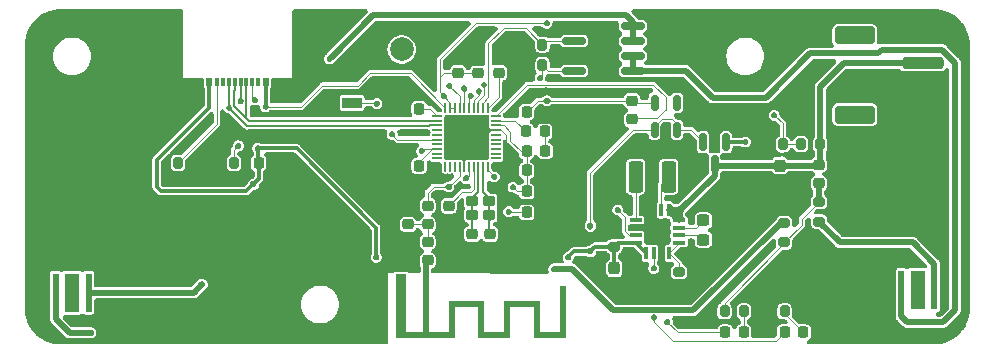
<source format=gbr>
%TF.GenerationSoftware,KiCad,Pcbnew,7.0.2*%
%TF.CreationDate,2023-06-13T00:37:22+02:00*%
%TF.ProjectId,DisplayU_Sisterboard,44697370-6c61-4795-955f-536973746572,rev?*%
%TF.SameCoordinates,Original*%
%TF.FileFunction,Copper,L1,Top*%
%TF.FilePolarity,Positive*%
%FSLAX46Y46*%
G04 Gerber Fmt 4.6, Leading zero omitted, Abs format (unit mm)*
G04 Created by KiCad (PCBNEW 7.0.2) date 2023-06-13 00:37:22*
%MOMM*%
%LPD*%
G01*
G04 APERTURE LIST*
G04 Aperture macros list*
%AMRoundRect*
0 Rectangle with rounded corners*
0 $1 Rounding radius*
0 $2 $3 $4 $5 $6 $7 $8 $9 X,Y pos of 4 corners*
0 Add a 4 corners polygon primitive as box body*
4,1,4,$2,$3,$4,$5,$6,$7,$8,$9,$2,$3,0*
0 Add four circle primitives for the rounded corners*
1,1,$1+$1,$2,$3*
1,1,$1+$1,$4,$5*
1,1,$1+$1,$6,$7*
1,1,$1+$1,$8,$9*
0 Add four rect primitives between the rounded corners*
20,1,$1+$1,$2,$3,$4,$5,0*
20,1,$1+$1,$4,$5,$6,$7,0*
20,1,$1+$1,$6,$7,$8,$9,0*
20,1,$1+$1,$8,$9,$2,$3,0*%
%AMFreePoly0*
4,1,17,0.307538,1.085355,0.485355,0.907538,0.500000,0.872183,0.500000,-0.872183,0.485355,-0.907538,0.307538,-1.085355,0.272183,-1.100000,-0.272183,-1.100000,-0.307538,-1.085355,-0.485355,-0.907538,-0.500000,-0.872182,-0.500000,0.872183,-0.485355,0.907538,-0.307538,1.085355,-0.272183,1.100000,0.272183,1.100000,0.307538,1.085355,0.307538,1.085355,$1*%
%AMFreePoly1*
4,1,17,0.307538,0.885355,0.485355,0.707538,0.500000,0.672183,0.500000,-0.672183,0.485355,-0.707538,0.307538,-0.885355,0.272183,-0.900000,-0.272183,-0.900000,-0.307538,-0.885355,-0.485355,-0.707538,-0.500000,-0.672183,-0.500000,0.672183,-0.485355,0.707538,-0.307538,0.885355,-0.272183,0.900000,0.272183,0.900000,0.307538,0.885355,0.307538,0.885355,$1*%
%AMFreePoly2*
4,1,13,0.435355,0.235355,0.450000,0.200000,0.450000,-0.200000,0.435355,-0.235355,0.400000,-0.250000,-0.400000,-0.250000,-0.435355,-0.235355,-0.450000,-0.200000,-0.450000,0.200000,-0.435355,0.235355,-0.400000,0.250000,0.400000,0.250000,0.435355,0.235355,0.435355,0.235355,$1*%
G04 Aperture macros list end*
%TA.AperFunction,SMDPad,CuDef*%
%ADD10RoundRect,0.225000X0.250000X-0.225000X0.250000X0.225000X-0.250000X0.225000X-0.250000X-0.225000X0*%
%TD*%
%TA.AperFunction,SMDPad,CuDef*%
%ADD11RoundRect,0.218750X-0.218750X-0.256250X0.218750X-0.256250X0.218750X0.256250X-0.218750X0.256250X0*%
%TD*%
%TA.AperFunction,SMDPad,CuDef*%
%ADD12RoundRect,0.125000X-0.125000X-0.125000X0.125000X-0.125000X0.125000X0.125000X-0.125000X0.125000X0*%
%TD*%
%TA.AperFunction,SMDPad,CuDef*%
%ADD13RoundRect,0.225000X-0.250000X0.225000X-0.250000X-0.225000X0.250000X-0.225000X0.250000X0.225000X0*%
%TD*%
%TA.AperFunction,SMDPad,CuDef*%
%ADD14RoundRect,0.200000X0.275000X-0.200000X0.275000X0.200000X-0.275000X0.200000X-0.275000X-0.200000X0*%
%TD*%
%TA.AperFunction,SMDPad,CuDef*%
%ADD15RoundRect,0.050000X-0.050000X0.337500X-0.050000X-0.337500X0.050000X-0.337500X0.050000X0.337500X0*%
%TD*%
%TA.AperFunction,SMDPad,CuDef*%
%ADD16RoundRect,0.050000X-0.337500X0.050000X-0.337500X-0.050000X0.337500X-0.050000X0.337500X0.050000X0*%
%TD*%
%TA.AperFunction,SMDPad,CuDef*%
%ADD17R,3.800000X3.800000*%
%TD*%
%TA.AperFunction,SMDPad,CuDef*%
%ADD18RoundRect,0.250000X-1.500000X0.250000X-1.500000X-0.250000X1.500000X-0.250000X1.500000X0.250000X0*%
%TD*%
%TA.AperFunction,SMDPad,CuDef*%
%ADD19RoundRect,0.250001X-1.449999X0.499999X-1.449999X-0.499999X1.449999X-0.499999X1.449999X0.499999X0*%
%TD*%
%TA.AperFunction,SMDPad,CuDef*%
%ADD20RoundRect,0.200000X0.200000X0.275000X-0.200000X0.275000X-0.200000X-0.275000X0.200000X-0.275000X0*%
%TD*%
%TA.AperFunction,SMDPad,CuDef*%
%ADD21R,0.540000X0.800000*%
%TD*%
%TA.AperFunction,SMDPad,CuDef*%
%ADD22R,0.300000X0.800000*%
%TD*%
%TA.AperFunction,ComponentPad*%
%ADD23FreePoly0,0.000000*%
%TD*%
%TA.AperFunction,ComponentPad*%
%ADD24FreePoly1,0.000000*%
%TD*%
%TA.AperFunction,SMDPad,CuDef*%
%ADD25RoundRect,0.125000X-0.125000X0.125000X-0.125000X-0.125000X0.125000X-0.125000X0.125000X0.125000X0*%
%TD*%
%TA.AperFunction,SMDPad,CuDef*%
%ADD26RoundRect,0.150000X-0.825000X-0.150000X0.825000X-0.150000X0.825000X0.150000X-0.825000X0.150000X0*%
%TD*%
%TA.AperFunction,SMDPad,CuDef*%
%ADD27RoundRect,0.237500X0.300000X0.237500X-0.300000X0.237500X-0.300000X-0.237500X0.300000X-0.237500X0*%
%TD*%
%TA.AperFunction,SMDPad,CuDef*%
%ADD28RoundRect,0.225000X-0.225000X-0.250000X0.225000X-0.250000X0.225000X0.250000X-0.225000X0.250000X0*%
%TD*%
%TA.AperFunction,SMDPad,CuDef*%
%ADD29RoundRect,0.237500X-0.237500X0.300000X-0.237500X-0.300000X0.237500X-0.300000X0.237500X0.300000X0*%
%TD*%
%TA.AperFunction,SMDPad,CuDef*%
%ADD30RoundRect,0.200000X-0.200000X-0.275000X0.200000X-0.275000X0.200000X0.275000X-0.200000X0.275000X0*%
%TD*%
%TA.AperFunction,SMDPad,CuDef*%
%ADD31RoundRect,0.218750X0.218750X0.256250X-0.218750X0.256250X-0.218750X-0.256250X0.218750X-0.256250X0*%
%TD*%
%TA.AperFunction,SMDPad,CuDef*%
%ADD32RoundRect,0.102000X-0.373000X-0.323000X0.373000X-0.323000X0.373000X0.323000X-0.373000X0.323000X0*%
%TD*%
%TA.AperFunction,SMDPad,CuDef*%
%ADD33R,0.500000X3.300000*%
%TD*%
%TA.AperFunction,SMDPad,CuDef*%
%ADD34R,1.300000X3.300000*%
%TD*%
%TA.AperFunction,SMDPad,CuDef*%
%ADD35RoundRect,0.200000X-0.275000X0.200000X-0.275000X-0.200000X0.275000X-0.200000X0.275000X0.200000X0*%
%TD*%
%TA.AperFunction,SMDPad,CuDef*%
%ADD36RoundRect,0.075000X-0.075000X0.462500X-0.075000X-0.462500X0.075000X-0.462500X0.075000X0.462500X0*%
%TD*%
%TA.AperFunction,SMDPad,CuDef*%
%ADD37RoundRect,0.075000X-0.462500X0.075000X-0.462500X-0.075000X0.462500X-0.075000X0.462500X0.075000X0*%
%TD*%
%TA.AperFunction,SMDPad,CuDef*%
%ADD38R,2.150000X2.150000*%
%TD*%
%TA.AperFunction,SMDPad,CuDef*%
%ADD39RoundRect,0.225000X0.225000X0.250000X-0.225000X0.250000X-0.225000X-0.250000X0.225000X-0.250000X0*%
%TD*%
%TA.AperFunction,SMDPad,CuDef*%
%ADD40RoundRect,0.218750X-0.256250X0.218750X-0.256250X-0.218750X0.256250X-0.218750X0.256250X0.218750X0*%
%TD*%
%TA.AperFunction,SMDPad,CuDef*%
%ADD41RoundRect,0.218750X0.256250X-0.218750X0.256250X0.218750X-0.256250X0.218750X-0.256250X-0.218750X0*%
%TD*%
%TA.AperFunction,SMDPad,CuDef*%
%ADD42RoundRect,0.250000X-0.375000X-1.075000X0.375000X-1.075000X0.375000X1.075000X-0.375000X1.075000X0*%
%TD*%
%TA.AperFunction,SMDPad,CuDef*%
%ADD43C,2.000000*%
%TD*%
%TA.AperFunction,SMDPad,CuDef*%
%ADD44RoundRect,0.150000X-0.150000X0.587500X-0.150000X-0.587500X0.150000X-0.587500X0.150000X0.587500X0*%
%TD*%
%TA.AperFunction,ConnectorPad*%
%ADD45R,0.500000X0.500000*%
%TD*%
%TA.AperFunction,ComponentPad*%
%ADD46FreePoly2,180.000000*%
%TD*%
%TA.AperFunction,SMDPad,CuDef*%
%ADD47RoundRect,0.150000X0.150000X-0.512500X0.150000X0.512500X-0.150000X0.512500X-0.150000X-0.512500X0*%
%TD*%
%TA.AperFunction,SMDPad,CuDef*%
%ADD48R,1.700000X0.900000*%
%TD*%
%TA.AperFunction,ViaPad*%
%ADD49C,0.500000*%
%TD*%
%TA.AperFunction,Conductor*%
%ADD50C,0.125000*%
%TD*%
%TA.AperFunction,Conductor*%
%ADD51C,0.550000*%
%TD*%
%TA.AperFunction,Conductor*%
%ADD52C,0.300000*%
%TD*%
%TA.AperFunction,Conductor*%
%ADD53C,0.200000*%
%TD*%
G04 APERTURE END LIST*
%TA.AperFunction,EtchedComponent*%
%TO.C,AE1*%
G36*
X-45792900Y-237340000D02*
G01*
X-44092900Y-237340000D01*
X-44092900Y-234700000D01*
X-41092900Y-234700000D01*
X-41092900Y-237340000D01*
X-39392900Y-237340000D01*
X-39392900Y-234700000D01*
X-36392900Y-234700000D01*
X-36392900Y-237340000D01*
X-34692900Y-237340000D01*
X-34692900Y-233400000D01*
X-34192900Y-233400000D01*
X-34192900Y-237840000D01*
X-36892900Y-237840000D01*
X-36892900Y-235200000D01*
X-38892900Y-235200000D01*
X-38892900Y-237840000D01*
X-41592900Y-237840000D01*
X-41592900Y-235200000D01*
X-43592900Y-235200000D01*
X-43592900Y-237840000D01*
X-48592900Y-237840000D01*
X-48592900Y-232683215D01*
X-48290483Y-232683215D01*
X-48285747Y-232731622D01*
X-48266085Y-232776416D01*
X-48231145Y-232813186D01*
X-48198253Y-232830092D01*
X-48150167Y-232837982D01*
X-48100582Y-232831408D01*
X-48055272Y-232811313D01*
X-48020012Y-232778643D01*
X-48003118Y-232746417D01*
X-47994678Y-232698158D01*
X-48001209Y-232648632D01*
X-48021768Y-232603447D01*
X-48055411Y-232568213D01*
X-48074022Y-232557600D01*
X-48119537Y-232544700D01*
X-48168056Y-232543957D01*
X-48210719Y-232556065D01*
X-48218631Y-232560419D01*
X-48256574Y-232593203D01*
X-48280642Y-232635605D01*
X-48290483Y-232683215D01*
X-48592900Y-232683215D01*
X-48592900Y-232440000D01*
X-47692900Y-232440000D01*
X-47692900Y-237340000D01*
X-46292900Y-237340000D01*
X-46292900Y-231170000D01*
X-45792900Y-231170000D01*
X-45792900Y-237340000D01*
G37*
%TD.AperFunction*%
%TD*%
D10*
%TO.P,C17,1*%
%TO.N,Net-(U1-DEC1)*%
X-39871000Y-215397500D03*
%TO.P,C17,2*%
%TO.N,GND*%
X-39871000Y-213847500D03*
%TD*%
D11*
%TO.P,L4,1*%
%TO.N,Net-(U1-DEC4)*%
X-37518200Y-222005400D03*
%TO.P,L4,2*%
%TO.N,Net-(L3-Pad1)*%
X-35943200Y-222005400D03*
%TD*%
D12*
%TO.P,D4,1,K*%
%TO.N,VBUS*%
X-60650000Y-224820000D03*
%TO.P,D4,2,A*%
%TO.N,GND*%
X-58450000Y-224820000D03*
%TD*%
D13*
%TO.P,C6,1*%
%TO.N,/MCU & Comms/MicroController/X1+*%
X-40596000Y-229044000D03*
%TO.P,C6,2*%
%TO.N,GND*%
X-40596000Y-230594000D03*
%TD*%
D14*
%TO.P,R12,1*%
%TO.N,VBUS*%
X-30095600Y-230092200D03*
%TO.P,R12,2*%
%TO.N,GND*%
X-30095600Y-228442200D03*
%TD*%
D15*
%TO.P,U1,1,DEC1*%
%TO.N,Net-(U1-DEC1)*%
X-40797500Y-218349500D03*
%TO.P,U1,2,P0.00/XL1*%
%TO.N,/MCU & Comms/Right*%
X-41197500Y-218349500D03*
%TO.P,U1,3,P0.01/XL2*%
%TO.N,/MCU & Comms/Left*%
X-41597500Y-218349500D03*
%TO.P,U1,4,P0.04_AIN2*%
%TO.N,Charge Fault*%
X-41997500Y-218349500D03*
%TO.P,U1,5,P0.05_AIN3*%
%TO.N,/MCU & Comms/MicroController/IO 3*%
X-42397500Y-218349500D03*
%TO.P,U1,6,P0.06*%
%TO.N,Charge Status*%
X-42797500Y-218349500D03*
%TO.P,U1,7,P0.07*%
%TO.N,/MCU & Comms/MicroController/IO 5*%
X-43197500Y-218349500D03*
%TO.P,U1,8,VDD*%
%TO.N,VDD*%
X-43597500Y-218349500D03*
%TO.P,U1,9,VDDH*%
X-43997500Y-218349500D03*
%TO.P,U1,10,VBUS*%
%TO.N,VBUS*%
X-44397500Y-218349500D03*
D16*
%TO.P,U1,11,DECUSB*%
%TO.N,Net-(U1-DECUSB)*%
X-45085000Y-219037000D03*
%TO.P,U1,12,D-_USB*%
%TO.N,DATA-*%
X-45085000Y-219437000D03*
%TO.P,U1,13,D+_USB*%
%TO.N,DATA+*%
X-45085000Y-219837000D03*
%TO.P,U1,14,P0.14*%
%TO.N,unconnected-(U1-P0.14-Pad14)*%
X-45085000Y-220237000D03*
%TO.P,U1,15,P0.15*%
%TO.N,unconnected-(U1-P0.15-Pad15)*%
X-45085000Y-220637000D03*
%TO.P,U1,16,P0.18/RST*%
%TO.N,/MCU & Comms/MicroController/RST*%
X-45085000Y-221037000D03*
%TO.P,U1,17,P0.20*%
%TO.N,unconnected-(U1-P0.20-Pad17)*%
X-45085000Y-221437000D03*
%TO.P,U1,18,VDD*%
%TO.N,VDD*%
X-45085000Y-221837000D03*
%TO.P,U1,19,SWDIO*%
%TO.N,unconnected-(U1-SWDIO-Pad19)*%
X-45085000Y-222237000D03*
%TO.P,U1,20,SWDCLK*%
%TO.N,unconnected-(U1-SWDCLK-Pad20)*%
X-45085000Y-222637000D03*
D15*
%TO.P,U1,21,DEC5_NC_*%
%TO.N,unconnected-(U1-DEC5_NC_-Pad21)*%
X-44397500Y-223324500D03*
%TO.P,U1,22,P0.16*%
%TO.N,unconnected-(U1-P0.16-Pad22)*%
X-43997500Y-223324500D03*
%TO.P,U1,23,P0.17*%
%TO.N,unconnected-(U1-P0.17-Pad23)*%
X-43597500Y-223324500D03*
%TO.P,U1,24,ANT_RF*%
%TO.N,Net-(U1-ANT_RF)*%
X-43197500Y-223324500D03*
%TO.P,U1,25,VSS_PA*%
%TO.N,GND*%
X-42797500Y-223324500D03*
%TO.P,U1,26,DEC6*%
%TO.N,Net-(U1-DEC4)*%
X-42397500Y-223324500D03*
%TO.P,U1,27,DEC3*%
%TO.N,Net-(U1-DEC3)*%
X-41997500Y-223324500D03*
%TO.P,U1,28,XC1*%
%TO.N,/MCU & Comms/MicroController/X1-*%
X-41597500Y-223324500D03*
%TO.P,U1,29,XC2*%
%TO.N,/MCU & Comms/MicroController/X1+*%
X-41197500Y-223324500D03*
%TO.P,U1,30,VDD*%
%TO.N,VDD*%
X-40797500Y-223324500D03*
D16*
%TO.P,U1,31,P0.08*%
%TO.N,N/C*%
X-40110000Y-222637000D03*
%TO.P,U1,32,P0.29*%
%TO.N,unconnected-(U1-P0.29-Pad32)*%
X-40110000Y-222237000D03*
%TO.P,U1,33,P0.30*%
%TO.N,unconnected-(U1-P0.30-Pad33)*%
X-40110000Y-221837000D03*
%TO.P,U1,34,P0.28*%
%TO.N,unconnected-(U1-P0.28-Pad34)*%
X-40110000Y-221437000D03*
%TO.P,U1,35,P0.03/AIN1*%
%TO.N,unconnected-(U1-P0.03{slash}AIN1-Pad35)*%
X-40110000Y-221037000D03*
%TO.P,U1,36,P0.02\u005CAIN0*%
%TO.N,unconnected-(U1-P0.02\u005CAIN0-Pad36)*%
X-40110000Y-220637000D03*
%TO.P,U1,37,VSS*%
%TO.N,GND*%
X-40110000Y-220237000D03*
%TO.P,U1,38,DEC4*%
%TO.N,Net-(U1-DEC4)*%
X-40110000Y-219837000D03*
%TO.P,U1,39,DCC*%
%TO.N,Net-(U1-DCC)*%
X-40110000Y-219437000D03*
%TO.P,U1,40,VDD*%
%TO.N,Net-(F1-Pad1)*%
X-40110000Y-219037000D03*
D17*
%TO.P,U1,41,VSS*%
%TO.N,GND*%
X-42597500Y-220837000D03*
%TD*%
D18*
%TO.P,J1,1,Pin_1*%
%TO.N,BATT+*%
X-3982600Y-214569800D03*
%TO.P,J1,2,Pin_2*%
%TO.N,GND*%
X-3982600Y-216569800D03*
D19*
%TO.P,J1,MP*%
%TO.N,N/C*%
X-9732600Y-212219800D03*
X-9732600Y-218919800D03*
%TD*%
D20*
%TO.P,R7,1*%
%TO.N,/MCU & Comms/MicroController/IO 3*%
X-15824200Y-221437200D03*
%TO.P,R7,2*%
%TO.N,GND*%
X-17474200Y-221437200D03*
%TD*%
D13*
%TO.P,C16,1*%
%TO.N,Net-(U1-DEC3)*%
X-44121500Y-226653000D03*
%TO.P,C16,2*%
%TO.N,GND*%
X-44121500Y-228203000D03*
%TD*%
D21*
%TO.P,J2,A1,GND*%
%TO.N,GND*%
X-65191150Y-216200000D03*
X-58791150Y-216200000D03*
%TO.P,J2,A4,VBUS*%
%TO.N,VBUS*%
X-64391150Y-216200000D03*
X-59591150Y-216200000D03*
D22*
%TO.P,J2,A5,CC1*%
%TO.N,CC1*%
X-60741150Y-216200000D03*
%TO.P,J2,A6,D+*%
%TO.N,DATA+*%
X-61741150Y-216200000D03*
%TO.P,J2,A7,D-*%
%TO.N,DATA-*%
X-62241150Y-216200000D03*
%TO.P,J2,A8*%
%TO.N,N/C*%
X-63241150Y-216200000D03*
%TO.P,J2,B5,CC2*%
%TO.N,CC2*%
X-63741150Y-216200000D03*
%TO.P,J2,B6,D+*%
%TO.N,DATA+*%
X-62741150Y-216200000D03*
%TO.P,J2,B7,D-*%
%TO.N,DATA-*%
X-61241150Y-216200000D03*
%TO.P,J2,B8*%
%TO.N,N/C*%
X-60233150Y-216200000D03*
D23*
%TO.P,J2,S1,SHIELD*%
%TO.N,GND*%
X-67566450Y-211500000D03*
D24*
X-67566450Y-215300000D03*
D23*
X-56415850Y-211500000D03*
D24*
X-56415550Y-215300000D03*
%TD*%
D20*
%TO.P,R13,1*%
%TO.N,Net-(D12-K)*%
X-19114000Y-235585000D03*
%TO.P,R13,2*%
%TO.N,VBAT*%
X-20764000Y-235585000D03*
%TD*%
D25*
%TO.P,D5,1,K*%
%TO.N,Net-(D5-K)*%
X-32127600Y-228314200D03*
%TO.P,D5,2,A*%
%TO.N,VBUS*%
X-32127600Y-230514200D03*
%TD*%
D26*
%TO.P,Q1,1,S1*%
%TO.N,GND*%
X-33477700Y-211413600D03*
%TO.P,Q1,2,G1*%
%TO.N,/MCU & Comms/Right*%
X-33477700Y-212683600D03*
%TO.P,Q1,3,S2*%
%TO.N,GND*%
X-33477700Y-213953600D03*
%TO.P,Q1,4,G2*%
%TO.N,/MCU & Comms/Left*%
X-33477700Y-215223600D03*
%TO.P,Q1,5,D2*%
%TO.N,Net-(D3-Pad2)*%
X-28527700Y-215223600D03*
%TO.P,Q1,6,D2*%
X-28527700Y-213953600D03*
%TO.P,Q1,7,D1*%
%TO.N,Net-(D2-Pad2)*%
X-28527700Y-212683600D03*
%TO.P,Q1,8,D1*%
X-28527700Y-211413600D03*
%TD*%
D27*
%TO.P,C13,1*%
%TO.N,GND*%
X-20821100Y-229522700D03*
%TO.P,C13,2*%
%TO.N,Net-(U4-SS)*%
X-22546100Y-229522700D03*
%TD*%
D28*
%TO.P,C4,1*%
%TO.N,Net-(U1-DEC4)*%
X-37505700Y-225434400D03*
%TO.P,C4,2*%
%TO.N,GND*%
X-35955700Y-225434400D03*
%TD*%
D20*
%TO.P,R5,1*%
%TO.N,/MCU & Comms/Left*%
X-36175000Y-214750000D03*
%TO.P,R5,2*%
%TO.N,GND*%
X-37825000Y-214750000D03*
%TD*%
D28*
%TO.P,C15,1*%
%TO.N,VDD*%
X-37505700Y-218703400D03*
%TO.P,C15,2*%
%TO.N,GND*%
X-35955700Y-218703400D03*
%TD*%
D29*
%TO.P,C10,1*%
%TO.N,VBUS*%
X-30093800Y-231944500D03*
%TO.P,C10,2*%
%TO.N,GND*%
X-30093800Y-233669500D03*
%TD*%
D30*
%TO.P,R11,1*%
%TO.N,CC2*%
X-67035000Y-223010000D03*
%TO.P,R11,2*%
%TO.N,GND*%
X-65385000Y-223010000D03*
%TD*%
D31*
%TO.P,D12,1,K*%
%TO.N,Net-(D12-K)*%
X-19126000Y-237363000D03*
%TO.P,D12,2,A*%
%TO.N,Charge Status*%
X-20701000Y-237363000D03*
%TD*%
%TO.P,D10,1,K*%
%TO.N,Net-(D10-K)*%
X-14097000Y-237363000D03*
%TO.P,D10,2,A*%
%TO.N,Charge Fault*%
X-15672000Y-237363000D03*
%TD*%
D29*
%TO.P,C14,1*%
%TO.N,BATT+*%
X-16078200Y-223241700D03*
%TO.P,C14,2*%
%TO.N,GND*%
X-16078200Y-224966700D03*
%TD*%
D32*
%TO.P,X1,1,1*%
%TO.N,/MCU & Comms/MicroController/X1-*%
X-42120000Y-227400000D03*
%TO.P,X1,2,2*%
%TO.N,/MCU & Comms/MicroController/X1+*%
X-40670000Y-227400000D03*
%TO.P,X1,3*%
X-40670000Y-226250000D03*
%TO.P,X1,4*%
%TO.N,/MCU & Comms/MicroController/X1-*%
X-42120000Y-226250000D03*
%TD*%
D33*
%TO.P,D3,1*%
%TO.N,Net-(D3-Pad1)*%
X-3000000Y-233784990D03*
%TO.P,D3,2*%
%TO.N,Net-(D3-Pad2)*%
X-5800000Y-233784990D03*
D34*
%TO.P,D3,3*%
%TO.N,N/C*%
X-4400000Y-233784990D03*
%TD*%
D10*
%TO.P,C1,1*%
%TO.N,VDD*%
X-41649000Y-215423500D03*
%TO.P,C1,2*%
%TO.N,GND*%
X-41649000Y-213873500D03*
%TD*%
D35*
%TO.P,R3,1*%
%TO.N,VBAT*%
X-12776200Y-226327200D03*
%TO.P,R3,2*%
%TO.N,Net-(D3-Pad1)*%
X-12776200Y-227977200D03*
%TD*%
D36*
%TO.P,U4,1,BAT*%
%TO.N,BATT+*%
X-25465600Y-226986200D03*
%TO.P,U4,2,SENSE*%
%TO.N,Net-(U4-SENSE)*%
X-26115600Y-226986200D03*
%TO.P,U4,3,PGND*%
%TO.N,GND*%
X-26765600Y-226986200D03*
%TO.P,U4,4,GNDSENS*%
X-27415600Y-226986200D03*
D37*
%TO.P,U4,5,SW*%
%TO.N,Net-(U4-SW)*%
X-28278100Y-227848700D03*
%TO.P,U4,6,~{EN}*%
%TO.N,GND*%
X-28278100Y-228498700D03*
%TO.P,U4,7,~{CHRG}*%
%TO.N,Charge Status*%
X-28278100Y-229148700D03*
%TO.P,U4,8,PVin*%
%TO.N,VBUS*%
X-28278100Y-229798700D03*
D36*
%TO.P,U4,9,Vinsense*%
X-27415600Y-230661200D03*
%TO.P,U4,10,FAULT*%
%TO.N,Charge Fault*%
X-26765600Y-230661200D03*
%TO.P,U4,11,NTC*%
%TO.N,GND*%
X-26115600Y-230661200D03*
%TO.P,U4,12,PROG*%
%TO.N,Net-(U4-IDET)*%
X-25465600Y-230661200D03*
D37*
%TO.P,U4,13,IDET*%
X-24603100Y-229798700D03*
%TO.P,U4,14,SS*%
%TO.N,Net-(U4-SS)*%
X-24603100Y-229148700D03*
%TO.P,U4,15,TIMER*%
%TO.N,Net-(U4-TIMER)*%
X-24603100Y-228498700D03*
%TO.P,U4,16,BATSENS*%
%TO.N,BATT+*%
X-24603100Y-227848700D03*
D38*
%TO.P,U4,17,PAD*%
%TO.N,GND*%
X-26440600Y-228823700D03*
%TD*%
D39*
%TO.P,C19,1*%
%TO.N,Net-(U1-DECUSB)*%
X-46624500Y-218430500D03*
%TO.P,C19,2*%
%TO.N,GND*%
X-48174500Y-218430500D03*
%TD*%
D40*
%TO.P,F5,1*%
%TO.N,BATT+*%
X-12776200Y-223164200D03*
%TO.P,F5,2*%
%TO.N,VBAT*%
X-12776200Y-224739200D03*
%TD*%
D20*
%TO.P,R9,1*%
%TO.N,CC1*%
X-62294000Y-223042000D03*
%TO.P,R9,2*%
%TO.N,GND*%
X-63944000Y-223042000D03*
%TD*%
D30*
%TO.P,R10,1*%
%TO.N,Net-(D10-K)*%
X-15684000Y-235585000D03*
%TO.P,R10,2*%
%TO.N,GND*%
X-14034000Y-235585000D03*
%TD*%
D40*
%TO.P,L2,1*%
%TO.N,Net-(C3-Pad1)*%
X-45899500Y-229701500D03*
%TO.P,L2,2*%
%TO.N,/MCU & Comms/MicroController/RF*%
X-45899500Y-231276500D03*
%TD*%
D31*
%TO.P,L3,1*%
%TO.N,Net-(L3-Pad1)*%
X-35968700Y-220354400D03*
%TO.P,L3,2*%
%TO.N,Net-(U1-DCC)*%
X-37543700Y-220354400D03*
%TD*%
D20*
%TO.P,R6,1*%
%TO.N,BATT+*%
X-12649200Y-221437200D03*
%TO.P,R6,2*%
%TO.N,/MCU & Comms/MicroController/IO 3*%
X-14299200Y-221437200D03*
%TD*%
D40*
%TO.P,L1,1*%
%TO.N,Net-(U1-ANT_RF)*%
X-45899500Y-226653500D03*
%TO.P,L1,2*%
%TO.N,Net-(C3-Pad1)*%
X-45899500Y-228228500D03*
%TD*%
D13*
%TO.P,C7,1*%
%TO.N,/MCU & Comms/MicroController/X1-*%
X-42120000Y-229044000D03*
%TO.P,C7,2*%
%TO.N,GND*%
X-42120000Y-230594000D03*
%TD*%
D41*
%TO.P,F1,1*%
%TO.N,Net-(F1-Pad1)*%
X-28600200Y-219319700D03*
%TO.P,F1,2*%
%TO.N,VDD*%
X-28600200Y-217744700D03*
%TD*%
D42*
%TO.P,L5,1,1*%
%TO.N,Net-(U4-SW)*%
X-28290600Y-224188700D03*
%TO.P,L5,2,2*%
%TO.N,Net-(U4-SENSE)*%
X-25490600Y-224188700D03*
%TD*%
D10*
%TO.P,C3,1*%
%TO.N,Net-(C3-Pad1)*%
X-47550500Y-228216000D03*
%TO.P,C3,2*%
%TO.N,GND*%
X-47550500Y-226666000D03*
%TD*%
D14*
%TO.P,R2,1*%
%TO.N,VBAT*%
X-15700000Y-229750000D03*
%TO.P,R2,2*%
%TO.N,Net-(D2-Pad1)*%
X-15700000Y-228100000D03*
%TD*%
D33*
%TO.P,D2,1*%
%TO.N,Net-(D2-Pad1)*%
X-77400000Y-234000000D03*
%TO.P,D2,2*%
%TO.N,Net-(D2-Pad2)*%
X-74600000Y-234000000D03*
D34*
%TO.P,D2,3*%
%TO.N,N/C*%
X-76000000Y-234000000D03*
%TD*%
D35*
%TO.P,R14,1*%
%TO.N,Net-(U4-IDET)*%
X-24604600Y-232253700D03*
%TO.P,R14,2*%
%TO.N,GND*%
X-24604600Y-233903700D03*
%TD*%
D10*
%TO.P,C18,1*%
%TO.N,VDD*%
X-43300000Y-215397500D03*
%TO.P,C18,2*%
%TO.N,GND*%
X-43300000Y-213847500D03*
%TD*%
D20*
%TO.P,R4,1*%
%TO.N,/MCU & Comms/Right*%
X-36175000Y-213000000D03*
%TO.P,R4,2*%
%TO.N,GND*%
X-37825000Y-213000000D03*
%TD*%
D43*
%TO.P,TP1,1,1*%
%TO.N,/MCU & Comms/MicroController/IO 5*%
X-48100000Y-213400000D03*
%TD*%
D28*
%TO.P,C21,1*%
%TO.N,VBUS*%
X-60198000Y-223042000D03*
%TO.P,C21,2*%
%TO.N,GND*%
X-58648000Y-223042000D03*
%TD*%
D44*
%TO.P,Q2,1,G*%
%TO.N,VBUS*%
X-20659600Y-221263200D03*
%TO.P,Q2,2,S*%
%TO.N,Net-(D5-K)*%
X-22559600Y-221263200D03*
%TO.P,Q2,3,D*%
%TO.N,BATT+*%
X-21609600Y-223138200D03*
%TD*%
D39*
%TO.P,C20,1*%
%TO.N,VDD*%
X-46624500Y-223256500D03*
%TO.P,C20,2*%
%TO.N,GND*%
X-48174500Y-223256500D03*
%TD*%
D28*
%TO.P,C5,1*%
%TO.N,Net-(U1-DEC4)*%
X-37505700Y-223656400D03*
%TO.P,C5,2*%
%TO.N,GND*%
X-35955700Y-223656400D03*
%TD*%
D45*
%TO.P,AE1,1,A*%
%TO.N,/MCU & Comms/MicroController/RF*%
X-46042900Y-232690000D03*
D46*
%TO.P,AE1,2*%
%TO.N,N/C*%
X-48142900Y-232690000D03*
%TD*%
D27*
%TO.P,C12,1*%
%TO.N,GND*%
X-20821100Y-227871700D03*
%TO.P,C12,2*%
%TO.N,Net-(U4-TIMER)*%
X-22546100Y-227871700D03*
%TD*%
D28*
%TO.P,C2,1*%
%TO.N,Net-(U1-ANT_RF)*%
X-37505700Y-227212400D03*
%TO.P,C2,2*%
%TO.N,GND*%
X-35955700Y-227212400D03*
%TD*%
D47*
%TO.P,U3,1,VIN*%
%TO.N,Net-(D5-K)*%
X-26690200Y-220203100D03*
%TO.P,U3,2,GND*%
%TO.N,GND*%
X-25740200Y-220203100D03*
%TO.P,U3,3,EN*%
%TO.N,Net-(D5-K)*%
X-24790200Y-220203100D03*
%TO.P,U3,4,NC*%
%TO.N,unconnected-(U3-NC-Pad4)*%
X-24790200Y-217928100D03*
%TO.P,U3,5,VOUT*%
%TO.N,VDD*%
X-26690200Y-217928100D03*
%TD*%
D48*
%TO.P,RST,1,A*%
%TO.N,GND*%
X-52298600Y-221333800D03*
%TO.P,RST,2,B*%
%TO.N,/MCU & Comms/MicroController/RST*%
X-52298600Y-217933800D03*
%TD*%
D49*
%TO.N,VDD*%
X-40250000Y-224200000D03*
X-46400000Y-222000000D03*
X-35800000Y-217750000D03*
X-35800000Y-211200000D03*
X-44550000Y-217350000D03*
%TO.N,GND*%
X-11450000Y-217150000D03*
X-40750000Y-211900000D03*
X-44850000Y-225650000D03*
X-49950000Y-216000000D03*
X-35900000Y-216850000D03*
X-39000000Y-222250000D03*
X-31900000Y-219100000D03*
X-42800000Y-220950000D03*
X-26650000Y-212700000D03*
X-38800000Y-214700000D03*
X-48000000Y-220450000D03*
X-50050000Y-220750000D03*
%TO.N,Net-(U1-ANT_RF)*%
X-44100000Y-225050000D03*
X-39040000Y-227140000D03*
%TO.N,Net-(U1-DEC4)*%
X-42670000Y-224330000D03*
X-38680000Y-225060000D03*
%TO.N,Net-(D2-Pad2)*%
X-54200000Y-214200000D03*
X-65000000Y-233300000D03*
%TO.N,VBUS*%
X-60280000Y-221780000D03*
X-34000000Y-231000000D03*
X-59620000Y-218240000D03*
X-50250000Y-231000000D03*
X-19000000Y-221250000D03*
%TO.N,/MCU & Comms/MicroController/IO 5*%
X-44050000Y-216500000D03*
X-48100000Y-213400000D03*
%TO.N,/MCU & Comms/Left*%
X-36388131Y-215827891D03*
X-41150000Y-216450000D03*
%TO.N,Charge Fault*%
X-26750000Y-236050000D03*
X-26750000Y-231950000D03*
X-41550000Y-216950000D03*
%TO.N,Net-(D2-Pad1)*%
X-74400000Y-237400000D03*
X-35200000Y-232000000D03*
%TO.N,Charge Status*%
X-25600000Y-236500000D03*
X-29800000Y-227000000D03*
X-42800000Y-216700000D03*
%TO.N,CC1*%
X-60510000Y-217680000D03*
X-61920000Y-221570000D03*
%TO.N,DATA+*%
X-62690000Y-218370000D03*
X-61720000Y-217780000D03*
%TO.N,/MCU & Comms/MicroController/IO 3*%
X-16571932Y-218984229D03*
X-42250000Y-217350000D03*
%TO.N,/MCU & Comms/MicroController/RST*%
X-48900000Y-220600000D03*
X-50200000Y-218000000D03*
%TD*%
D50*
%TO.N,/MCU & Comms/MicroController/RF*%
X-45899500Y-231276500D02*
X-45899500Y-231370500D01*
%TO.N,VDD*%
X-28600200Y-217744700D02*
X-36547000Y-217744700D01*
X-44850000Y-215750000D02*
X-44850000Y-217050000D01*
X-43300000Y-215397500D02*
X-41675000Y-215397500D01*
X-44850000Y-217050000D02*
X-43997500Y-217902500D01*
X-40797500Y-223324500D02*
X-40797500Y-223652500D01*
X-46624500Y-222924500D02*
X-45537000Y-221837000D01*
X-45537000Y-221837000D02*
X-46237000Y-221837000D01*
X-46624500Y-223256500D02*
X-46624500Y-222924500D01*
X-43997500Y-217902500D02*
X-43997500Y-218349500D01*
X-44850000Y-214233071D02*
X-41816929Y-211200000D01*
X-45537000Y-221837000D02*
X-45085000Y-221837000D01*
X-44497500Y-215397500D02*
X-44850000Y-215750000D01*
X-43597500Y-218349500D02*
X-43997500Y-218349500D01*
X-46237000Y-221837000D02*
X-46400000Y-222000000D01*
X-41675000Y-215397500D02*
X-41649000Y-215423500D01*
X-41816929Y-211200000D02*
X-35800000Y-211200000D01*
X-36547000Y-217744700D02*
X-37505700Y-218703400D01*
X-43300000Y-215397500D02*
X-44497500Y-215397500D01*
X-40797500Y-223652500D02*
X-40300000Y-224150000D01*
X-28416800Y-217928100D02*
X-28600200Y-217744700D01*
X-26690200Y-217928100D02*
X-28416800Y-217928100D01*
X-44850000Y-215750000D02*
X-44850000Y-214233071D01*
%TO.N,GND*%
X-43300000Y-213847500D02*
X-43300000Y-213800000D01*
X-39680558Y-220237000D02*
X-40110000Y-220237000D01*
X-42597500Y-220837000D02*
X-41997500Y-220237000D01*
X-42797500Y-223324500D02*
X-42797500Y-221037000D01*
X-39300000Y-221950000D02*
X-39300000Y-220617558D01*
X-39300000Y-220617558D02*
X-39680558Y-220237000D01*
X-41997500Y-220237000D02*
X-40110000Y-220237000D01*
X-42797500Y-221037000D02*
X-42597500Y-220837000D01*
X-39000000Y-222250000D02*
X-39300000Y-221950000D01*
%TO.N,Net-(U1-ANT_RF)*%
X-44120000Y-225030000D02*
X-45390000Y-225030000D01*
X-43197500Y-223324500D02*
X-43197500Y-224107500D01*
X-37505700Y-227212400D02*
X-38967600Y-227212400D01*
X-45899500Y-225539500D02*
X-45899500Y-226653500D01*
X-38967600Y-227212400D02*
X-39040000Y-227140000D01*
X-45390000Y-225030000D02*
X-45899500Y-225539500D01*
X-43197500Y-224107500D02*
X-44120000Y-225030000D01*
%TO.N,Net-(C3-Pad1)*%
X-45899500Y-229701500D02*
X-45899500Y-228228500D01*
X-45912000Y-228216000D02*
X-45899500Y-228228500D01*
X-47550500Y-228216000D02*
X-45912000Y-228216000D01*
%TO.N,Net-(U1-DEC4)*%
X-38014600Y-222005400D02*
X-38890000Y-221130000D01*
X-37505700Y-225434400D02*
X-37505700Y-222017900D01*
X-38890000Y-220410000D02*
X-39463000Y-219837000D01*
X-42397500Y-223324500D02*
X-42397500Y-224097500D01*
X-38890000Y-221130000D02*
X-38890000Y-220410000D01*
X-37518200Y-222005400D02*
X-38014600Y-222005400D01*
X-37505700Y-222017900D02*
X-37518200Y-222005400D01*
X-39463000Y-219837000D02*
X-40110000Y-219837000D01*
X-38305600Y-225434400D02*
X-38680000Y-225060000D01*
X-37505700Y-225434400D02*
X-38305600Y-225434400D01*
X-42397500Y-224097500D02*
X-42640000Y-224340000D01*
D51*
%TO.N,BATT+*%
X-21609600Y-223138200D02*
X-21609600Y-224109600D01*
X-25465600Y-226986200D02*
X-24720000Y-226986200D01*
X-16078200Y-223241700D02*
X-12853700Y-223241700D01*
X-3982600Y-214569800D02*
X-10669800Y-214569800D01*
X-24603100Y-227103100D02*
X-24603100Y-227848700D01*
X-12649200Y-216549200D02*
X-12649200Y-221437200D01*
X-21609600Y-224109600D02*
X-24603100Y-227103100D01*
X-12853700Y-223241700D02*
X-12776200Y-223164200D01*
X-16078200Y-223241700D02*
X-21506100Y-223241700D01*
X-12649200Y-221437200D02*
X-12649200Y-223037200D01*
X-12649200Y-223037200D02*
X-12776200Y-223164200D01*
X-10669800Y-214569800D02*
X-12649200Y-216549200D01*
X-21506100Y-223241700D02*
X-21609600Y-223138200D01*
X-24720000Y-226986200D02*
X-24603100Y-227103100D01*
%TO.N,Net-(D2-Pad2)*%
X-37200000Y-210500000D02*
X-50500000Y-210500000D01*
X-50500000Y-210500000D02*
X-54100000Y-214100000D01*
X-37200000Y-210500000D02*
X-37600000Y-210500000D01*
X-29100000Y-210500000D02*
X-37200000Y-210500000D01*
X-28527700Y-211413600D02*
X-28527700Y-211072300D01*
X-28527700Y-212683600D02*
X-28527700Y-211413600D01*
X-28527700Y-211072300D02*
X-29100000Y-210500000D01*
X-65700000Y-234000000D02*
X-65000000Y-233300000D01*
X-74600000Y-234000000D02*
X-65700000Y-234000000D01*
D50*
%TO.N,Net-(U4-TIMER)*%
X-23173100Y-228498700D02*
X-24603100Y-228498700D01*
X-22546100Y-227871700D02*
X-23173100Y-228498700D01*
%TO.N,Net-(U4-SS)*%
X-22920100Y-229148700D02*
X-24603100Y-229148700D01*
X-22546100Y-229522700D02*
X-22920100Y-229148700D01*
%TO.N,Net-(U1-DEC3)*%
X-44121500Y-226653000D02*
X-44121500Y-226241500D01*
X-44121500Y-226653000D02*
X-42948500Y-225480000D01*
X-41997500Y-225257500D02*
X-42220000Y-225480000D01*
X-41997500Y-223324500D02*
X-41997500Y-225257500D01*
X-42948500Y-225480000D02*
X-42220000Y-225480000D01*
%TO.N,Net-(U1-DEC1)*%
X-40797500Y-218349500D02*
X-39871000Y-217423000D01*
X-39871000Y-217423000D02*
X-39871000Y-215397500D01*
%TO.N,Net-(U1-DECUSB)*%
X-45691500Y-218430500D02*
X-45085000Y-219037000D01*
X-46624500Y-218430500D02*
X-45691500Y-218430500D01*
D52*
%TO.N,VBUS*%
X-59591150Y-216200000D02*
X-59591150Y-218281150D01*
D50*
X-44397500Y-218349500D02*
X-47347000Y-215400000D01*
D52*
X-60198000Y-224368000D02*
X-60650000Y-224820000D01*
X-30095600Y-230092200D02*
X-31705600Y-230092200D01*
X-28278100Y-229798700D02*
X-27415600Y-230661200D01*
X-29802100Y-229798700D02*
X-30095600Y-230092200D01*
X-28278100Y-229798700D02*
X-29802100Y-229798700D01*
X-20659600Y-221263200D02*
X-19013200Y-221263200D01*
X-64391150Y-218341150D02*
X-64441150Y-218341150D01*
X-68850000Y-225050000D02*
X-68480000Y-225420000D01*
D50*
X-54812500Y-216462500D02*
X-56590000Y-218240000D01*
D52*
X-60280000Y-221780000D02*
X-56970000Y-221780000D01*
X-32127600Y-230514200D02*
X-33514200Y-230514200D01*
X-33514200Y-230514200D02*
X-34000000Y-231000000D01*
X-30095600Y-230092200D02*
X-30095600Y-231942700D01*
D50*
X-56590000Y-218240000D02*
X-59620000Y-218240000D01*
X-50750000Y-215400000D02*
X-51812500Y-216462500D01*
D52*
X-50250000Y-228500000D02*
X-50250000Y-231000000D01*
X-61250000Y-225420000D02*
X-60650000Y-224820000D01*
D50*
X-47347000Y-215400000D02*
X-50750000Y-215400000D01*
X-51812500Y-216462500D02*
X-54812500Y-216462500D01*
D52*
X-60198000Y-223042000D02*
X-60198000Y-224368000D01*
X-30095600Y-231942700D02*
X-30093800Y-231944500D01*
X-64441150Y-218341150D02*
X-68850000Y-222750000D01*
X-56970000Y-221780000D02*
X-50250000Y-228500000D01*
X-60280000Y-221780000D02*
X-60280000Y-222960000D01*
X-31705600Y-230092200D02*
X-32127600Y-230514200D01*
X-60280000Y-222960000D02*
X-60198000Y-223042000D01*
X-64391150Y-216200000D02*
X-64391150Y-218341150D01*
X-68850000Y-222750000D02*
X-68850000Y-225050000D01*
X-68480000Y-225420000D02*
X-61250000Y-225420000D01*
D50*
%TO.N,/MCU & Comms/MicroController/IO 5*%
X-43197500Y-217352500D02*
X-44050000Y-216500000D01*
X-43197500Y-218349500D02*
X-43197500Y-217352500D01*
%TO.N,/MCU & Comms/Right*%
X-40750000Y-217472558D02*
X-40750000Y-212900000D01*
X-33477700Y-212683600D02*
X-35858600Y-212683600D01*
X-35858600Y-212683600D02*
X-36175000Y-213000000D01*
X-39450000Y-211600000D02*
X-37575000Y-211600000D01*
X-40750000Y-212900000D02*
X-39450000Y-211600000D01*
X-41197500Y-218349500D02*
X-41197500Y-217920058D01*
X-37575000Y-211600000D02*
X-36175000Y-213000000D01*
X-41197500Y-217920058D02*
X-40750000Y-217472558D01*
%TO.N,/MCU & Comms/Left*%
X-41600000Y-217750000D02*
X-41150000Y-217300000D01*
X-36175000Y-214750000D02*
X-36175000Y-215614760D01*
X-41150000Y-217300000D02*
X-41150000Y-216450000D01*
X-41597500Y-218349500D02*
X-41600000Y-218347000D01*
X-36175000Y-215614760D02*
X-36388131Y-215827891D01*
X-35701400Y-215223600D02*
X-36175000Y-214750000D01*
X-41600000Y-218347000D02*
X-41600000Y-217750000D01*
X-33477700Y-215223600D02*
X-35701400Y-215223600D01*
D51*
%TO.N,Net-(D3-Pad2)*%
X-24026400Y-215223600D02*
X-28527700Y-215223600D01*
X-5800000Y-233784990D02*
X-5800000Y-235984990D01*
X-2332295Y-213444800D02*
X-7444800Y-213444800D01*
X-17250000Y-217500000D02*
X-21750000Y-217500000D01*
X-5800000Y-235984990D02*
X-5284990Y-236500000D01*
X-13500000Y-213750000D02*
X-17250000Y-217500000D01*
X-21750000Y-217500000D02*
X-24026400Y-215223600D01*
X-2250000Y-236500000D02*
X-1250000Y-235500000D01*
X-28527700Y-213953600D02*
X-28527700Y-215223600D01*
X-1250000Y-214527095D02*
X-2332295Y-213444800D01*
X-1250000Y-235500000D02*
X-1250000Y-214527095D01*
X-7444800Y-213444800D02*
X-7750000Y-213750000D01*
X-5284990Y-236500000D02*
X-2250000Y-236500000D01*
X-7750000Y-213750000D02*
X-13500000Y-213750000D01*
D50*
%TO.N,Net-(D5-K)*%
X-26061063Y-219278100D02*
X-25221900Y-219278100D01*
X-24790200Y-219709800D02*
X-24790200Y-220203100D01*
X-32127600Y-228314200D02*
X-32127600Y-223827600D01*
X-26690200Y-219907237D02*
X-26061063Y-219278100D01*
X-24790200Y-220203100D02*
X-23619700Y-220203100D01*
X-25221900Y-219278100D02*
X-24790200Y-219709800D01*
X-26690200Y-220203100D02*
X-26690200Y-219907237D01*
D52*
X-32127600Y-228314200D02*
X-32127600Y-228502400D01*
D50*
X-32127600Y-223827600D02*
X-28503100Y-220203100D01*
X-28503100Y-220203100D02*
X-26690200Y-220203100D01*
X-23619700Y-220203100D02*
X-22559600Y-221263200D01*
%TO.N,Charge Fault*%
X-25099500Y-238100500D02*
X-26750000Y-236450000D01*
X-41550000Y-217240381D02*
X-41550000Y-216950000D01*
X-26765600Y-231934400D02*
X-26750000Y-231950000D01*
X-16409500Y-238100500D02*
X-25099500Y-238100500D01*
X-26750000Y-236450000D02*
X-26750000Y-236050000D01*
X-41997500Y-218349500D02*
X-41997500Y-217687881D01*
X-41997500Y-217687881D02*
X-41550000Y-217240381D01*
X-15672000Y-237363000D02*
X-16409500Y-238100500D01*
X-26765600Y-230661200D02*
X-26765600Y-231934400D01*
D51*
%TO.N,Net-(D2-Pad1)*%
X-23400000Y-235500000D02*
X-30200000Y-235500000D01*
X-15877200Y-227977200D02*
X-23400000Y-235500000D01*
X-77400000Y-234000000D02*
X-77400000Y-236200000D01*
X-77400000Y-236200000D02*
X-76200000Y-237400000D01*
X-33700000Y-232000000D02*
X-35200000Y-232000000D01*
X-30200000Y-235500000D02*
X-33700000Y-232000000D01*
X-76200000Y-237400000D02*
X-74500000Y-237400000D01*
%TO.N,Net-(D3-Pad1)*%
X-12776200Y-227977200D02*
X-11003400Y-229750000D01*
X-4834990Y-229750000D02*
X-3000000Y-231584990D01*
X-3000000Y-231584990D02*
X-3000000Y-233784990D01*
X-11003400Y-229750000D02*
X-4834990Y-229750000D01*
D50*
%TO.N,Charge Status*%
X-28278100Y-229148700D02*
X-28851300Y-229148700D01*
X-28851300Y-229148700D02*
X-29200000Y-228800000D01*
X-24737000Y-237363000D02*
X-25600000Y-236500000D01*
X-29200000Y-228800000D02*
X-29200000Y-227600000D01*
X-42797500Y-218349500D02*
X-42797500Y-216702500D01*
X-20701000Y-237363000D02*
X-24737000Y-237363000D01*
X-29200000Y-227600000D02*
X-29800000Y-227000000D01*
%TO.N,CC1*%
X-60741150Y-217438850D02*
X-60500000Y-217680000D01*
X-60741150Y-216200000D02*
X-60741150Y-217438850D01*
X-62294000Y-221894000D02*
X-61970000Y-221570000D01*
X-62294000Y-223042000D02*
X-62294000Y-221894000D01*
%TO.N,Net-(D10-K)*%
X-15684000Y-235585000D02*
X-15684000Y-235776000D01*
X-15684000Y-235776000D02*
X-14097000Y-237363000D01*
D53*
%TO.N,DATA+*%
X-61741150Y-216200000D02*
X-61741150Y-217738850D01*
X-61741150Y-216200000D02*
X-61641150Y-216200000D01*
X-62716150Y-218352050D02*
X-61183200Y-219885000D01*
X-45795000Y-219885000D02*
X-45747000Y-219837000D01*
X-62716150Y-216825001D02*
X-62716150Y-218352050D01*
X-61183200Y-219885000D02*
X-45795000Y-219885000D01*
X-62741150Y-216800001D02*
X-62716150Y-216825001D01*
X-62741150Y-216200000D02*
X-62741150Y-216800001D01*
X-45747000Y-219837000D02*
X-45085000Y-219837000D01*
%TO.N,DATA-*%
X-60996800Y-219435000D02*
X-46460000Y-219435000D01*
X-62241150Y-216200000D02*
X-62241150Y-216800001D01*
X-62241150Y-216200000D02*
X-62191131Y-216250019D01*
X-61241150Y-216200000D02*
X-61241150Y-219181150D01*
X-46460000Y-219435000D02*
X-46458000Y-219437000D01*
X-62266150Y-216825001D02*
X-62266150Y-218165650D01*
X-46458000Y-219437000D02*
X-45085000Y-219437000D01*
X-61241150Y-219181150D02*
X-61245900Y-219185900D01*
X-61245900Y-219185900D02*
X-60996800Y-219435000D01*
X-62266150Y-218165650D02*
X-61245900Y-219185900D01*
X-62241150Y-216800001D02*
X-62266150Y-216825001D01*
D50*
%TO.N,Net-(D12-K)*%
X-19114000Y-237351000D02*
X-19126000Y-237363000D01*
X-19114000Y-235585000D02*
X-19114000Y-237351000D01*
%TO.N,Net-(U4-IDET)*%
X-24604600Y-231522200D02*
X-24604600Y-232253700D01*
X-25465600Y-230661200D02*
X-24603100Y-229798700D01*
X-25465600Y-230661200D02*
X-24604600Y-231522200D01*
%TO.N,CC2*%
X-63741150Y-216200000D02*
X-63741150Y-219716150D01*
X-63741150Y-219716150D02*
X-67035000Y-223010000D01*
%TO.N,/MCU & Comms/MicroController/IO 3*%
X-15824200Y-221437200D02*
X-14299200Y-221437200D01*
X-42397500Y-217497500D02*
X-42250000Y-217350000D01*
X-15824200Y-221437200D02*
X-15824200Y-219675800D01*
X-42397500Y-218349500D02*
X-42397500Y-217497500D01*
X-15824200Y-219675800D02*
X-16550000Y-218950000D01*
%TO.N,Net-(L3-Pad1)*%
X-35968700Y-221979900D02*
X-35943200Y-222005400D01*
X-35968700Y-220354400D02*
X-35968700Y-221979900D01*
%TO.N,Net-(F1-Pad1)*%
X-37473000Y-216400000D02*
X-26800000Y-216400000D01*
X-26492582Y-219250000D02*
X-28530500Y-219250000D01*
X-28600200Y-219319700D02*
X-28435829Y-219155329D01*
X-28530500Y-219250000D02*
X-28600200Y-219319700D01*
X-40110000Y-219037000D02*
X-37473000Y-216400000D01*
X-25750000Y-218550000D02*
X-25750000Y-217450000D01*
X-25792582Y-218550000D02*
X-26492582Y-219250000D01*
X-25750000Y-218550000D02*
X-25792582Y-218550000D01*
X-25750000Y-217450000D02*
X-26800000Y-216400000D01*
X-28280500Y-219000000D02*
X-28600200Y-219319700D01*
%TO.N,VBAT*%
X-15700000Y-229800000D02*
X-20764000Y-234864000D01*
X-14200000Y-228250000D02*
X-14200000Y-227751000D01*
X-15700000Y-229750000D02*
X-14200000Y-228250000D01*
X-20764000Y-234864000D02*
X-20764000Y-235585000D01*
X-14200000Y-227751000D02*
X-12776200Y-226327200D01*
X-15700000Y-229750000D02*
X-15700000Y-229800000D01*
D51*
X-12776200Y-226327200D02*
X-12776200Y-224739200D01*
D50*
%TO.N,Net-(U1-DCC)*%
X-38461100Y-219437000D02*
X-40110000Y-219437000D01*
X-37543700Y-220354400D02*
X-38461100Y-219437000D01*
%TO.N,Net-(U4-SENSE)*%
X-26115600Y-226986200D02*
X-26115600Y-224813700D01*
X-26115600Y-224813700D02*
X-25490600Y-224188700D01*
%TO.N,Net-(U4-SW)*%
X-28278100Y-227848700D02*
X-28278100Y-224201200D01*
X-28278100Y-224201200D02*
X-28290600Y-224188700D01*
%TO.N,/MCU & Comms/MicroController/RST*%
X-48463000Y-221037000D02*
X-48800000Y-220700000D01*
X-52298600Y-217933800D02*
X-50266200Y-217933800D01*
X-45085000Y-221037000D02*
X-48463000Y-221037000D01*
X-50266200Y-217933800D02*
X-50200000Y-218000000D01*
D53*
%TO.N,/MCU & Comms/MicroController/X1+*%
X-41197500Y-224587500D02*
X-41170000Y-224615000D01*
X-40670000Y-225945000D02*
X-40670000Y-226657501D01*
X-40670000Y-227807501D02*
X-40670000Y-226657501D01*
X-41170000Y-225445000D02*
X-40670000Y-225945000D01*
X-40596000Y-227881501D02*
X-40670000Y-227807501D01*
X-40670000Y-229135000D02*
X-40670000Y-227565000D01*
X-41170000Y-224615000D02*
X-41170000Y-225445000D01*
X-41197500Y-223324500D02*
X-41197500Y-224587500D01*
%TO.N,/MCU & Comms/MicroController/X1-*%
X-42120000Y-225945000D02*
X-41620000Y-225445000D01*
X-42120000Y-226657501D02*
X-42120000Y-225945000D01*
X-42120000Y-226156000D02*
X-42120000Y-228950000D01*
X-41620000Y-224448501D02*
X-41607500Y-224436001D01*
X-41620000Y-225445000D02*
X-41620000Y-224448501D01*
X-41597500Y-224441001D02*
X-41597500Y-223324500D01*
%TD*%
%TA.AperFunction,Conductor*%
%TO.N,Net-(D2-Pad1)*%
G36*
X-74282094Y-237164352D02*
G01*
X-74164352Y-237282094D01*
X-74150000Y-237316742D01*
X-74150000Y-237483258D01*
X-74164352Y-237517906D01*
X-74282094Y-237635648D01*
X-74316742Y-237650000D01*
X-74601000Y-237650000D01*
X-74635648Y-237635648D01*
X-74650000Y-237601000D01*
X-74650000Y-237503553D01*
X-74718906Y-237434648D01*
X-74733258Y-237400000D01*
X-74718906Y-237365352D01*
X-74650000Y-237296446D01*
X-74650000Y-237199000D01*
X-74635648Y-237164352D01*
X-74601000Y-237150000D01*
X-74316742Y-237150000D01*
X-74282094Y-237164352D01*
G37*
%TD.AperFunction*%
%TD*%
%TA.AperFunction,Conductor*%
%TO.N,Charge Fault*%
G36*
X-26715352Y-231631094D02*
G01*
X-26514352Y-231832094D01*
X-26500000Y-231866742D01*
X-26500000Y-232033258D01*
X-26514352Y-232067906D01*
X-26632094Y-232185648D01*
X-26666742Y-232200000D01*
X-26833258Y-232200000D01*
X-26867906Y-232185648D01*
X-26985647Y-232067906D01*
X-26999999Y-232033258D01*
X-27000000Y-231866742D01*
X-26985648Y-231832094D01*
X-26784648Y-231631094D01*
X-26750000Y-231616742D01*
X-26715352Y-231631094D01*
G37*
%TD.AperFunction*%
%TD*%
%TA.AperFunction,Conductor*%
%TO.N,BATT+*%
G36*
X-22848716Y-225185658D02*
G01*
X-22810026Y-225217400D01*
X-22712390Y-225320616D01*
X-22667372Y-225396884D01*
X-22659904Y-225485132D01*
X-22691465Y-225567881D01*
X-22716243Y-225598082D01*
X-24191959Y-227073797D01*
X-24219099Y-227107342D01*
X-24246582Y-227149748D01*
X-24264301Y-227177087D01*
X-24286116Y-227235462D01*
X-24295332Y-227260123D01*
X-24307713Y-227347817D01*
X-24300027Y-227438949D01*
X-24273133Y-227523330D01*
X-24226667Y-227602102D01*
X-24212133Y-227617475D01*
X-24200842Y-227629419D01*
X-24155845Y-227705700D01*
X-24148402Y-227793950D01*
X-24179986Y-227876690D01*
X-24244342Y-227937532D01*
X-24328723Y-227964426D01*
X-24340875Y-227965077D01*
X-24896252Y-227977844D01*
X-24983025Y-227960127D01*
X-25051341Y-227909074D01*
X-25118147Y-227831830D01*
X-25159723Y-227753632D01*
X-25162807Y-227740476D01*
X-25176732Y-227670470D01*
X-25221048Y-227604148D01*
X-25287370Y-227559832D01*
X-25345850Y-227548200D01*
X-25345852Y-227548200D01*
X-25351880Y-227548200D01*
X-25438223Y-227528493D01*
X-25507464Y-227473274D01*
X-25545891Y-227393482D01*
X-25550309Y-227364270D01*
X-25551559Y-227347818D01*
X-25597851Y-226738292D01*
X-25584739Y-226650705D01*
X-25534923Y-226577481D01*
X-25458269Y-226533122D01*
X-25369960Y-226526415D01*
X-25287486Y-226558688D01*
X-25255782Y-226585496D01*
X-25245290Y-226596439D01*
X-25184771Y-226644702D01*
X-25178082Y-226650680D01*
X-25176047Y-226651659D01*
X-25176047Y-226651660D01*
X-25093648Y-226691341D01*
X-25007305Y-226711048D01*
X-24961577Y-226716200D01*
X-24955995Y-226716200D01*
X-24795188Y-226716200D01*
X-24792523Y-226716200D01*
X-24770555Y-226715022D01*
X-24728255Y-226710474D01*
X-24706542Y-226706956D01*
X-24682633Y-226701755D01*
X-24686812Y-226702787D01*
X-24670438Y-226699443D01*
X-24668042Y-226698577D01*
X-24668040Y-226698577D01*
X-24585875Y-226668882D01*
X-24510887Y-226621763D01*
X-24474911Y-226593072D01*
X-24440527Y-226558688D01*
X-23852456Y-225970608D01*
X-23095303Y-225213443D01*
X-23020316Y-225166325D01*
X-22932310Y-225156408D01*
X-22848716Y-225185658D01*
G37*
%TD.AperFunction*%
%TD*%
%TA.AperFunction,Conductor*%
%TO.N,Charge Status*%
G36*
X-25482093Y-236264352D02*
G01*
X-25364351Y-236382094D01*
X-25350000Y-236416741D01*
X-25350000Y-236701000D01*
X-25364352Y-236735648D01*
X-25399000Y-236750000D01*
X-25683258Y-236750000D01*
X-25717906Y-236735648D01*
X-25835648Y-236617906D01*
X-25850000Y-236583258D01*
X-25850000Y-236416741D01*
X-25835648Y-236382094D01*
X-25717905Y-236264352D01*
X-25683258Y-236250000D01*
X-25516742Y-236250000D01*
X-25482093Y-236264352D01*
G37*
%TD.AperFunction*%
%TD*%
%TA.AperFunction,Conductor*%
%TO.N,VBUS*%
G36*
X-60162094Y-221544352D02*
G01*
X-59961094Y-221745352D01*
X-59946742Y-221780000D01*
X-59961094Y-221814648D01*
X-60245352Y-222098906D01*
X-60280000Y-222113258D01*
X-60314648Y-222098906D01*
X-60515648Y-221897906D01*
X-60530000Y-221863258D01*
X-60530000Y-221696742D01*
X-60515648Y-221662094D01*
X-60397906Y-221544352D01*
X-60363258Y-221530000D01*
X-60196742Y-221530000D01*
X-60162094Y-221544352D01*
G37*
%TD.AperFunction*%
%TD*%
%TA.AperFunction,Conductor*%
%TO.N,Net-(U1-DEC4)*%
G36*
X-38562093Y-224824352D02*
G01*
X-38444351Y-224942094D01*
X-38430000Y-224976741D01*
X-38430000Y-225261000D01*
X-38444352Y-225295648D01*
X-38479000Y-225310000D01*
X-38763258Y-225310000D01*
X-38797906Y-225295648D01*
X-38915648Y-225177906D01*
X-38930000Y-225143258D01*
X-38930000Y-224976742D01*
X-38915648Y-224942094D01*
X-38797906Y-224824352D01*
X-38763258Y-224810000D01*
X-38596742Y-224810000D01*
X-38562093Y-224824352D01*
G37*
%TD.AperFunction*%
%TD*%
%TA.AperFunction,Conductor*%
%TO.N,/MCU & Comms/Left*%
G36*
X-41032094Y-216214352D02*
G01*
X-41027352Y-216219094D01*
X-41013000Y-216253742D01*
X-41013000Y-216646258D01*
X-41027352Y-216680906D01*
X-41080617Y-216734171D01*
X-41115265Y-216748523D01*
X-41149913Y-216734171D01*
X-41159836Y-216719880D01*
X-41167117Y-216703938D01*
X-41251952Y-216606031D01*
X-41360931Y-216535995D01*
X-41364807Y-216534857D01*
X-41394007Y-216511324D01*
X-41400000Y-216487843D01*
X-41400000Y-216366742D01*
X-41385648Y-216332094D01*
X-41267906Y-216214352D01*
X-41233258Y-216200000D01*
X-41066742Y-216200000D01*
X-41032094Y-216214352D01*
G37*
%TD.AperFunction*%
%TD*%
%TA.AperFunction,Conductor*%
%TO.N,VBUS*%
G36*
X-33764352Y-230764352D02*
G01*
X-33750000Y-230799000D01*
X-33750000Y-231083258D01*
X-33764352Y-231117906D01*
X-33882094Y-231235648D01*
X-33916742Y-231250000D01*
X-34083258Y-231250000D01*
X-34117906Y-231235648D01*
X-34235648Y-231117906D01*
X-34250000Y-231083258D01*
X-34250000Y-230916742D01*
X-34235648Y-230882094D01*
X-34117906Y-230764352D01*
X-34083258Y-230750000D01*
X-33799000Y-230750000D01*
X-33764352Y-230764352D01*
G37*
%TD.AperFunction*%
%TD*%
%TA.AperFunction,Conductor*%
%TO.N,VDD*%
G36*
X-46282094Y-221764352D02*
G01*
X-46164352Y-221882094D01*
X-46150000Y-221916742D01*
X-46150000Y-222083258D01*
X-46164352Y-222117906D01*
X-46282094Y-222235648D01*
X-46316742Y-222250000D01*
X-46483258Y-222250000D01*
X-46517906Y-222235648D01*
X-46635648Y-222117906D01*
X-46650000Y-222083258D01*
X-46650000Y-221916742D01*
X-46635648Y-221882094D01*
X-46517906Y-221764352D01*
X-46483258Y-221750000D01*
X-46316742Y-221750000D01*
X-46282094Y-221764352D01*
G37*
%TD.AperFunction*%
%TD*%
%TA.AperFunction,Conductor*%
%TO.N,/MCU & Comms/Left*%
G36*
X-41032094Y-216214352D02*
G01*
X-41027352Y-216219094D01*
X-41013000Y-216253742D01*
X-41013000Y-216646258D01*
X-41027352Y-216680906D01*
X-41080617Y-216734171D01*
X-41115265Y-216748523D01*
X-41149913Y-216734171D01*
X-41159836Y-216719880D01*
X-41167117Y-216703938D01*
X-41251952Y-216606031D01*
X-41360931Y-216535995D01*
X-41364807Y-216534857D01*
X-41394007Y-216511324D01*
X-41400000Y-216487843D01*
X-41400000Y-216366742D01*
X-41385648Y-216332094D01*
X-41267906Y-216214352D01*
X-41233258Y-216200000D01*
X-41066742Y-216200000D01*
X-41032094Y-216214352D01*
G37*
%TD.AperFunction*%
%TD*%
%TA.AperFunction,Conductor*%
%TO.N,Net-(D2-Pad1)*%
G36*
X-74282094Y-237164352D02*
G01*
X-74164352Y-237282094D01*
X-74150000Y-237316742D01*
X-74150000Y-237483258D01*
X-74164352Y-237517906D01*
X-74282094Y-237635648D01*
X-74316742Y-237650000D01*
X-74601000Y-237650000D01*
X-74635648Y-237635648D01*
X-74650000Y-237601000D01*
X-74650000Y-237503553D01*
X-74718906Y-237434648D01*
X-74733258Y-237400000D01*
X-74718906Y-237365352D01*
X-74650000Y-237296446D01*
X-74650000Y-237199000D01*
X-74635648Y-237164352D01*
X-74601000Y-237150000D01*
X-74316742Y-237150000D01*
X-74282094Y-237164352D01*
G37*
%TD.AperFunction*%
%TD*%
%TA.AperFunction,Conductor*%
%TO.N,Charge Fault*%
G36*
X-41517201Y-216714352D02*
G01*
X-41514817Y-216716912D01*
X-41448049Y-216793967D01*
X-41435510Y-216802025D01*
X-41414120Y-216832829D01*
X-41413000Y-216843247D01*
X-41413000Y-217146258D01*
X-41427352Y-217180906D01*
X-41515352Y-217268906D01*
X-41550000Y-217283258D01*
X-41584648Y-217268906D01*
X-41785648Y-217067906D01*
X-41800000Y-217033258D01*
X-41800000Y-216866742D01*
X-41785648Y-216832094D01*
X-41667906Y-216714352D01*
X-41633258Y-216700000D01*
X-41551849Y-216700000D01*
X-41517201Y-216714352D01*
G37*
%TD.AperFunction*%
%TD*%
%TA.AperFunction,Conductor*%
%TO.N,Charge Status*%
G36*
X-29682093Y-226764352D02*
G01*
X-29564351Y-226882094D01*
X-29550000Y-226916741D01*
X-29550000Y-227201000D01*
X-29564352Y-227235648D01*
X-29599000Y-227250000D01*
X-29883258Y-227250000D01*
X-29917906Y-227235648D01*
X-30035648Y-227117905D01*
X-30050000Y-227083257D01*
X-30050000Y-226916742D01*
X-30035648Y-226882094D01*
X-29917906Y-226764352D01*
X-29883258Y-226750000D01*
X-29716742Y-226750000D01*
X-29682093Y-226764352D01*
G37*
%TD.AperFunction*%
%TD*%
%TA.AperFunction,Conductor*%
%TO.N,GND*%
G36*
X-42550000Y-220846446D02*
G01*
X-42550000Y-221053554D01*
X-42696446Y-221200000D01*
X-42903554Y-221200000D01*
X-43050000Y-221053554D01*
X-43050000Y-220846446D01*
X-42903554Y-220700000D01*
X-42696446Y-220700000D01*
X-42550000Y-220846446D01*
G37*
%TD.AperFunction*%
%TD*%
%TA.AperFunction,Conductor*%
%TO.N,Net-(D2-Pad2)*%
G36*
X-54165352Y-213881093D02*
G01*
X-54096446Y-213950000D01*
X-53999000Y-213950000D01*
X-53964352Y-213964352D01*
X-53950000Y-213999000D01*
X-53950000Y-214096446D01*
X-53881093Y-214165352D01*
X-53881094Y-214165352D01*
X-53866742Y-214200000D01*
X-53881094Y-214234648D01*
X-54082094Y-214435648D01*
X-54116742Y-214450000D01*
X-54283258Y-214450000D01*
X-54317906Y-214435648D01*
X-54435648Y-214317905D01*
X-54450000Y-214283257D01*
X-54450000Y-214116742D01*
X-54435648Y-214082094D01*
X-54234648Y-213881094D01*
X-54200000Y-213866742D01*
X-54165352Y-213881093D01*
G37*
%TD.AperFunction*%
%TD*%
%TA.AperFunction,Conductor*%
%TO.N,CC1*%
G36*
X-60392093Y-217444352D02*
G01*
X-60274351Y-217562094D01*
X-60260000Y-217596741D01*
X-60260000Y-217763258D01*
X-60274352Y-217797906D01*
X-60392094Y-217915648D01*
X-60426742Y-217930000D01*
X-60593258Y-217930000D01*
X-60627906Y-217915648D01*
X-60745648Y-217797906D01*
X-60760000Y-217763258D01*
X-60760000Y-217479000D01*
X-60745648Y-217444352D01*
X-60711000Y-217430000D01*
X-60426742Y-217430000D01*
X-60392093Y-217444352D01*
G37*
%TD.AperFunction*%
%TD*%
%TA.AperFunction,Conductor*%
%TO.N,/MCU & Comms/MicroController/RST*%
G36*
X-50082094Y-217764352D02*
G01*
X-49964352Y-217882094D01*
X-49950000Y-217916742D01*
X-49950000Y-218083258D01*
X-49964352Y-218117906D01*
X-50082094Y-218235648D01*
X-50116742Y-218250000D01*
X-50283258Y-218250000D01*
X-50317906Y-218235648D01*
X-50435648Y-218117906D01*
X-50450000Y-218083258D01*
X-50450000Y-217916742D01*
X-50435648Y-217882094D01*
X-50317906Y-217764352D01*
X-50283258Y-217750000D01*
X-50116742Y-217750000D01*
X-50082094Y-217764352D01*
G37*
%TD.AperFunction*%
%TD*%
%TA.AperFunction,Conductor*%
%TO.N,VDD*%
G36*
X-35682094Y-217514352D02*
G01*
X-35481094Y-217715352D01*
X-35466742Y-217750000D01*
X-35481094Y-217784648D01*
X-35682094Y-217985648D01*
X-35716742Y-218000000D01*
X-35883258Y-218000000D01*
X-35917906Y-217985648D01*
X-36118905Y-217784648D01*
X-36133257Y-217750000D01*
X-36118905Y-217715352D01*
X-35917906Y-217514352D01*
X-35883258Y-217500000D01*
X-35716742Y-217500000D01*
X-35682094Y-217514352D01*
G37*
%TD.AperFunction*%
%TD*%
%TA.AperFunction,Conductor*%
%TO.N,Net-(D2-Pad2)*%
G36*
X-64882094Y-233064352D02*
G01*
X-64764352Y-233182094D01*
X-64750000Y-233216742D01*
X-64750000Y-233383258D01*
X-64764352Y-233417906D01*
X-64965352Y-233618906D01*
X-65000000Y-233633258D01*
X-65034648Y-233618906D01*
X-65103554Y-233550000D01*
X-65201000Y-233550000D01*
X-65235648Y-233535648D01*
X-65250000Y-233501000D01*
X-65250000Y-233403553D01*
X-65318906Y-233334648D01*
X-65333258Y-233300000D01*
X-65318906Y-233265352D01*
X-65117906Y-233064352D01*
X-65083258Y-233050000D01*
X-64916742Y-233050000D01*
X-64882094Y-233064352D01*
G37*
%TD.AperFunction*%
%TD*%
%TA.AperFunction,Conductor*%
%TO.N,VDD*%
G36*
X-40132094Y-223964352D02*
G01*
X-40014352Y-224082094D01*
X-40000000Y-224116742D01*
X-40000000Y-224283258D01*
X-40014352Y-224317906D01*
X-40132094Y-224435648D01*
X-40166742Y-224450000D01*
X-40333258Y-224450000D01*
X-40367906Y-224435648D01*
X-40485648Y-224317906D01*
X-40500000Y-224283258D01*
X-40500000Y-223999000D01*
X-40485648Y-223964352D01*
X-40451000Y-223950000D01*
X-40166742Y-223950000D01*
X-40132094Y-223964352D01*
G37*
%TD.AperFunction*%
%TD*%
%TA.AperFunction,Conductor*%
%TO.N,DATA+*%
G36*
X-61685352Y-217461093D02*
G01*
X-61556002Y-217590443D01*
X-61556002Y-217590444D01*
X-61541650Y-217625092D01*
X-61541650Y-217934908D01*
X-61556002Y-217969556D01*
X-61602094Y-218015648D01*
X-61636742Y-218030000D01*
X-61803258Y-218030000D01*
X-61837906Y-218015648D01*
X-61918646Y-217934908D01*
X-61951298Y-217902255D01*
X-61965649Y-217867607D01*
X-61965649Y-217692392D01*
X-61951297Y-217657744D01*
X-61754647Y-217461094D01*
X-61719999Y-217446742D01*
X-61685352Y-217461093D01*
G37*
%TD.AperFunction*%
%TD*%
%TA.AperFunction,Conductor*%
%TO.N,VDD*%
G36*
X-46282094Y-221764352D02*
G01*
X-46164352Y-221882094D01*
X-46150000Y-221916742D01*
X-46150000Y-222083258D01*
X-46164352Y-222117906D01*
X-46282094Y-222235648D01*
X-46316742Y-222250000D01*
X-46483258Y-222250000D01*
X-46517906Y-222235648D01*
X-46635648Y-222117906D01*
X-46650000Y-222083258D01*
X-46650000Y-221916742D01*
X-46635648Y-221882094D01*
X-46517906Y-221764352D01*
X-46483258Y-221750000D01*
X-46316742Y-221750000D01*
X-46282094Y-221764352D01*
G37*
%TD.AperFunction*%
%TD*%
%TA.AperFunction,Conductor*%
%TO.N,Net-(U1-ANT_RF)*%
G36*
X-43864352Y-224814352D02*
G01*
X-43850000Y-224849000D01*
X-43850000Y-225133258D01*
X-43864352Y-225167906D01*
X-43982094Y-225285648D01*
X-44016742Y-225300000D01*
X-44183258Y-225300000D01*
X-44217906Y-225285648D01*
X-44418905Y-225084648D01*
X-44433257Y-225050000D01*
X-44418905Y-225015352D01*
X-44217906Y-224814352D01*
X-44183258Y-224800000D01*
X-43899000Y-224800000D01*
X-43864352Y-224814352D01*
G37*
%TD.AperFunction*%
%TD*%
%TA.AperFunction,Conductor*%
%TO.N,Charge Fault*%
G36*
X-26715352Y-231631094D02*
G01*
X-26514352Y-231832094D01*
X-26500000Y-231866742D01*
X-26500000Y-232033258D01*
X-26514352Y-232067906D01*
X-26632094Y-232185648D01*
X-26666742Y-232200000D01*
X-26833258Y-232200000D01*
X-26867906Y-232185648D01*
X-26985647Y-232067906D01*
X-26999999Y-232033258D01*
X-27000000Y-231866742D01*
X-26985648Y-231832094D01*
X-26784648Y-231631094D01*
X-26750000Y-231616742D01*
X-26715352Y-231631094D01*
G37*
%TD.AperFunction*%
%TD*%
%TA.AperFunction,Conductor*%
%TO.N,/MCU & Comms/MicroController/IO 5*%
G36*
X-43932094Y-216264352D02*
G01*
X-43814352Y-216382094D01*
X-43800000Y-216416742D01*
X-43800000Y-216701000D01*
X-43814352Y-216735648D01*
X-43849000Y-216750000D01*
X-44133258Y-216750000D01*
X-44167906Y-216735648D01*
X-44285648Y-216617906D01*
X-44300000Y-216583258D01*
X-44300000Y-216416742D01*
X-44285648Y-216382094D01*
X-44167906Y-216264352D01*
X-44133258Y-216250000D01*
X-43966742Y-216250000D01*
X-43932094Y-216264352D01*
G37*
%TD.AperFunction*%
%TD*%
%TA.AperFunction,Conductor*%
%TO.N,Charge Status*%
G36*
X-25482093Y-236264352D02*
G01*
X-25364351Y-236382094D01*
X-25350000Y-236416741D01*
X-25350000Y-236701000D01*
X-25364352Y-236735648D01*
X-25399000Y-236750000D01*
X-25683258Y-236750000D01*
X-25717906Y-236735648D01*
X-25835648Y-236617906D01*
X-25850000Y-236583258D01*
X-25850000Y-236416741D01*
X-25835648Y-236382094D01*
X-25717905Y-236264352D01*
X-25683258Y-236250000D01*
X-25516742Y-236250000D01*
X-25482093Y-236264352D01*
G37*
%TD.AperFunction*%
%TD*%
%TA.AperFunction,Conductor*%
%TO.N,VDD*%
G36*
X-35656594Y-210989852D02*
G01*
X-35564352Y-211082094D01*
X-35550000Y-211116742D01*
X-35550000Y-211283258D01*
X-35564352Y-211317906D01*
X-35682094Y-211435648D01*
X-35716742Y-211450000D01*
X-35883258Y-211450000D01*
X-35917906Y-211435648D01*
X-36118905Y-211234648D01*
X-36133257Y-211200000D01*
X-36118905Y-211165352D01*
X-35943406Y-210989852D01*
X-35908758Y-210975500D01*
X-35691242Y-210975500D01*
X-35656594Y-210989852D01*
G37*
%TD.AperFunction*%
%TD*%
%TA.AperFunction,Conductor*%
%TO.N,CC1*%
G36*
X-61802094Y-221334352D02*
G01*
X-61684352Y-221452094D01*
X-61670000Y-221486742D01*
X-61670000Y-221653258D01*
X-61684352Y-221687906D01*
X-61802094Y-221805648D01*
X-61836742Y-221820000D01*
X-62121000Y-221820000D01*
X-62155648Y-221805648D01*
X-62170000Y-221771000D01*
X-62170000Y-221486742D01*
X-62155648Y-221452094D01*
X-62037906Y-221334352D01*
X-62003258Y-221320000D01*
X-61836742Y-221320000D01*
X-61802094Y-221334352D01*
G37*
%TD.AperFunction*%
%TD*%
%TA.AperFunction,Conductor*%
%TO.N,Net-(U1-DEC4)*%
G36*
X-42434352Y-224094352D02*
G01*
X-42420000Y-224129000D01*
X-42420000Y-224413258D01*
X-42434352Y-224447906D01*
X-42552094Y-224565648D01*
X-42586742Y-224580000D01*
X-42753258Y-224580000D01*
X-42787906Y-224565648D01*
X-42905648Y-224447906D01*
X-42920000Y-224413258D01*
X-42920000Y-224246742D01*
X-42905648Y-224212094D01*
X-42787906Y-224094352D01*
X-42753258Y-224080000D01*
X-42469000Y-224080000D01*
X-42434352Y-224094352D01*
G37*
%TD.AperFunction*%
%TD*%
%TA.AperFunction,Conductor*%
%TO.N,Net-(D2-Pad1)*%
G36*
X-34964352Y-231764352D02*
G01*
X-34950000Y-231799000D01*
X-34950000Y-231896446D01*
X-34881094Y-231965351D01*
X-34881094Y-231965352D01*
X-34866742Y-232000000D01*
X-34881094Y-232034648D01*
X-34950000Y-232103554D01*
X-34950000Y-232201000D01*
X-34964352Y-232235648D01*
X-34999000Y-232250000D01*
X-35283258Y-232250000D01*
X-35317906Y-232235648D01*
X-35435648Y-232117906D01*
X-35450000Y-232083258D01*
X-35450000Y-231916742D01*
X-35435648Y-231882094D01*
X-35317906Y-231764352D01*
X-35283258Y-231750000D01*
X-34999000Y-231750000D01*
X-34964352Y-231764352D01*
G37*
%TD.AperFunction*%
%TD*%
%TA.AperFunction,Conductor*%
%TO.N,Net-(U1-DEC4)*%
G36*
X-38562093Y-224824352D02*
G01*
X-38444351Y-224942094D01*
X-38430000Y-224976741D01*
X-38430000Y-225261000D01*
X-38444352Y-225295648D01*
X-38479000Y-225310000D01*
X-38763258Y-225310000D01*
X-38797906Y-225295648D01*
X-38915648Y-225177906D01*
X-38930000Y-225143258D01*
X-38930000Y-224976742D01*
X-38915648Y-224942094D01*
X-38797906Y-224824352D01*
X-38763258Y-224810000D01*
X-38596742Y-224810000D01*
X-38562093Y-224824352D01*
G37*
%TD.AperFunction*%
%TD*%
%TA.AperFunction,Conductor*%
%TO.N,VBUS*%
G36*
X-50215352Y-230681094D02*
G01*
X-50014352Y-230882094D01*
X-50000000Y-230916742D01*
X-50000000Y-231083258D01*
X-50014352Y-231117906D01*
X-50132094Y-231235648D01*
X-50166742Y-231250000D01*
X-50333258Y-231250000D01*
X-50367906Y-231235648D01*
X-50485648Y-231117906D01*
X-50500000Y-231083258D01*
X-50500000Y-230916742D01*
X-50485648Y-230882094D01*
X-50284648Y-230681094D01*
X-50250000Y-230666742D01*
X-50215352Y-230681094D01*
G37*
%TD.AperFunction*%
%TD*%
%TA.AperFunction,Conductor*%
%TO.N,Charge Status*%
G36*
X-29682093Y-226764352D02*
G01*
X-29564351Y-226882094D01*
X-29550000Y-226916741D01*
X-29550000Y-227201000D01*
X-29564352Y-227235648D01*
X-29599000Y-227250000D01*
X-29883258Y-227250000D01*
X-29917906Y-227235648D01*
X-30035648Y-227117905D01*
X-30050000Y-227083257D01*
X-30050000Y-226916742D01*
X-30035648Y-226882094D01*
X-29917906Y-226764352D01*
X-29883258Y-226750000D01*
X-29716742Y-226750000D01*
X-29682093Y-226764352D01*
G37*
%TD.AperFunction*%
%TD*%
%TA.AperFunction,Conductor*%
%TO.N,CC1*%
G36*
X-60392093Y-217444352D02*
G01*
X-60274351Y-217562094D01*
X-60260000Y-217596741D01*
X-60260000Y-217763258D01*
X-60274352Y-217797906D01*
X-60392094Y-217915648D01*
X-60426742Y-217930000D01*
X-60593258Y-217930000D01*
X-60627906Y-217915648D01*
X-60745648Y-217797906D01*
X-60760000Y-217763258D01*
X-60760000Y-217479000D01*
X-60745648Y-217444352D01*
X-60711000Y-217430000D01*
X-60426742Y-217430000D01*
X-60392093Y-217444352D01*
G37*
%TD.AperFunction*%
%TD*%
%TA.AperFunction,Conductor*%
%TO.N,Charge Fault*%
G36*
X-41517201Y-216714352D02*
G01*
X-41514817Y-216716912D01*
X-41448049Y-216793967D01*
X-41435510Y-216802025D01*
X-41414120Y-216832829D01*
X-41413000Y-216843247D01*
X-41413000Y-217146258D01*
X-41427352Y-217180906D01*
X-41515352Y-217268906D01*
X-41550000Y-217283258D01*
X-41584648Y-217268906D01*
X-41785648Y-217067906D01*
X-41800000Y-217033258D01*
X-41800000Y-216866742D01*
X-41785648Y-216832094D01*
X-41667906Y-216714352D01*
X-41633258Y-216700000D01*
X-41551849Y-216700000D01*
X-41517201Y-216714352D01*
G37*
%TD.AperFunction*%
%TD*%
%TA.AperFunction,Conductor*%
%TO.N,VDD*%
G36*
X-35682094Y-217514352D02*
G01*
X-35481094Y-217715352D01*
X-35466742Y-217750000D01*
X-35481094Y-217784648D01*
X-35682094Y-217985648D01*
X-35716742Y-218000000D01*
X-35883258Y-218000000D01*
X-35917906Y-217985648D01*
X-36118905Y-217784648D01*
X-36133257Y-217750000D01*
X-36118905Y-217715352D01*
X-35917906Y-217514352D01*
X-35883258Y-217500000D01*
X-35716742Y-217500000D01*
X-35682094Y-217514352D01*
G37*
%TD.AperFunction*%
%TD*%
%TA.AperFunction,Conductor*%
%TO.N,/MCU & Comms/MicroController/IO 3*%
G36*
X-16454026Y-218748581D02*
G01*
X-16336284Y-218866323D01*
X-16321932Y-218900971D01*
X-16321932Y-219185229D01*
X-16336284Y-219219877D01*
X-16370932Y-219234229D01*
X-16655190Y-219234229D01*
X-16689838Y-219219877D01*
X-16807580Y-219102134D01*
X-16821932Y-219067486D01*
X-16821932Y-218900971D01*
X-16807580Y-218866323D01*
X-16689838Y-218748581D01*
X-16655190Y-218734229D01*
X-16488674Y-218734229D01*
X-16454026Y-218748581D01*
G37*
%TD.AperFunction*%
%TD*%
%TA.AperFunction,Conductor*%
%TO.N,GND*%
G36*
X-42550000Y-220846446D02*
G01*
X-42550000Y-221053554D01*
X-42696446Y-221200000D01*
X-42903554Y-221200000D01*
X-43050000Y-221053554D01*
X-43050000Y-220846446D01*
X-42903554Y-220700000D01*
X-42696446Y-220700000D01*
X-42550000Y-220846446D01*
G37*
%TD.AperFunction*%
%TD*%
%TA.AperFunction,Conductor*%
%TO.N,Net-(U1-DEC4)*%
G36*
X-42434352Y-224094352D02*
G01*
X-42420000Y-224129000D01*
X-42420000Y-224413258D01*
X-42434352Y-224447906D01*
X-42552094Y-224565648D01*
X-42586742Y-224580000D01*
X-42753258Y-224580000D01*
X-42787906Y-224565648D01*
X-42905648Y-224447906D01*
X-42920000Y-224413258D01*
X-42920000Y-224246742D01*
X-42905648Y-224212094D01*
X-42787906Y-224094352D01*
X-42753258Y-224080000D01*
X-42469000Y-224080000D01*
X-42434352Y-224094352D01*
G37*
%TD.AperFunction*%
%TD*%
%TA.AperFunction,Conductor*%
%TO.N,VBUS*%
G36*
X-60162094Y-221544352D02*
G01*
X-59961094Y-221745352D01*
X-59946742Y-221780000D01*
X-59961094Y-221814648D01*
X-60245352Y-222098906D01*
X-60280000Y-222113258D01*
X-60314648Y-222098906D01*
X-60515648Y-221897906D01*
X-60530000Y-221863258D01*
X-60530000Y-221696742D01*
X-60515648Y-221662094D01*
X-60397906Y-221544352D01*
X-60363258Y-221530000D01*
X-60196742Y-221530000D01*
X-60162094Y-221544352D01*
G37*
%TD.AperFunction*%
%TD*%
%TA.AperFunction,Conductor*%
%TO.N,DATA+*%
G36*
X-61685352Y-217461093D02*
G01*
X-61556002Y-217590443D01*
X-61556002Y-217590444D01*
X-61541650Y-217625092D01*
X-61541650Y-217934908D01*
X-61556002Y-217969556D01*
X-61602094Y-218015648D01*
X-61636742Y-218030000D01*
X-61803258Y-218030000D01*
X-61837906Y-218015648D01*
X-61918646Y-217934908D01*
X-61951298Y-217902255D01*
X-61965649Y-217867607D01*
X-61965649Y-217692392D01*
X-61951297Y-217657744D01*
X-61754647Y-217461094D01*
X-61719999Y-217446742D01*
X-61685352Y-217461093D01*
G37*
%TD.AperFunction*%
%TD*%
%TA.AperFunction,Conductor*%
%TO.N,VDD*%
G36*
X-40132094Y-223964352D02*
G01*
X-40014352Y-224082094D01*
X-40000000Y-224116742D01*
X-40000000Y-224283258D01*
X-40014352Y-224317906D01*
X-40132094Y-224435648D01*
X-40166742Y-224450000D01*
X-40333258Y-224450000D01*
X-40367906Y-224435648D01*
X-40485648Y-224317906D01*
X-40500000Y-224283258D01*
X-40500000Y-223999000D01*
X-40485648Y-223964352D01*
X-40451000Y-223950000D01*
X-40166742Y-223950000D01*
X-40132094Y-223964352D01*
G37*
%TD.AperFunction*%
%TD*%
%TA.AperFunction,Conductor*%
%TO.N,/MCU & Comms/Left*%
G36*
X-36152483Y-215592243D02*
G01*
X-36138131Y-215626891D01*
X-36138131Y-215911149D01*
X-36152483Y-215945797D01*
X-36270225Y-216063539D01*
X-36304873Y-216077891D01*
X-36471389Y-216077891D01*
X-36506037Y-216063539D01*
X-36623779Y-215945796D01*
X-36638131Y-215911148D01*
X-36638131Y-215744633D01*
X-36623779Y-215709985D01*
X-36506037Y-215592243D01*
X-36471389Y-215577891D01*
X-36187131Y-215577891D01*
X-36152483Y-215592243D01*
G37*
%TD.AperFunction*%
%TD*%
%TA.AperFunction,Conductor*%
%TO.N,Net-(D2-Pad1)*%
G36*
X-34964352Y-231764352D02*
G01*
X-34950000Y-231799000D01*
X-34950000Y-231896446D01*
X-34881094Y-231965351D01*
X-34881094Y-231965352D01*
X-34866742Y-232000000D01*
X-34881094Y-232034648D01*
X-34950000Y-232103554D01*
X-34950000Y-232201000D01*
X-34964352Y-232235648D01*
X-34999000Y-232250000D01*
X-35283258Y-232250000D01*
X-35317906Y-232235648D01*
X-35435648Y-232117906D01*
X-35450000Y-232083258D01*
X-35450000Y-231916742D01*
X-35435648Y-231882094D01*
X-35317906Y-231764352D01*
X-35283258Y-231750000D01*
X-34999000Y-231750000D01*
X-34964352Y-231764352D01*
G37*
%TD.AperFunction*%
%TD*%
%TA.AperFunction,Conductor*%
%TO.N,/MCU & Comms/MicroController/IO 3*%
G36*
X-16454026Y-218748581D02*
G01*
X-16336284Y-218866323D01*
X-16321932Y-218900971D01*
X-16321932Y-219185229D01*
X-16336284Y-219219877D01*
X-16370932Y-219234229D01*
X-16655190Y-219234229D01*
X-16689838Y-219219877D01*
X-16807580Y-219102134D01*
X-16821932Y-219067486D01*
X-16821932Y-218900971D01*
X-16807580Y-218866323D01*
X-16689838Y-218748581D01*
X-16655190Y-218734229D01*
X-16488674Y-218734229D01*
X-16454026Y-218748581D01*
G37*
%TD.AperFunction*%
%TD*%
%TA.AperFunction,Conductor*%
%TO.N,VBUS*%
G36*
X-59585351Y-217921094D02*
G01*
X-59301092Y-218205353D01*
X-59286741Y-218240000D01*
X-59301092Y-218274646D01*
X-59502094Y-218475648D01*
X-59536742Y-218490000D01*
X-59703258Y-218490000D01*
X-59737906Y-218475648D01*
X-59855648Y-218357906D01*
X-59870000Y-218323258D01*
X-59870000Y-218156742D01*
X-59855648Y-218122094D01*
X-59654648Y-217921094D01*
X-59620000Y-217906742D01*
X-59585351Y-217921094D01*
G37*
%TD.AperFunction*%
%TD*%
%TA.AperFunction,Conductor*%
%TO.N,VBUS*%
G36*
X-50215352Y-230681094D02*
G01*
X-50014352Y-230882094D01*
X-50000000Y-230916742D01*
X-50000000Y-231083258D01*
X-50014352Y-231117906D01*
X-50132094Y-231235648D01*
X-50166742Y-231250000D01*
X-50333258Y-231250000D01*
X-50367906Y-231235648D01*
X-50485648Y-231117906D01*
X-50500000Y-231083258D01*
X-50500000Y-230916742D01*
X-50485648Y-230882094D01*
X-50284648Y-230681094D01*
X-50250000Y-230666742D01*
X-50215352Y-230681094D01*
G37*
%TD.AperFunction*%
%TD*%
%TA.AperFunction,Conductor*%
%TO.N,/MCU & Comms/MicroController/RST*%
G36*
X-48782093Y-220364352D02*
G01*
X-48664351Y-220482094D01*
X-48650000Y-220516741D01*
X-48650000Y-220801000D01*
X-48664352Y-220835648D01*
X-48699000Y-220850000D01*
X-48983258Y-220850000D01*
X-49017906Y-220835648D01*
X-49135648Y-220717906D01*
X-49150000Y-220683258D01*
X-49150000Y-220516742D01*
X-49135648Y-220482094D01*
X-49017906Y-220364352D01*
X-48983258Y-220350000D01*
X-48816742Y-220350000D01*
X-48782093Y-220364352D01*
G37*
%TD.AperFunction*%
%TD*%
%TA.AperFunction,Conductor*%
%TO.N,VDD*%
G36*
X-35656594Y-210989852D02*
G01*
X-35564352Y-211082094D01*
X-35550000Y-211116742D01*
X-35550000Y-211283258D01*
X-35564352Y-211317906D01*
X-35682094Y-211435648D01*
X-35716742Y-211450000D01*
X-35883258Y-211450000D01*
X-35917906Y-211435648D01*
X-36118905Y-211234648D01*
X-36133257Y-211200000D01*
X-36118905Y-211165352D01*
X-35943406Y-210989852D01*
X-35908758Y-210975500D01*
X-35691242Y-210975500D01*
X-35656594Y-210989852D01*
G37*
%TD.AperFunction*%
%TD*%
%TA.AperFunction,Conductor*%
%TO.N,Charge Fault*%
G36*
X-26514352Y-235989852D02*
G01*
X-26500000Y-236024500D01*
X-26500000Y-236133258D01*
X-26514352Y-236167906D01*
X-26715352Y-236368906D01*
X-26750000Y-236383258D01*
X-26784648Y-236368906D01*
X-26985648Y-236167906D01*
X-27000000Y-236133258D01*
X-27000000Y-236024500D01*
X-26985648Y-235989852D01*
X-26951000Y-235975500D01*
X-26549000Y-235975500D01*
X-26514352Y-235989852D01*
G37*
%TD.AperFunction*%
%TD*%
%TA.AperFunction,Conductor*%
%TO.N,Net-(U1-ANT_RF)*%
G36*
X-38922093Y-226904352D02*
G01*
X-38804351Y-227022094D01*
X-38790000Y-227056741D01*
X-38790000Y-227223258D01*
X-38804352Y-227257906D01*
X-38922094Y-227375648D01*
X-38956742Y-227390000D01*
X-39123258Y-227390000D01*
X-39157906Y-227375648D01*
X-39275648Y-227257906D01*
X-39290000Y-227223258D01*
X-39290000Y-227056741D01*
X-39275648Y-227022094D01*
X-39157905Y-226904352D01*
X-39123258Y-226890000D01*
X-38956742Y-226890000D01*
X-38922093Y-226904352D01*
G37*
%TD.AperFunction*%
%TD*%
%TA.AperFunction,Conductor*%
%TO.N,VDD*%
G36*
X-44432094Y-217114352D02*
G01*
X-44314352Y-217232094D01*
X-44300000Y-217266742D01*
X-44300000Y-217551000D01*
X-44314352Y-217585648D01*
X-44349000Y-217600000D01*
X-44633258Y-217600000D01*
X-44667906Y-217585648D01*
X-44785648Y-217467905D01*
X-44800000Y-217433257D01*
X-44800000Y-217149000D01*
X-44785648Y-217114352D01*
X-44751000Y-217100000D01*
X-44466742Y-217100000D01*
X-44432094Y-217114352D01*
G37*
%TD.AperFunction*%
%TD*%
%TA.AperFunction,Conductor*%
%TO.N,GND*%
G36*
X-38750000Y-222146446D02*
G01*
X-38750000Y-222353554D01*
X-38896446Y-222500000D01*
X-39103554Y-222500000D01*
X-39250000Y-222353554D01*
X-39250000Y-222000000D01*
X-38896446Y-222000000D01*
X-38750000Y-222146446D01*
G37*
%TD.AperFunction*%
%TD*%
%TA.AperFunction,Conductor*%
%TO.N,Net-(D2-Pad2)*%
G36*
X-54165352Y-213881093D02*
G01*
X-54096446Y-213950000D01*
X-53999000Y-213950000D01*
X-53964352Y-213964352D01*
X-53950000Y-213999000D01*
X-53950000Y-214096446D01*
X-53881093Y-214165352D01*
X-53881094Y-214165352D01*
X-53866742Y-214200000D01*
X-53881094Y-214234648D01*
X-54082094Y-214435648D01*
X-54116742Y-214450000D01*
X-54283258Y-214450000D01*
X-54317906Y-214435648D01*
X-54435648Y-214317905D01*
X-54450000Y-214283257D01*
X-54450000Y-214116742D01*
X-54435648Y-214082094D01*
X-54234648Y-213881094D01*
X-54200000Y-213866742D01*
X-54165352Y-213881093D01*
G37*
%TD.AperFunction*%
%TD*%
%TA.AperFunction,Conductor*%
%TO.N,VBUS*%
G36*
X-18882094Y-221014352D02*
G01*
X-18764352Y-221132094D01*
X-18750000Y-221166742D01*
X-18750000Y-221333257D01*
X-18764352Y-221367905D01*
X-18882094Y-221485648D01*
X-18916742Y-221500000D01*
X-19083258Y-221500000D01*
X-19117906Y-221485648D01*
X-19318905Y-221284648D01*
X-19333257Y-221250000D01*
X-19318905Y-221215352D01*
X-19117906Y-221014352D01*
X-19083258Y-221000000D01*
X-18916742Y-221000000D01*
X-18882094Y-221014352D01*
G37*
%TD.AperFunction*%
%TD*%
%TA.AperFunction,Conductor*%
%TO.N,/MCU & Comms/MicroController/RST*%
G36*
X-50082094Y-217764352D02*
G01*
X-49964352Y-217882094D01*
X-49950000Y-217916742D01*
X-49950000Y-218083258D01*
X-49964352Y-218117906D01*
X-50082094Y-218235648D01*
X-50116742Y-218250000D01*
X-50283258Y-218250000D01*
X-50317906Y-218235648D01*
X-50435648Y-218117906D01*
X-50450000Y-218083258D01*
X-50450000Y-217916742D01*
X-50435648Y-217882094D01*
X-50317906Y-217764352D01*
X-50283258Y-217750000D01*
X-50116742Y-217750000D01*
X-50082094Y-217764352D01*
G37*
%TD.AperFunction*%
%TD*%
%TA.AperFunction,Conductor*%
%TO.N,/MCU & Comms/MicroController/RST*%
G36*
X-48782093Y-220364352D02*
G01*
X-48664351Y-220482094D01*
X-48650000Y-220516741D01*
X-48650000Y-220801000D01*
X-48664352Y-220835648D01*
X-48699000Y-220850000D01*
X-48983258Y-220850000D01*
X-49017906Y-220835648D01*
X-49135648Y-220717906D01*
X-49150000Y-220683258D01*
X-49150000Y-220516742D01*
X-49135648Y-220482094D01*
X-49017906Y-220364352D01*
X-48983258Y-220350000D01*
X-48816742Y-220350000D01*
X-48782093Y-220364352D01*
G37*
%TD.AperFunction*%
%TD*%
%TA.AperFunction,Conductor*%
%TO.N,DATA+*%
G36*
X-62655354Y-218051091D02*
G01*
X-62581660Y-218124785D01*
X-62567362Y-218157167D01*
X-62566702Y-218171459D01*
X-62566650Y-218173720D01*
X-62566650Y-218193492D01*
X-62565992Y-218197009D01*
X-62565208Y-218203759D01*
X-62563735Y-218235642D01*
X-62557420Y-218249940D01*
X-62554082Y-218260721D01*
X-62551211Y-218276083D01*
X-62534408Y-218303220D01*
X-62531250Y-218309212D01*
X-62518356Y-218338415D01*
X-62507304Y-218349466D01*
X-62500299Y-218358308D01*
X-62492069Y-218371602D01*
X-62466590Y-218390841D01*
X-62461490Y-218395279D01*
X-62454348Y-218402421D01*
X-62440000Y-218437066D01*
X-62440000Y-218571000D01*
X-62454352Y-218605648D01*
X-62489000Y-218620000D01*
X-62773258Y-218620000D01*
X-62807906Y-218605648D01*
X-62925648Y-218487906D01*
X-62940000Y-218453258D01*
X-62940000Y-218286742D01*
X-62925648Y-218252094D01*
X-62724647Y-218051093D01*
X-62689999Y-218036741D01*
X-62655354Y-218051091D01*
G37*
%TD.AperFunction*%
%TD*%
%TA.AperFunction,Conductor*%
%TO.N,VBUS*%
G36*
X-59585351Y-217921094D02*
G01*
X-59301092Y-218205353D01*
X-59286741Y-218240000D01*
X-59301092Y-218274646D01*
X-59502094Y-218475648D01*
X-59536742Y-218490000D01*
X-59703258Y-218490000D01*
X-59737906Y-218475648D01*
X-59855648Y-218357906D01*
X-59870000Y-218323258D01*
X-59870000Y-218156742D01*
X-59855648Y-218122094D01*
X-59654648Y-217921094D01*
X-59620000Y-217906742D01*
X-59585351Y-217921094D01*
G37*
%TD.AperFunction*%
%TD*%
%TA.AperFunction,Conductor*%
%TO.N,/MCU & Comms/Left*%
G36*
X-36152483Y-215592243D02*
G01*
X-36138131Y-215626891D01*
X-36138131Y-215911149D01*
X-36152483Y-215945797D01*
X-36270225Y-216063539D01*
X-36304873Y-216077891D01*
X-36471389Y-216077891D01*
X-36506037Y-216063539D01*
X-36623779Y-215945796D01*
X-36638131Y-215911148D01*
X-36638131Y-215744633D01*
X-36623779Y-215709985D01*
X-36506037Y-215592243D01*
X-36471389Y-215577891D01*
X-36187131Y-215577891D01*
X-36152483Y-215592243D01*
G37*
%TD.AperFunction*%
%TD*%
%TA.AperFunction,Conductor*%
%TO.N,Charge Status*%
G36*
X-42682094Y-216464352D02*
G01*
X-42564352Y-216582094D01*
X-42550000Y-216616742D01*
X-42550000Y-216783258D01*
X-42564352Y-216817906D01*
X-42765352Y-217018906D01*
X-42800000Y-217033258D01*
X-42834648Y-217018906D01*
X-43035648Y-216817906D01*
X-43050000Y-216783258D01*
X-43050000Y-216616742D01*
X-43035648Y-216582094D01*
X-42917906Y-216464352D01*
X-42883258Y-216450000D01*
X-42716742Y-216450000D01*
X-42682094Y-216464352D01*
G37*
%TD.AperFunction*%
%TD*%
%TA.AperFunction,Conductor*%
%TO.N,CC1*%
G36*
X-61802094Y-221334352D02*
G01*
X-61684352Y-221452094D01*
X-61670000Y-221486742D01*
X-61670000Y-221653258D01*
X-61684352Y-221687906D01*
X-61802094Y-221805648D01*
X-61836742Y-221820000D01*
X-62121000Y-221820000D01*
X-62155648Y-221805648D01*
X-62170000Y-221771000D01*
X-62170000Y-221486742D01*
X-62155648Y-221452094D01*
X-62037906Y-221334352D01*
X-62003258Y-221320000D01*
X-61836742Y-221320000D01*
X-61802094Y-221334352D01*
G37*
%TD.AperFunction*%
%TD*%
%TA.AperFunction,Conductor*%
%TO.N,Net-(U1-ANT_RF)*%
G36*
X-38922093Y-226904352D02*
G01*
X-38804351Y-227022094D01*
X-38790000Y-227056741D01*
X-38790000Y-227223258D01*
X-38804352Y-227257906D01*
X-38922094Y-227375648D01*
X-38956742Y-227390000D01*
X-39123258Y-227390000D01*
X-39157906Y-227375648D01*
X-39275648Y-227257906D01*
X-39290000Y-227223258D01*
X-39290000Y-227056741D01*
X-39275648Y-227022094D01*
X-39157905Y-226904352D01*
X-39123258Y-226890000D01*
X-38956742Y-226890000D01*
X-38922093Y-226904352D01*
G37*
%TD.AperFunction*%
%TD*%
%TA.AperFunction,Conductor*%
%TO.N,Net-(U1-ANT_RF)*%
G36*
X-43864352Y-224814352D02*
G01*
X-43850000Y-224849000D01*
X-43850000Y-225133258D01*
X-43864352Y-225167906D01*
X-43982094Y-225285648D01*
X-44016742Y-225300000D01*
X-44183258Y-225300000D01*
X-44217906Y-225285648D01*
X-44418905Y-225084648D01*
X-44433257Y-225050000D01*
X-44418905Y-225015352D01*
X-44217906Y-224814352D01*
X-44183258Y-224800000D01*
X-43899000Y-224800000D01*
X-43864352Y-224814352D01*
G37*
%TD.AperFunction*%
%TD*%
%TA.AperFunction,Conductor*%
%TO.N,/MCU & Comms/MicroController/IO 3*%
G36*
X-42132094Y-217114352D02*
G01*
X-42014352Y-217232094D01*
X-42000000Y-217266742D01*
X-42000000Y-217298147D01*
X-42014352Y-217332795D01*
X-42161740Y-217480183D01*
X-42169165Y-217486277D01*
X-42187111Y-217498268D01*
X-42199100Y-217516211D01*
X-42199105Y-217516217D01*
X-42240536Y-217578223D01*
X-42271719Y-217599058D01*
X-42281278Y-217600000D01*
X-42333258Y-217600000D01*
X-42367906Y-217585648D01*
X-42485648Y-217467906D01*
X-42500000Y-217433258D01*
X-42500000Y-217266742D01*
X-42485648Y-217232094D01*
X-42367906Y-217114352D01*
X-42333258Y-217100000D01*
X-42166742Y-217100000D01*
X-42132094Y-217114352D01*
G37*
%TD.AperFunction*%
%TD*%
%TA.AperFunction,Conductor*%
%TO.N,/MCU & Comms/MicroController/IO 5*%
G36*
X-43932094Y-216264352D02*
G01*
X-43814352Y-216382094D01*
X-43800000Y-216416742D01*
X-43800000Y-216701000D01*
X-43814352Y-216735648D01*
X-43849000Y-216750000D01*
X-44133258Y-216750000D01*
X-44167906Y-216735648D01*
X-44285648Y-216617906D01*
X-44300000Y-216583258D01*
X-44300000Y-216416742D01*
X-44285648Y-216382094D01*
X-44167906Y-216264352D01*
X-44133258Y-216250000D01*
X-43966742Y-216250000D01*
X-43932094Y-216264352D01*
G37*
%TD.AperFunction*%
%TD*%
%TA.AperFunction,Conductor*%
%TO.N,VBUS*%
G36*
X-33764352Y-230764352D02*
G01*
X-33750000Y-230799000D01*
X-33750000Y-231083258D01*
X-33764352Y-231117906D01*
X-33882094Y-231235648D01*
X-33916742Y-231250000D01*
X-34083258Y-231250000D01*
X-34117906Y-231235648D01*
X-34235648Y-231117906D01*
X-34250000Y-231083258D01*
X-34250000Y-230916742D01*
X-34235648Y-230882094D01*
X-34117906Y-230764352D01*
X-34083258Y-230750000D01*
X-33799000Y-230750000D01*
X-33764352Y-230764352D01*
G37*
%TD.AperFunction*%
%TD*%
%TA.AperFunction,Conductor*%
%TO.N,/MCU & Comms/MicroController/IO 3*%
G36*
X-42132094Y-217114352D02*
G01*
X-42014352Y-217232094D01*
X-42000000Y-217266742D01*
X-42000000Y-217298147D01*
X-42014352Y-217332795D01*
X-42161740Y-217480183D01*
X-42169165Y-217486277D01*
X-42187111Y-217498268D01*
X-42199100Y-217516211D01*
X-42199105Y-217516217D01*
X-42240536Y-217578223D01*
X-42271719Y-217599058D01*
X-42281278Y-217600000D01*
X-42333258Y-217600000D01*
X-42367906Y-217585648D01*
X-42485648Y-217467906D01*
X-42500000Y-217433258D01*
X-42500000Y-217266742D01*
X-42485648Y-217232094D01*
X-42367906Y-217114352D01*
X-42333258Y-217100000D01*
X-42166742Y-217100000D01*
X-42132094Y-217114352D01*
G37*
%TD.AperFunction*%
%TD*%
%TA.AperFunction,Conductor*%
%TO.N,GND*%
G36*
X-38750000Y-222146446D02*
G01*
X-38750000Y-222353554D01*
X-38896446Y-222500000D01*
X-39103554Y-222500000D01*
X-39250000Y-222353554D01*
X-39250000Y-222000000D01*
X-38896446Y-222000000D01*
X-38750000Y-222146446D01*
G37*
%TD.AperFunction*%
%TD*%
%TA.AperFunction,Conductor*%
%TO.N,Charge Status*%
G36*
X-42682094Y-216464352D02*
G01*
X-42564352Y-216582094D01*
X-42550000Y-216616742D01*
X-42550000Y-216783258D01*
X-42564352Y-216817906D01*
X-42765352Y-217018906D01*
X-42800000Y-217033258D01*
X-42834648Y-217018906D01*
X-43035648Y-216817906D01*
X-43050000Y-216783258D01*
X-43050000Y-216616742D01*
X-43035648Y-216582094D01*
X-42917906Y-216464352D01*
X-42883258Y-216450000D01*
X-42716742Y-216450000D01*
X-42682094Y-216464352D01*
G37*
%TD.AperFunction*%
%TD*%
%TA.AperFunction,Conductor*%
%TO.N,VDD*%
G36*
X-44432094Y-217114352D02*
G01*
X-44314352Y-217232094D01*
X-44300000Y-217266742D01*
X-44300000Y-217551000D01*
X-44314352Y-217585648D01*
X-44349000Y-217600000D01*
X-44633258Y-217600000D01*
X-44667906Y-217585648D01*
X-44785648Y-217467905D01*
X-44800000Y-217433257D01*
X-44800000Y-217149000D01*
X-44785648Y-217114352D01*
X-44751000Y-217100000D01*
X-44466742Y-217100000D01*
X-44432094Y-217114352D01*
G37*
%TD.AperFunction*%
%TD*%
%TA.AperFunction,Conductor*%
%TO.N,Net-(D2-Pad2)*%
G36*
X-64882094Y-233064352D02*
G01*
X-64764352Y-233182094D01*
X-64750000Y-233216742D01*
X-64750000Y-233383258D01*
X-64764352Y-233417906D01*
X-64965352Y-233618906D01*
X-65000000Y-233633258D01*
X-65034648Y-233618906D01*
X-65103554Y-233550000D01*
X-65201000Y-233550000D01*
X-65235648Y-233535648D01*
X-65250000Y-233501000D01*
X-65250000Y-233403553D01*
X-65318906Y-233334648D01*
X-65333258Y-233300000D01*
X-65318906Y-233265352D01*
X-65117906Y-233064352D01*
X-65083258Y-233050000D01*
X-64916742Y-233050000D01*
X-64882094Y-233064352D01*
G37*
%TD.AperFunction*%
%TD*%
%TA.AperFunction,Conductor*%
%TO.N,Charge Fault*%
G36*
X-26514352Y-235989852D02*
G01*
X-26500000Y-236024500D01*
X-26500000Y-236133258D01*
X-26514352Y-236167906D01*
X-26715352Y-236368906D01*
X-26750000Y-236383258D01*
X-26784648Y-236368906D01*
X-26985648Y-236167906D01*
X-27000000Y-236133258D01*
X-27000000Y-236024500D01*
X-26985648Y-235989852D01*
X-26951000Y-235975500D01*
X-26549000Y-235975500D01*
X-26514352Y-235989852D01*
G37*
%TD.AperFunction*%
%TD*%
%TA.AperFunction,Conductor*%
%TO.N,VBUS*%
G36*
X-18882094Y-221014352D02*
G01*
X-18764352Y-221132094D01*
X-18750000Y-221166742D01*
X-18750000Y-221333257D01*
X-18764352Y-221367905D01*
X-18882094Y-221485648D01*
X-18916742Y-221500000D01*
X-19083258Y-221500000D01*
X-19117906Y-221485648D01*
X-19318905Y-221284648D01*
X-19333257Y-221250000D01*
X-19318905Y-221215352D01*
X-19117906Y-221014352D01*
X-19083258Y-221000000D01*
X-18916742Y-221000000D01*
X-18882094Y-221014352D01*
G37*
%TD.AperFunction*%
%TD*%
%TA.AperFunction,Conductor*%
%TO.N,DATA+*%
G36*
X-62655354Y-218051091D02*
G01*
X-62581660Y-218124785D01*
X-62567362Y-218157167D01*
X-62566702Y-218171459D01*
X-62566650Y-218173720D01*
X-62566650Y-218193492D01*
X-62565992Y-218197009D01*
X-62565208Y-218203759D01*
X-62563735Y-218235642D01*
X-62557420Y-218249940D01*
X-62554082Y-218260721D01*
X-62551211Y-218276083D01*
X-62534408Y-218303220D01*
X-62531250Y-218309212D01*
X-62518356Y-218338415D01*
X-62507304Y-218349466D01*
X-62500299Y-218358308D01*
X-62492069Y-218371602D01*
X-62466590Y-218390841D01*
X-62461490Y-218395279D01*
X-62454348Y-218402421D01*
X-62440000Y-218437066D01*
X-62440000Y-218571000D01*
X-62454352Y-218605648D01*
X-62489000Y-218620000D01*
X-62773258Y-218620000D01*
X-62807906Y-218605648D01*
X-62925648Y-218487906D01*
X-62940000Y-218453258D01*
X-62940000Y-218286742D01*
X-62925648Y-218252094D01*
X-62724647Y-218051093D01*
X-62689999Y-218036741D01*
X-62655354Y-218051091D01*
G37*
%TD.AperFunction*%
%TD*%
%TA.AperFunction,Conductor*%
%TO.N,GND*%
G36*
X-66704307Y-210020207D02*
G01*
X-66635066Y-210075426D01*
X-66596639Y-210155218D01*
X-66591650Y-210199500D01*
X-66591650Y-215760689D01*
X-66591758Y-215761242D01*
X-66591690Y-215799997D01*
X-66591691Y-215800000D01*
X-66591650Y-215800099D01*
X-66591533Y-215800383D01*
X-66591150Y-215800541D01*
X-66591148Y-215800540D01*
X-66551643Y-215800514D01*
X-66551642Y-215800533D01*
X-66551473Y-215800500D01*
X-65010650Y-215800500D01*
X-64924307Y-215820207D01*
X-64855066Y-215875426D01*
X-64816639Y-215955218D01*
X-64811650Y-215999500D01*
X-64811650Y-216614820D01*
X-64802917Y-216658722D01*
X-64775188Y-216700221D01*
X-64743604Y-216782961D01*
X-64741650Y-216810780D01*
X-64741650Y-218063540D01*
X-64761357Y-218149883D01*
X-64799936Y-218204254D01*
X-69057543Y-222461861D01*
X-69089413Y-222487742D01*
X-69090667Y-222488561D01*
X-69090668Y-222488562D01*
X-69090669Y-222488563D01*
X-69105638Y-222507796D01*
X-69116608Y-222520218D01*
X-69128656Y-222537093D01*
X-69133553Y-222543662D01*
X-69162517Y-222580874D01*
X-69162517Y-222580875D01*
X-69167108Y-222586773D01*
X-69169239Y-222593933D01*
X-69169240Y-222593934D01*
X-69182696Y-222639133D01*
X-69185186Y-222646906D01*
X-69200500Y-222691512D01*
X-69200500Y-222691514D01*
X-69202925Y-222698578D01*
X-69202616Y-222706043D01*
X-69202617Y-222706046D01*
X-69201357Y-222736500D01*
X-69200670Y-222753121D01*
X-69200500Y-222761344D01*
X-69200500Y-224993010D01*
X-69204735Y-225033850D01*
X-69205043Y-225035315D01*
X-69202028Y-225059500D01*
X-69201002Y-225076028D01*
X-69200500Y-225079035D01*
X-69200500Y-225079040D01*
X-69197585Y-225096501D01*
X-69196406Y-225104591D01*
X-69190573Y-225151393D01*
X-69190572Y-225151394D01*
X-69189648Y-225158809D01*
X-69186092Y-225165378D01*
X-69186092Y-225165381D01*
X-69163648Y-225206850D01*
X-69159910Y-225214112D01*
X-69139198Y-225256484D01*
X-69139196Y-225256485D01*
X-69135916Y-225263196D01*
X-69130418Y-225268256D01*
X-69130418Y-225268258D01*
X-69095718Y-225300200D01*
X-69089831Y-225305849D01*
X-68768135Y-225627545D01*
X-68742256Y-225659415D01*
X-68741437Y-225660669D01*
X-68733954Y-225666493D01*
X-68722216Y-225675629D01*
X-68709789Y-225686603D01*
X-68692917Y-225698648D01*
X-68686330Y-225703558D01*
X-68649126Y-225732517D01*
X-68649124Y-225732517D01*
X-68643227Y-225737108D01*
X-68636066Y-225739239D01*
X-68636066Y-225739240D01*
X-68590885Y-225752690D01*
X-68583072Y-225755193D01*
X-68538488Y-225770500D01*
X-68538486Y-225770500D01*
X-68531422Y-225772925D01*
X-68523956Y-225772616D01*
X-68523954Y-225772617D01*
X-68476879Y-225770670D01*
X-68468656Y-225770500D01*
X-61306988Y-225770500D01*
X-61266157Y-225774734D01*
X-61264685Y-225775043D01*
X-61242802Y-225772315D01*
X-61240498Y-225772028D01*
X-61223963Y-225771001D01*
X-61220961Y-225770500D01*
X-61220960Y-225770500D01*
X-61214525Y-225769426D01*
X-61203521Y-225767590D01*
X-61195398Y-225766405D01*
X-61148607Y-225760573D01*
X-61148605Y-225760572D01*
X-61141190Y-225759648D01*
X-61128322Y-225752684D01*
X-61093149Y-225733649D01*
X-61085904Y-225729919D01*
X-61043516Y-225709198D01*
X-61043514Y-225709196D01*
X-61036802Y-225705915D01*
X-60999811Y-225665733D01*
X-60994117Y-225659799D01*
X-60663103Y-225328785D01*
X-60588115Y-225281666D01*
X-60522389Y-225270499D01*
X-60493376Y-225270499D01*
X-60486862Y-225270499D01*
X-60449017Y-225265517D01*
X-60439454Y-225264259D01*
X-60335420Y-225215747D01*
X-60254252Y-225134579D01*
X-60205741Y-225030547D01*
X-60200349Y-224989591D01*
X-60200348Y-224989584D01*
X-60199500Y-224983139D01*
X-60199500Y-224947610D01*
X-60179793Y-224861267D01*
X-60141214Y-224806896D01*
X-59990455Y-224656137D01*
X-59958585Y-224630256D01*
X-59957331Y-224629437D01*
X-59957329Y-224629435D01*
X-59942363Y-224610207D01*
X-59931401Y-224597794D01*
X-59929626Y-224595308D01*
X-59929624Y-224595306D01*
X-59919312Y-224580864D01*
X-59914429Y-224574316D01*
X-59891618Y-224545009D01*
X-59885483Y-224537126D01*
X-59885482Y-224537125D01*
X-59880891Y-224531226D01*
X-59865313Y-224478903D01*
X-59862805Y-224471074D01*
X-59845073Y-224419421D01*
X-59847330Y-224364853D01*
X-59847500Y-224356630D01*
X-59847500Y-223827551D01*
X-59827793Y-223741208D01*
X-59772574Y-223671967D01*
X-59738846Y-223650242D01*
X-59719780Y-223640528D01*
X-59624472Y-223545220D01*
X-59621806Y-223539988D01*
X-59563281Y-223425127D01*
X-59547500Y-223325487D01*
X-59547500Y-222758512D01*
X-59563281Y-222658872D01*
X-59624471Y-222538780D01*
X-59693038Y-222470214D01*
X-59740157Y-222395226D01*
X-59750073Y-222307219D01*
X-59720822Y-222223626D01*
X-59658198Y-222161002D01*
X-59574605Y-222131751D01*
X-59552324Y-222130500D01*
X-57197610Y-222130500D01*
X-57111267Y-222150207D01*
X-57056896Y-222188786D01*
X-50658786Y-228586896D01*
X-50611667Y-228661884D01*
X-50600500Y-228727610D01*
X-50600500Y-230630834D01*
X-50620207Y-230717177D01*
X-50634039Y-230741394D01*
X-50675504Y-230803449D01*
X-50675505Y-230803451D01*
X-50689857Y-230838099D01*
X-50695148Y-230864700D01*
X-50704148Y-230909947D01*
X-50705500Y-230916742D01*
X-50705500Y-231083258D01*
X-50689857Y-231161901D01*
X-50675505Y-231196549D01*
X-50630958Y-231263216D01*
X-50513216Y-231380958D01*
X-50446549Y-231425505D01*
X-50411901Y-231439857D01*
X-50333258Y-231455500D01*
X-50166742Y-231455500D01*
X-50088099Y-231439857D01*
X-50053451Y-231425505D01*
X-49986784Y-231380958D01*
X-49869042Y-231263216D01*
X-49824495Y-231196549D01*
X-49810143Y-231161901D01*
X-49794500Y-231083258D01*
X-49794500Y-230916742D01*
X-49795851Y-230909947D01*
X-49810143Y-230838098D01*
X-49824495Y-230803449D01*
X-49865961Y-230741394D01*
X-49897546Y-230658654D01*
X-49899500Y-230630834D01*
X-49899500Y-228556983D01*
X-49895264Y-228516143D01*
X-49894958Y-228514684D01*
X-49897972Y-228490504D01*
X-49898998Y-228473963D01*
X-49902412Y-228453503D01*
X-49903595Y-228445379D01*
X-49910350Y-228391191D01*
X-49936335Y-228343176D01*
X-49940099Y-228335865D01*
X-49964083Y-228286803D01*
X-50004253Y-228249824D01*
X-50010185Y-228244131D01*
X-56681863Y-221572453D01*
X-56707740Y-221540590D01*
X-56708562Y-221539331D01*
X-56727804Y-221524354D01*
X-56740217Y-221513392D01*
X-56757101Y-221501337D01*
X-56763685Y-221496427D01*
X-56806771Y-221462892D01*
X-56859097Y-221447313D01*
X-56866920Y-221444807D01*
X-56918578Y-221427074D01*
X-56973121Y-221429330D01*
X-56981344Y-221429500D01*
X-59910835Y-221429500D01*
X-59997178Y-221409793D01*
X-60021388Y-221395965D01*
X-60083451Y-221354495D01*
X-60083449Y-221354495D01*
X-60083452Y-221354494D01*
X-60118098Y-221340143D01*
X-60196742Y-221324500D01*
X-60363258Y-221324500D01*
X-60441901Y-221340143D01*
X-60460364Y-221347791D01*
X-60476549Y-221354495D01*
X-60543216Y-221399042D01*
X-60660958Y-221516784D01*
X-60705505Y-221583451D01*
X-60719857Y-221618099D01*
X-60732388Y-221681098D01*
X-60734130Y-221689857D01*
X-60735500Y-221696742D01*
X-60735500Y-221863258D01*
X-60719857Y-221941901D01*
X-60705505Y-221976549D01*
X-60664036Y-222038609D01*
X-60632454Y-222121342D01*
X-60630499Y-222149153D01*
X-60630499Y-222254037D01*
X-60630499Y-222315323D01*
X-60650206Y-222401666D01*
X-60688785Y-222456037D01*
X-60771528Y-222538780D01*
X-60832719Y-222658874D01*
X-60848500Y-222758512D01*
X-60848500Y-223325488D01*
X-60832719Y-223425126D01*
X-60771528Y-223545220D01*
X-60676220Y-223640528D01*
X-60657156Y-223650241D01*
X-60589172Y-223706997D01*
X-60552545Y-223787632D01*
X-60548500Y-223827551D01*
X-60548500Y-224140389D01*
X-60568207Y-224226732D01*
X-60606782Y-224281101D01*
X-60636895Y-224311213D01*
X-60711881Y-224358332D01*
X-60777604Y-224369500D01*
X-60806621Y-224369500D01*
X-60806635Y-224369500D01*
X-60813138Y-224369501D01*
X-60819591Y-224370350D01*
X-60819600Y-224370351D01*
X-60860545Y-224375740D01*
X-60964579Y-224424252D01*
X-61045747Y-224505420D01*
X-61094258Y-224609452D01*
X-61094259Y-224609455D01*
X-61100500Y-224656861D01*
X-61100499Y-224692386D01*
X-61120204Y-224778727D01*
X-61158785Y-224833103D01*
X-61336896Y-225011214D01*
X-61411884Y-225058333D01*
X-61477610Y-225069500D01*
X-68252390Y-225069500D01*
X-68338733Y-225049793D01*
X-68393104Y-225011214D01*
X-68441214Y-224963104D01*
X-68488333Y-224888116D01*
X-68499500Y-224822390D01*
X-68499500Y-222977610D01*
X-68479793Y-222891267D01*
X-68441214Y-222836896D01*
X-67892663Y-222288345D01*
X-67817675Y-222241226D01*
X-67734689Y-222231875D01*
X-67735896Y-222178133D01*
X-67699270Y-222097498D01*
X-67681654Y-222077336D01*
X-64343864Y-218739546D01*
X-64268876Y-218692427D01*
X-64180869Y-218682511D01*
X-64097276Y-218711762D01*
X-64034652Y-218774386D01*
X-64005401Y-218857979D01*
X-64004150Y-218880260D01*
X-64004150Y-219524783D01*
X-64023857Y-219611126D01*
X-64062436Y-219665497D01*
X-66673152Y-222276214D01*
X-66748140Y-222323333D01*
X-66813866Y-222334500D01*
X-67266520Y-222334500D01*
X-67360302Y-222349353D01*
X-67360303Y-222349353D01*
X-67360304Y-222349354D01*
X-67429752Y-222384740D01*
X-67450595Y-222395360D01*
X-67536474Y-222417000D01*
X-67554926Y-222413221D01*
X-67564116Y-222494785D01*
X-67574635Y-222519395D01*
X-67620646Y-222609696D01*
X-67635500Y-222703481D01*
X-67635499Y-223012426D01*
X-67635499Y-223316520D01*
X-67630431Y-223348517D01*
X-67620646Y-223410304D01*
X-67563050Y-223523342D01*
X-67473342Y-223613050D01*
X-67360304Y-223670646D01*
X-67266519Y-223685500D01*
X-66803482Y-223685499D01*
X-66803479Y-223685499D01*
X-66733142Y-223674359D01*
X-66709696Y-223670646D01*
X-66596658Y-223613050D01*
X-66506950Y-223523342D01*
X-66506949Y-223523341D01*
X-66449354Y-223410305D01*
X-66435921Y-223325488D01*
X-66434500Y-223316519D01*
X-66434500Y-222863865D01*
X-66414793Y-222777523D01*
X-66384962Y-222735481D01*
X-62894500Y-222735481D01*
X-62894499Y-223348518D01*
X-62879646Y-223442304D01*
X-62822050Y-223555342D01*
X-62732342Y-223645050D01*
X-62619304Y-223702646D01*
X-62525519Y-223717500D01*
X-62062482Y-223717499D01*
X-62062479Y-223717499D01*
X-61992142Y-223706359D01*
X-61968696Y-223702646D01*
X-61855658Y-223645050D01*
X-61765950Y-223555342D01*
X-61765949Y-223555341D01*
X-61708354Y-223442305D01*
X-61703285Y-223410302D01*
X-61693500Y-223348519D01*
X-61693500Y-223050157D01*
X-61693500Y-222735479D01*
X-61708353Y-222641697D01*
X-61765950Y-222528657D01*
X-61855657Y-222438950D01*
X-61922345Y-222404971D01*
X-61990330Y-222348212D01*
X-62026956Y-222267577D01*
X-62031000Y-222227661D01*
X-62031000Y-222224500D01*
X-62011293Y-222138157D01*
X-61956074Y-222068916D01*
X-61876282Y-222030489D01*
X-61842935Y-222026732D01*
X-61836742Y-222025500D01*
X-61758099Y-222009857D01*
X-61723451Y-221995505D01*
X-61656784Y-221950958D01*
X-61539042Y-221833216D01*
X-61494495Y-221766549D01*
X-61492746Y-221762328D01*
X-61480143Y-221731901D01*
X-61464500Y-221653258D01*
X-61464500Y-221486741D01*
X-61480143Y-221408098D01*
X-61494494Y-221373452D01*
X-61539043Y-221306782D01*
X-61656782Y-221189043D01*
X-61723452Y-221144494D01*
X-61758098Y-221130143D01*
X-61836742Y-221114500D01*
X-62003258Y-221114500D01*
X-62081901Y-221130143D01*
X-62107312Y-221140669D01*
X-62116549Y-221144495D01*
X-62183216Y-221189042D01*
X-62300958Y-221306784D01*
X-62345505Y-221373451D01*
X-62359857Y-221408099D01*
X-62367423Y-221446138D01*
X-62375500Y-221486741D01*
X-62375500Y-221521134D01*
X-62395207Y-221607477D01*
X-62433786Y-221661848D01*
X-62447794Y-221675856D01*
X-62477949Y-221700604D01*
X-62483612Y-221704388D01*
X-62498283Y-221726345D01*
X-62498284Y-221726346D01*
X-62522325Y-221762326D01*
X-62541740Y-221791383D01*
X-62545980Y-221812700D01*
X-62556827Y-221867232D01*
X-62562152Y-221893999D01*
X-62560824Y-221900676D01*
X-62557000Y-221939500D01*
X-62557000Y-222227661D01*
X-62576707Y-222314004D01*
X-62631926Y-222383245D01*
X-62665655Y-222404971D01*
X-62732342Y-222438950D01*
X-62822050Y-222528658D01*
X-62879646Y-222641696D01*
X-62894500Y-222735481D01*
X-66384962Y-222735481D01*
X-66376216Y-222723155D01*
X-63587351Y-219934290D01*
X-63557196Y-219909542D01*
X-63551538Y-219905762D01*
X-63547754Y-219900100D01*
X-63547749Y-219900093D01*
X-63493409Y-219818767D01*
X-63472997Y-219716150D01*
X-63474326Y-219709473D01*
X-63478150Y-219670649D01*
X-63478150Y-218679826D01*
X-63458443Y-218593483D01*
X-63403224Y-218524242D01*
X-63323432Y-218485815D01*
X-63234868Y-218485815D01*
X-63155076Y-218524242D01*
X-63113690Y-218569264D01*
X-63070958Y-218633216D01*
X-62953216Y-218750958D01*
X-62886549Y-218795505D01*
X-62851901Y-218809857D01*
X-62773258Y-218825500D01*
X-62750099Y-218825500D01*
X-62663756Y-218845207D01*
X-62609384Y-218883786D01*
X-61453305Y-220039864D01*
X-61441753Y-220055921D01*
X-61427159Y-220069224D01*
X-61427158Y-220069228D01*
X-61394143Y-220099324D01*
X-61387563Y-220105607D01*
X-61375997Y-220117174D01*
X-61375990Y-220117178D01*
X-61373090Y-220120079D01*
X-61360028Y-220130424D01*
X-61344133Y-220144916D01*
X-61344129Y-220144917D01*
X-61343530Y-220145464D01*
X-61307476Y-220164469D01*
X-61306681Y-220164655D01*
X-61306680Y-220164657D01*
X-61285744Y-220169581D01*
X-61259433Y-220177728D01*
X-61239373Y-220185500D01*
X-61239370Y-220185500D01*
X-61238611Y-220185794D01*
X-61198126Y-220190491D01*
X-61197320Y-220190378D01*
X-61197319Y-220190379D01*
X-61176021Y-220187408D01*
X-61148528Y-220185500D01*
X-49532094Y-220185500D01*
X-49445751Y-220205207D01*
X-49376510Y-220260426D01*
X-49338083Y-220340218D01*
X-49336918Y-220423323D01*
X-49350033Y-220489259D01*
X-49355500Y-220516742D01*
X-49355500Y-220683258D01*
X-49339857Y-220761901D01*
X-49325505Y-220796549D01*
X-49280958Y-220863216D01*
X-49163216Y-220980958D01*
X-49096549Y-221025505D01*
X-49061901Y-221039857D01*
X-48983258Y-221055500D01*
X-48898867Y-221055500D01*
X-48812524Y-221075207D01*
X-48758155Y-221113784D01*
X-48681144Y-221190793D01*
X-48656393Y-221220952D01*
X-48652612Y-221226612D01*
X-48630654Y-221241283D01*
X-48630654Y-221241284D01*
X-48574881Y-221278550D01*
X-48565617Y-221284740D01*
X-48463001Y-221305152D01*
X-48463000Y-221305151D01*
X-48463000Y-221305152D01*
X-48456322Y-221303823D01*
X-48417500Y-221300000D01*
X-46824602Y-221300000D01*
X-46738259Y-221319707D01*
X-46669018Y-221374926D01*
X-46630591Y-221454718D01*
X-46630591Y-221543282D01*
X-46669018Y-221623074D01*
X-46683888Y-221639713D01*
X-46780958Y-221736784D01*
X-46825505Y-221803451D01*
X-46839857Y-221838099D01*
X-46855500Y-221916742D01*
X-46855500Y-222083258D01*
X-46839857Y-222161901D01*
X-46825505Y-222196549D01*
X-46780958Y-222263216D01*
X-46780950Y-222263223D01*
X-46771417Y-222277491D01*
X-46739832Y-222360231D01*
X-46747273Y-222448481D01*
X-46792268Y-222524763D01*
X-46865905Y-222573968D01*
X-46905745Y-222584604D01*
X-46982627Y-222596781D01*
X-47102719Y-222657971D01*
X-47102720Y-222657972D01*
X-47198028Y-222753280D01*
X-47259219Y-222873374D01*
X-47275000Y-222973012D01*
X-47275000Y-223539988D01*
X-47259219Y-223639626D01*
X-47198028Y-223759720D01*
X-47102720Y-223855028D01*
X-46982626Y-223916219D01*
X-46882988Y-223932000D01*
X-46882987Y-223932000D01*
X-46366013Y-223932000D01*
X-46366012Y-223932000D01*
X-46266374Y-223916219D01*
X-46230550Y-223897966D01*
X-46146280Y-223855028D01*
X-46050971Y-223759719D01*
X-45989781Y-223639627D01*
X-45974000Y-223539987D01*
X-45974000Y-222968525D01*
X-45954293Y-222882182D01*
X-45899074Y-222812941D01*
X-45819282Y-222774514D01*
X-45730718Y-222774514D01*
X-45650926Y-222812941D01*
X-45609538Y-222857965D01*
X-45603101Y-222867601D01*
X-45520239Y-222922966D01*
X-45520240Y-222922966D01*
X-45447174Y-222937500D01*
X-44897000Y-222937500D01*
X-44810657Y-222957207D01*
X-44741416Y-223012426D01*
X-44702989Y-223092218D01*
X-44698000Y-223136499D01*
X-44698000Y-223686674D01*
X-44683466Y-223759740D01*
X-44628101Y-223842601D01*
X-44545240Y-223897966D01*
X-44472174Y-223912500D01*
X-44322826Y-223912500D01*
X-44249760Y-223897966D01*
X-44249759Y-223897965D01*
X-44236324Y-223895293D01*
X-44158676Y-223895293D01*
X-44145240Y-223897965D01*
X-44145240Y-223897966D01*
X-44072174Y-223912500D01*
X-43922829Y-223912500D01*
X-43922826Y-223912500D01*
X-43881678Y-223904315D01*
X-43793154Y-223906798D01*
X-43714470Y-223947446D01*
X-43661214Y-224018208D01*
X-43643935Y-224105069D01*
X-43666055Y-224190826D01*
X-43702143Y-224240205D01*
X-43998152Y-224536214D01*
X-44073140Y-224583333D01*
X-44138866Y-224594500D01*
X-44183258Y-224594500D01*
X-44261901Y-224610143D01*
X-44282701Y-224618759D01*
X-44296549Y-224624495D01*
X-44335331Y-224650409D01*
X-44363220Y-224669044D01*
X-44402890Y-224708714D01*
X-44477878Y-224755833D01*
X-44543604Y-224767000D01*
X-45344500Y-224767000D01*
X-45383322Y-224763176D01*
X-45390000Y-224761848D01*
X-45415901Y-224767000D01*
X-45454515Y-224774681D01*
X-45483770Y-224780500D01*
X-45492616Y-224782259D01*
X-45492617Y-224782260D01*
X-45551580Y-224821658D01*
X-45579612Y-224840388D01*
X-45583398Y-224846054D01*
X-45608142Y-224876204D01*
X-46053293Y-225321355D01*
X-46083448Y-225346103D01*
X-46089110Y-225349886D01*
X-46089110Y-225349887D01*
X-46089112Y-225349888D01*
X-46147240Y-225436883D01*
X-46161883Y-225510500D01*
X-46167652Y-225539500D01*
X-46166324Y-225546176D01*
X-46162500Y-225585000D01*
X-46162500Y-225845706D01*
X-46182207Y-225932049D01*
X-46237426Y-226001290D01*
X-46271155Y-226023016D01*
X-46286920Y-226031049D01*
X-46405251Y-226091342D01*
X-46499158Y-226185249D01*
X-46559451Y-226303580D01*
X-46575000Y-226401754D01*
X-46575000Y-226905246D01*
X-46559451Y-227003420D01*
X-46499158Y-227121751D01*
X-46405251Y-227215658D01*
X-46310983Y-227263690D01*
X-46242998Y-227320448D01*
X-46206372Y-227401083D01*
X-46208359Y-227489624D01*
X-46248566Y-227568534D01*
X-46310983Y-227618310D01*
X-46405250Y-227666341D01*
X-46405251Y-227666342D01*
X-46499158Y-227760249D01*
X-46536117Y-227832785D01*
X-46542007Y-227844345D01*
X-46598765Y-227912330D01*
X-46679400Y-227948956D01*
X-46719317Y-227953000D01*
X-46720364Y-227953000D01*
X-46806707Y-227933293D01*
X-46875948Y-227878074D01*
X-46897674Y-227844345D01*
X-46951972Y-227737779D01*
X-47047280Y-227642471D01*
X-47167372Y-227581281D01*
X-47247856Y-227568534D01*
X-47267012Y-227565500D01*
X-47833988Y-227565500D01*
X-47874712Y-227571950D01*
X-47933627Y-227581281D01*
X-48053719Y-227642471D01*
X-48053720Y-227642472D01*
X-48149028Y-227737780D01*
X-48210219Y-227857874D01*
X-48226000Y-227957512D01*
X-48226000Y-228474488D01*
X-48210219Y-228574126D01*
X-48149028Y-228694220D01*
X-48053720Y-228789528D01*
X-47933626Y-228850719D01*
X-47833988Y-228866500D01*
X-47833987Y-228866500D01*
X-47267013Y-228866500D01*
X-47267012Y-228866500D01*
X-47167374Y-228850719D01*
X-47047280Y-228789528D01*
X-46951972Y-228694220D01*
X-46942135Y-228674914D01*
X-46903519Y-228599127D01*
X-46846760Y-228531142D01*
X-46766125Y-228494516D01*
X-46677584Y-228496504D01*
X-46598674Y-228536712D01*
X-46548902Y-228599122D01*
X-46499158Y-228696751D01*
X-46405251Y-228790658D01*
X-46405248Y-228790659D01*
X-46393775Y-228802133D01*
X-46343091Y-228844448D01*
X-46306465Y-228925083D01*
X-46308452Y-229013624D01*
X-46348659Y-229092534D01*
X-46396969Y-229131060D01*
X-46405251Y-229139342D01*
X-46499158Y-229233249D01*
X-46559451Y-229351580D01*
X-46575000Y-229449754D01*
X-46575000Y-229953246D01*
X-46559451Y-230051420D01*
X-46499158Y-230169751D01*
X-46405251Y-230263658D01*
X-46310983Y-230311690D01*
X-46242998Y-230368448D01*
X-46206372Y-230449083D01*
X-46208359Y-230537624D01*
X-46248566Y-230616534D01*
X-46310983Y-230666310D01*
X-46405250Y-230714341D01*
X-46405250Y-230714342D01*
X-46405251Y-230714342D01*
X-46499158Y-230808249D01*
X-46559451Y-230926580D01*
X-46575000Y-231024754D01*
X-46575000Y-231528246D01*
X-46559451Y-231626420D01*
X-46515089Y-231713484D01*
X-46493450Y-231799360D01*
X-46493400Y-231803826D01*
X-46493400Y-232167443D01*
X-46513107Y-232253786D01*
X-46568326Y-232323027D01*
X-46648118Y-232361454D01*
X-46693680Y-232366439D01*
X-47400912Y-232361890D01*
X-47487126Y-232341628D01*
X-47523716Y-232318471D01*
X-47532707Y-232311300D01*
X-47564201Y-232279806D01*
X-47564675Y-232279211D01*
X-47565359Y-232278882D01*
X-47603075Y-232255183D01*
X-47603670Y-232254708D01*
X-47604408Y-232254540D01*
X-47646450Y-232239830D01*
X-47647135Y-232239500D01*
X-47647137Y-232239500D01*
X-47670310Y-232239500D01*
X-47682838Y-232239500D01*
X-47721662Y-232235676D01*
X-47742897Y-232231452D01*
X-48542898Y-232231452D01*
X-48564141Y-232235677D01*
X-48602960Y-232239500D01*
X-48638663Y-232239500D01*
X-48639340Y-232239826D01*
X-48681389Y-232254540D01*
X-48682128Y-232254708D01*
X-48682130Y-232254709D01*
X-48682131Y-232254710D01*
X-48682720Y-232255180D01*
X-48720445Y-232278884D01*
X-48723119Y-232280172D01*
X-48788982Y-232332696D01*
X-48875324Y-232352404D01*
X-48876605Y-232352400D01*
X-49249999Y-232350000D01*
X-49250000Y-232350000D01*
X-49250000Y-238179180D01*
X-49269707Y-238265523D01*
X-49324926Y-238334764D01*
X-49404718Y-238373191D01*
X-49449000Y-238378180D01*
X-76994793Y-238378180D01*
X-77005209Y-238377907D01*
X-77133382Y-238371189D01*
X-77310102Y-238361264D01*
X-77330070Y-238359127D01*
X-77475629Y-238336074D01*
X-77611233Y-238313034D01*
X-77631858Y-238309530D01*
X-77650011Y-238305564D01*
X-77796701Y-238266259D01*
X-77879139Y-238242509D01*
X-77946094Y-238223220D01*
X-77962263Y-238217797D01*
X-78103748Y-238163485D01*
X-78108587Y-238161555D01*
X-78249030Y-238103381D01*
X-78263219Y-238096839D01*
X-78398906Y-238027703D01*
X-78404821Y-238024563D01*
X-78537221Y-237951389D01*
X-78549345Y-237944114D01*
X-78677423Y-237860939D01*
X-78684196Y-237856340D01*
X-78807209Y-237769057D01*
X-78817287Y-237761414D01*
X-78936141Y-237665169D01*
X-78943510Y-237658899D01*
X-79055853Y-237558503D01*
X-79063964Y-237550834D01*
X-79172154Y-237442644D01*
X-79179823Y-237434533D01*
X-79280219Y-237322190D01*
X-79286489Y-237314821D01*
X-79382734Y-237195967D01*
X-79390377Y-237185889D01*
X-79477660Y-237062876D01*
X-79482259Y-237056103D01*
X-79565434Y-236928025D01*
X-79572709Y-236915901D01*
X-79645883Y-236783501D01*
X-79649023Y-236777586D01*
X-79718159Y-236641899D01*
X-79724701Y-236627710D01*
X-79782875Y-236487267D01*
X-79784805Y-236482428D01*
X-79839109Y-236340963D01*
X-79844549Y-236324738D01*
X-79887578Y-236175383D01*
X-79890832Y-236163238D01*
X-77879344Y-236163238D01*
X-77879166Y-236165725D01*
X-77879167Y-236165729D01*
X-77876007Y-236209904D01*
X-77875500Y-236224102D01*
X-77875500Y-236234011D01*
X-77874086Y-236243839D01*
X-77872571Y-236257929D01*
X-77869411Y-236302115D01*
X-77869409Y-236302119D01*
X-77869231Y-236304614D01*
X-77861971Y-236333061D01*
X-77860931Y-236335336D01*
X-77860931Y-236335342D01*
X-77842517Y-236375659D01*
X-77837115Y-236388703D01*
X-77821629Y-236430226D01*
X-77821625Y-236430230D01*
X-77820753Y-236432570D01*
X-77805767Y-236457827D01*
X-77804131Y-236459714D01*
X-77804130Y-236459718D01*
X-77775128Y-236493186D01*
X-77766229Y-236504230D01*
X-77760279Y-236512180D01*
X-77753276Y-236519182D01*
X-77743591Y-236529583D01*
X-77714589Y-236563055D01*
X-77714587Y-236563056D01*
X-77712954Y-236564941D01*
X-77684951Y-236587506D01*
X-76587508Y-237684948D01*
X-76564943Y-237712952D01*
X-76563056Y-237714586D01*
X-76563055Y-237714589D01*
X-76529575Y-237743597D01*
X-76519181Y-237753276D01*
X-76512180Y-237760278D01*
X-76504223Y-237766234D01*
X-76493193Y-237775123D01*
X-76459718Y-237804130D01*
X-76459714Y-237804131D01*
X-76457826Y-237805768D01*
X-76432576Y-237820750D01*
X-76430229Y-237821625D01*
X-76430226Y-237821628D01*
X-76388721Y-237837108D01*
X-76375641Y-237842526D01*
X-76335342Y-237860931D01*
X-76335337Y-237860931D01*
X-76333064Y-237861970D01*
X-76304614Y-237869232D01*
X-76302115Y-237869410D01*
X-76302115Y-237869411D01*
X-76262543Y-237872240D01*
X-76257956Y-237872569D01*
X-76243831Y-237874087D01*
X-76234011Y-237875500D01*
X-76224092Y-237875500D01*
X-76209896Y-237876006D01*
X-76165730Y-237879166D01*
X-76165728Y-237879165D01*
X-76163237Y-237879344D01*
X-76127484Y-237875500D01*
X-74465991Y-237875500D01*
X-74465989Y-237875500D01*
X-74364658Y-237860931D01*
X-74364657Y-237860930D01*
X-74340968Y-237857525D01*
X-74319039Y-237855956D01*
X-74316747Y-237855500D01*
X-74316742Y-237855500D01*
X-74238099Y-237839857D01*
X-74203451Y-237825505D01*
X-74136784Y-237780958D01*
X-74019042Y-237663216D01*
X-73974495Y-237596549D01*
X-73962371Y-237567281D01*
X-73960143Y-237561901D01*
X-73944500Y-237483258D01*
X-73944500Y-237316741D01*
X-73960143Y-237238098D01*
X-73974494Y-237203452D01*
X-74019043Y-237136782D01*
X-74136782Y-237019043D01*
X-74203452Y-236974494D01*
X-74238098Y-236960143D01*
X-74319039Y-236944043D01*
X-74340968Y-236942475D01*
X-74378388Y-236937095D01*
X-74465989Y-236924500D01*
X-74465991Y-236924500D01*
X-75920614Y-236924500D01*
X-76006957Y-236904793D01*
X-76061328Y-236866214D01*
X-76737327Y-236190214D01*
X-76784446Y-236115225D01*
X-76794362Y-236027219D01*
X-76765111Y-235943625D01*
X-76702487Y-235881002D01*
X-76618894Y-235851751D01*
X-76596613Y-235850500D01*
X-75330250Y-235850500D01*
X-75291263Y-235842744D01*
X-75271769Y-235838867D01*
X-75210559Y-235797967D01*
X-75127821Y-235766383D01*
X-75039571Y-235773826D01*
X-74989441Y-235797966D01*
X-74928231Y-235838867D01*
X-74898989Y-235844683D01*
X-74869750Y-235850500D01*
X-74869748Y-235850500D01*
X-74330250Y-235850500D01*
X-74291263Y-235842744D01*
X-74271769Y-235838867D01*
X-74205448Y-235794552D01*
X-74161133Y-235728231D01*
X-74161132Y-235728230D01*
X-74161132Y-235728229D01*
X-74149500Y-235669749D01*
X-74149500Y-235000000D01*
X-56605449Y-235000000D01*
X-56585683Y-235251148D01*
X-56526873Y-235496111D01*
X-56430466Y-235728859D01*
X-56298836Y-235943659D01*
X-56135224Y-236135224D01*
X-55943659Y-236298836D01*
X-55728859Y-236430466D01*
X-55496111Y-236526873D01*
X-55251148Y-236585683D01*
X-55062882Y-236600500D01*
X-55058972Y-236600500D01*
X-54941028Y-236600500D01*
X-54937118Y-236600500D01*
X-54748852Y-236585683D01*
X-54503889Y-236526873D01*
X-54271141Y-236430466D01*
X-54056341Y-236298836D01*
X-53864776Y-236135224D01*
X-53701164Y-235943659D01*
X-53569534Y-235728859D01*
X-53550157Y-235682078D01*
X-53473127Y-235496112D01*
X-53414317Y-235251149D01*
X-53394551Y-235000000D01*
X-53414317Y-234748850D01*
X-53473127Y-234503887D01*
X-53569533Y-234271142D01*
X-53701164Y-234056341D01*
X-53864776Y-233864776D01*
X-54056341Y-233701164D01*
X-54271142Y-233569533D01*
X-54503887Y-233473127D01*
X-54748850Y-233414317D01*
X-54933226Y-233399806D01*
X-54933233Y-233399805D01*
X-54937118Y-233399500D01*
X-55062882Y-233399500D01*
X-55066767Y-233399805D01*
X-55066773Y-233399806D01*
X-55251149Y-233414317D01*
X-55496112Y-233473127D01*
X-55728857Y-233569533D01*
X-55728859Y-233569534D01*
X-55943659Y-233701164D01*
X-56135224Y-233864776D01*
X-56298836Y-234056341D01*
X-56430466Y-234271141D01*
X-56526873Y-234503889D01*
X-56585683Y-234748852D01*
X-56605449Y-235000000D01*
X-74149500Y-235000000D01*
X-74149500Y-234674500D01*
X-74129793Y-234588157D01*
X-74074574Y-234518916D01*
X-73994782Y-234480489D01*
X-73950500Y-234475500D01*
X-65772523Y-234475500D01*
X-65736762Y-234479344D01*
X-65734274Y-234479166D01*
X-65734271Y-234479167D01*
X-65692162Y-234476154D01*
X-65690094Y-234476007D01*
X-65675897Y-234475500D01*
X-65665991Y-234475500D01*
X-65665989Y-234475500D01*
X-65656167Y-234474087D01*
X-65642050Y-234472570D01*
X-65597885Y-234469411D01*
X-65597883Y-234469410D01*
X-65595390Y-234469232D01*
X-65566929Y-234461968D01*
X-65564658Y-234460931D01*
X-65524382Y-234442537D01*
X-65511283Y-234437110D01*
X-65469774Y-234421629D01*
X-65469772Y-234421627D01*
X-65467435Y-234420756D01*
X-65442173Y-234405768D01*
X-65440283Y-234404130D01*
X-65440282Y-234404130D01*
X-65406808Y-234375124D01*
X-65395777Y-234366236D01*
X-65387820Y-234360279D01*
X-65380808Y-234353268D01*
X-65370411Y-234343587D01*
X-65336945Y-234314589D01*
X-65336944Y-234314587D01*
X-65335060Y-234312955D01*
X-65312490Y-234284949D01*
X-64639722Y-233612181D01*
X-64578371Y-233530227D01*
X-64530588Y-233402116D01*
X-64520834Y-233265729D01*
X-64549899Y-233132119D01*
X-64615427Y-233012113D01*
X-64712113Y-232915427D01*
X-64832119Y-232849899D01*
X-64965729Y-232820834D01*
X-64965730Y-232820834D01*
X-64974263Y-232821444D01*
X-65102116Y-232830588D01*
X-65230227Y-232878371D01*
X-65312181Y-232939722D01*
X-65838673Y-233466214D01*
X-65913661Y-233513333D01*
X-65979387Y-233524500D01*
X-73950500Y-233524500D01*
X-74036843Y-233504793D01*
X-74106084Y-233449574D01*
X-74144511Y-233369782D01*
X-74149500Y-233325500D01*
X-74149500Y-232330250D01*
X-74161132Y-232271770D01*
X-74205448Y-232205448D01*
X-74271770Y-232161132D01*
X-74330250Y-232149500D01*
X-74330252Y-232149500D01*
X-74869748Y-232149500D01*
X-74869750Y-232149500D01*
X-74928231Y-232161132D01*
X-74989439Y-232202031D01*
X-75072179Y-232233616D01*
X-75160429Y-232226173D01*
X-75210558Y-232202032D01*
X-75271768Y-232161132D01*
X-75330250Y-232149500D01*
X-75330252Y-232149500D01*
X-76669748Y-232149500D01*
X-76669750Y-232149500D01*
X-76728231Y-232161132D01*
X-76789441Y-232202032D01*
X-76872181Y-232233616D01*
X-76960431Y-232226173D01*
X-77010559Y-232202032D01*
X-77071768Y-232161132D01*
X-77130250Y-232149500D01*
X-77130252Y-232149500D01*
X-77669748Y-232149500D01*
X-77669750Y-232149500D01*
X-77728229Y-232161132D01*
X-77728230Y-232161132D01*
X-77728231Y-232161133D01*
X-77794552Y-232205448D01*
X-77838867Y-232271769D01*
X-77840466Y-232279806D01*
X-77850500Y-232330250D01*
X-77850500Y-233798526D01*
X-77858667Y-233836076D01*
X-77856859Y-233836337D01*
X-77860930Y-233864657D01*
X-77860931Y-233864658D01*
X-77868935Y-233920332D01*
X-77875500Y-233965991D01*
X-77875500Y-236127479D01*
X-77879344Y-236163238D01*
X-79890832Y-236163238D01*
X-79914612Y-236074495D01*
X-79926893Y-236028661D01*
X-79930847Y-236010550D01*
X-79957394Y-235854311D01*
X-79980450Y-235708743D01*
X-79982584Y-235688788D01*
X-79992509Y-235512062D01*
X-79999227Y-235383887D01*
X-79999500Y-235373473D01*
X-79999500Y-214000000D01*
X-77605449Y-214000000D01*
X-77585683Y-214251148D01*
X-77526873Y-214496111D01*
X-77430466Y-214728859D01*
X-77298836Y-214943659D01*
X-77135224Y-215135224D01*
X-76943659Y-215298836D01*
X-76728859Y-215430466D01*
X-76496111Y-215526873D01*
X-76251148Y-215585683D01*
X-76062882Y-215600500D01*
X-76058972Y-215600500D01*
X-75941028Y-215600500D01*
X-75937118Y-215600500D01*
X-75748852Y-215585683D01*
X-75503889Y-215526873D01*
X-75271141Y-215430466D01*
X-75056341Y-215298836D01*
X-74864776Y-215135224D01*
X-74701164Y-214943659D01*
X-74569534Y-214728859D01*
X-74567543Y-214724053D01*
X-74473127Y-214496112D01*
X-74414317Y-214251149D01*
X-74400414Y-214074499D01*
X-74394551Y-214000000D01*
X-74399526Y-213936782D01*
X-74414317Y-213748850D01*
X-74473127Y-213503887D01*
X-74569533Y-213271142D01*
X-74701164Y-213056341D01*
X-74864776Y-212864776D01*
X-75056341Y-212701164D01*
X-75271142Y-212569533D01*
X-75503887Y-212473127D01*
X-75748850Y-212414317D01*
X-75933226Y-212399806D01*
X-75933233Y-212399805D01*
X-75937118Y-212399500D01*
X-76062882Y-212399500D01*
X-76066767Y-212399805D01*
X-76066773Y-212399806D01*
X-76251149Y-212414317D01*
X-76496112Y-212473127D01*
X-76728857Y-212569533D01*
X-76728859Y-212569534D01*
X-76943659Y-212701164D01*
X-77135224Y-212864776D01*
X-77298836Y-213056341D01*
X-77430466Y-213271141D01*
X-77526873Y-213503889D01*
X-77585683Y-213748852D01*
X-77605449Y-214000000D01*
X-79999500Y-214000000D01*
X-79999500Y-213005207D01*
X-79999227Y-212994791D01*
X-79992509Y-212866617D01*
X-79982584Y-212689896D01*
X-79980447Y-212669928D01*
X-79957394Y-212524370D01*
X-79941345Y-212429912D01*
X-79930848Y-212368130D01*
X-79926884Y-212349986D01*
X-79887579Y-212203297D01*
X-79878436Y-212171563D01*
X-79844538Y-212053898D01*
X-79839117Y-212037735D01*
X-79784805Y-211896250D01*
X-79782875Y-211891411D01*
X-79724701Y-211750968D01*
X-79718159Y-211736779D01*
X-79649023Y-211601092D01*
X-79645883Y-211595177D01*
X-79572709Y-211462777D01*
X-79565434Y-211450653D01*
X-79482259Y-211322575D01*
X-79477660Y-211315802D01*
X-79390377Y-211192789D01*
X-79382734Y-211182711D01*
X-79340226Y-211130218D01*
X-79286467Y-211063831D01*
X-79280219Y-211056488D01*
X-79246642Y-211018916D01*
X-79179823Y-210944145D01*
X-79172154Y-210936034D01*
X-79063964Y-210827844D01*
X-79055853Y-210820175D01*
X-78943501Y-210719771D01*
X-78936175Y-210713538D01*
X-78817277Y-210617256D01*
X-78807209Y-210609621D01*
X-78684196Y-210522338D01*
X-78677423Y-210517739D01*
X-78549336Y-210434559D01*
X-78537221Y-210427289D01*
X-78404821Y-210354115D01*
X-78398906Y-210350975D01*
X-78263219Y-210281839D01*
X-78249042Y-210275302D01*
X-78108529Y-210217100D01*
X-78103780Y-210215206D01*
X-77962265Y-210160882D01*
X-77946079Y-210155455D01*
X-77796693Y-210112418D01*
X-77649956Y-210073099D01*
X-77631876Y-210069152D01*
X-77475647Y-210042608D01*
X-77330038Y-210019546D01*
X-77310125Y-210017415D01*
X-77133571Y-210007500D01*
X-77005209Y-210000773D01*
X-76994796Y-210000500D01*
X-70091249Y-210000500D01*
X-66790650Y-210000500D01*
X-66704307Y-210020207D01*
G37*
%TD.AperFunction*%
%TA.AperFunction,Conductor*%
G36*
X-51067044Y-210020207D02*
G01*
X-50997803Y-210075426D01*
X-50959376Y-210155218D01*
X-50959376Y-210243782D01*
X-50997803Y-210323574D01*
X-51012673Y-210340214D01*
X-54460278Y-213787819D01*
X-54535974Y-213888936D01*
X-54554566Y-213910392D01*
X-54580958Y-213936784D01*
X-54625505Y-214003451D01*
X-54639857Y-214038099D01*
X-54655500Y-214116742D01*
X-54655500Y-214283257D01*
X-54639857Y-214361900D01*
X-54625505Y-214396548D01*
X-54580959Y-214463215D01*
X-54463217Y-214580958D01*
X-54396549Y-214625505D01*
X-54361901Y-214639857D01*
X-54283258Y-214655500D01*
X-54116742Y-214655500D01*
X-54038099Y-214639857D01*
X-54003451Y-214625505D01*
X-53936784Y-214580958D01*
X-53910392Y-214554566D01*
X-53888936Y-214535974D01*
X-53787819Y-214460278D01*
X-52727541Y-213400000D01*
X-49305643Y-213400000D01*
X-49285115Y-213621536D01*
X-49224229Y-213835528D01*
X-49125060Y-214034686D01*
X-49125058Y-214034687D01*
X-49125058Y-214034689D01*
X-48990981Y-214212236D01*
X-48826562Y-214362124D01*
X-48637401Y-214479247D01*
X-48429940Y-214559618D01*
X-48211243Y-214600500D01*
X-48211240Y-214600500D01*
X-47988760Y-214600500D01*
X-47988757Y-214600500D01*
X-47770060Y-214559618D01*
X-47562599Y-214479247D01*
X-47546291Y-214469150D01*
X-47373438Y-214362124D01*
X-47209020Y-214212237D01*
X-47203549Y-214204993D01*
X-47152098Y-214136860D01*
X-47074939Y-214034686D01*
X-46975770Y-213835528D01*
X-46914884Y-213621536D01*
X-46894356Y-213400000D01*
X-46914884Y-213178463D01*
X-46975770Y-212964471D01*
X-47074939Y-212765313D01*
X-47209020Y-212587762D01*
X-47373438Y-212437875D01*
X-47562597Y-212320753D01*
X-47770056Y-212240383D01*
X-47770058Y-212240382D01*
X-47770060Y-212240382D01*
X-47988757Y-212199500D01*
X-48211243Y-212199500D01*
X-48429940Y-212240382D01*
X-48429942Y-212240382D01*
X-48429943Y-212240383D01*
X-48637402Y-212320753D01*
X-48826561Y-212437875D01*
X-48990979Y-212587762D01*
X-49125060Y-212765313D01*
X-49224229Y-212964471D01*
X-49285115Y-213178463D01*
X-49305643Y-213400000D01*
X-52727541Y-213400000D01*
X-50361327Y-211033786D01*
X-50286339Y-210986667D01*
X-50220613Y-210975500D01*
X-42444795Y-210975500D01*
X-42358452Y-210995207D01*
X-42289211Y-211050426D01*
X-42250784Y-211130218D01*
X-42250784Y-211218782D01*
X-42289211Y-211298574D01*
X-42304081Y-211315214D01*
X-45003794Y-214014927D01*
X-45033949Y-214039675D01*
X-45039611Y-214043458D01*
X-45043390Y-214049114D01*
X-45043394Y-214049118D01*
X-45043394Y-214049119D01*
X-45054283Y-214065416D01*
X-45054284Y-214065417D01*
X-45060353Y-214074500D01*
X-45097740Y-214130454D01*
X-45102449Y-214154130D01*
X-45118152Y-214233071D01*
X-45116824Y-214239746D01*
X-45113000Y-214278571D01*
X-45113000Y-215704499D01*
X-45116824Y-215743322D01*
X-45117293Y-215745681D01*
X-45118152Y-215750000D01*
X-45116824Y-215756674D01*
X-45113000Y-215795500D01*
X-45113000Y-216781633D01*
X-45132707Y-216867976D01*
X-45187926Y-216937217D01*
X-45267718Y-216975644D01*
X-45356282Y-216975644D01*
X-45436074Y-216937217D01*
X-45452714Y-216922347D01*
X-47128855Y-215246205D01*
X-47153599Y-215216056D01*
X-47157385Y-215210389D01*
X-47244383Y-215152259D01*
X-47321098Y-215137000D01*
X-47346998Y-215131847D01*
X-47351621Y-215132767D01*
X-47353677Y-215133176D01*
X-47392500Y-215137000D01*
X-50704500Y-215137000D01*
X-50743322Y-215133176D01*
X-50750000Y-215131848D01*
X-50775901Y-215137000D01*
X-50826928Y-215147150D01*
X-50852618Y-215152260D01*
X-50939609Y-215210385D01*
X-50939610Y-215210386D01*
X-50939612Y-215210388D01*
X-50943398Y-215216054D01*
X-50968142Y-215246204D01*
X-51863152Y-216141214D01*
X-51938140Y-216188333D01*
X-52003866Y-216199500D01*
X-54767000Y-216199500D01*
X-54805822Y-216195676D01*
X-54807496Y-216195343D01*
X-54812501Y-216194347D01*
X-54915116Y-216214759D01*
X-54959626Y-216244500D01*
X-54973022Y-216253451D01*
X-55002112Y-216272888D01*
X-55005898Y-216278554D01*
X-55030642Y-216308704D01*
X-56640652Y-217918714D01*
X-56715640Y-217965833D01*
X-56781366Y-217977000D01*
X-59041650Y-217977000D01*
X-59127993Y-217957293D01*
X-59197234Y-217902074D01*
X-59235661Y-217822282D01*
X-59240650Y-217778000D01*
X-59240650Y-216810780D01*
X-59220943Y-216724437D01*
X-59207112Y-216700221D01*
X-59206149Y-216698781D01*
X-59179383Y-216658722D01*
X-59179382Y-216658721D01*
X-59170650Y-216614821D01*
X-59170650Y-215999500D01*
X-59150943Y-215913157D01*
X-59095724Y-215843916D01*
X-59015932Y-215805489D01*
X-58971650Y-215800500D01*
X-57430827Y-215800500D01*
X-57430657Y-215800533D01*
X-57430657Y-215800514D01*
X-57391152Y-215800539D01*
X-57391150Y-215800541D01*
X-57390767Y-215800383D01*
X-57390766Y-215800382D01*
X-57390649Y-215800098D01*
X-57390609Y-215800002D01*
X-57390541Y-215761242D01*
X-57390649Y-215760689D01*
X-57390650Y-210199500D01*
X-57370943Y-210113157D01*
X-57315724Y-210043916D01*
X-57235932Y-210005489D01*
X-57191650Y-210000500D01*
X-53291249Y-210000500D01*
X-51153387Y-210000500D01*
X-51067044Y-210020207D01*
G37*
%TD.AperFunction*%
%TA.AperFunction,Conductor*%
G36*
X-2994790Y-210000773D02*
G01*
X-2866566Y-210007493D01*
X-2689883Y-210017415D01*
X-2669939Y-210019549D01*
X-2524284Y-210042618D01*
X-2368099Y-210069156D01*
X-2350017Y-210073106D01*
X-2203266Y-210112428D01*
X-2053842Y-210155478D01*
X-2037775Y-210160867D01*
X-1896165Y-210215226D01*
X-1891522Y-210217078D01*
X-1750938Y-210275310D01*
X-1736800Y-210281829D01*
X-1601059Y-210350992D01*
X-1595183Y-210354111D01*
X-1462754Y-210427302D01*
X-1450687Y-210434543D01*
X-1322520Y-210517776D01*
X-1315857Y-210522300D01*
X-1192767Y-210609637D01*
X-1182751Y-210617232D01*
X-1063782Y-210713572D01*
X-1056538Y-210719735D01*
X-944107Y-210820210D01*
X-936070Y-210827809D01*
X-827809Y-210936070D01*
X-820210Y-210944107D01*
X-719735Y-211056538D01*
X-713572Y-211063782D01*
X-617232Y-211182751D01*
X-609637Y-211192767D01*
X-522300Y-211315857D01*
X-517776Y-211322520D01*
X-434543Y-211450687D01*
X-427302Y-211462754D01*
X-361975Y-211580955D01*
X-354115Y-211595177D01*
X-350991Y-211601060D01*
X-281829Y-211736800D01*
X-275310Y-211750938D01*
X-217078Y-211891522D01*
X-215226Y-211896165D01*
X-160877Y-212037748D01*
X-155457Y-212053913D01*
X-112426Y-212203275D01*
X-73097Y-212350052D01*
X-69153Y-212368119D01*
X-42609Y-212524345D01*
X-19545Y-212669965D01*
X-17416Y-212689870D01*
X-7497Y-212866486D01*
X-1532Y-212980302D01*
X-773Y-212994790D01*
X-500Y-213005203D01*
X-500Y-235373475D01*
X-773Y-235383887D01*
X-7490Y-235512062D01*
X-17415Y-235688788D01*
X-19550Y-235708743D01*
X-42001Y-235850500D01*
X-42601Y-235854286D01*
X-69155Y-236010575D01*
X-73109Y-236028671D01*
X-112421Y-236175383D01*
X-155476Y-236324830D01*
X-160872Y-236340918D01*
X-215193Y-236482428D01*
X-217100Y-236487209D01*
X-275302Y-236627722D01*
X-281839Y-236641899D01*
X-350975Y-236777586D01*
X-354115Y-236783501D01*
X-427289Y-236915901D01*
X-434559Y-236928016D01*
X-517739Y-237056103D01*
X-522338Y-237062876D01*
X-609621Y-237185889D01*
X-617256Y-237195957D01*
X-713538Y-237314855D01*
X-719779Y-237322190D01*
X-820175Y-237434533D01*
X-827844Y-237442644D01*
X-936034Y-237550834D01*
X-944145Y-237558503D01*
X-1056488Y-237658899D01*
X-1063831Y-237665147D01*
X-1169136Y-237750421D01*
X-1182711Y-237761414D01*
X-1192789Y-237769057D01*
X-1315802Y-237856340D01*
X-1322575Y-237860939D01*
X-1450653Y-237944114D01*
X-1462777Y-237951389D01*
X-1595177Y-238024563D01*
X-1601092Y-238027703D01*
X-1736779Y-238096839D01*
X-1750968Y-238103381D01*
X-1891411Y-238161555D01*
X-1896250Y-238163485D01*
X-2037715Y-238217789D01*
X-2053940Y-238223229D01*
X-2203296Y-238266258D01*
X-2258004Y-238280918D01*
X-2350027Y-238305575D01*
X-2368128Y-238309527D01*
X-2524368Y-238336074D01*
X-2587287Y-238346039D01*
X-2669944Y-238359131D01*
X-2689890Y-238361264D01*
X-2866617Y-238371189D01*
X-2994793Y-238377907D01*
X-3005207Y-238378180D01*
X-13615362Y-238378180D01*
X-13701705Y-238358473D01*
X-13770946Y-238303254D01*
X-13809373Y-238223462D01*
X-13809373Y-238134898D01*
X-13770946Y-238055106D01*
X-13705707Y-238001870D01*
X-13628749Y-237962658D01*
X-13534842Y-237868751D01*
X-13534841Y-237868750D01*
X-13474549Y-237750421D01*
X-13464179Y-237684943D01*
X-13459000Y-237652246D01*
X-13459000Y-237073754D01*
X-13474549Y-236975580D01*
X-13474548Y-236975580D01*
X-13474549Y-236975578D01*
X-13534841Y-236857249D01*
X-13628749Y-236763341D01*
X-13747078Y-236703049D01*
X-13822000Y-236691183D01*
X-13845254Y-236687500D01*
X-14318133Y-236687500D01*
X-14404476Y-236667793D01*
X-14458847Y-236629214D01*
X-15027258Y-236060802D01*
X-15074377Y-235985813D01*
X-15083237Y-235907180D01*
X-15083500Y-235907180D01*
X-15083500Y-235904844D01*
X-15084293Y-235897807D01*
X-15083500Y-235891953D01*
X-15083500Y-235278479D01*
X-15098353Y-235184697D01*
X-15155950Y-235071657D01*
X-15245658Y-234981949D01*
X-15358694Y-234924354D01*
X-15421219Y-234914451D01*
X-15452481Y-234909500D01*
X-15452482Y-234909500D01*
X-15915520Y-234909500D01*
X-16009302Y-234924353D01*
X-16009303Y-234924353D01*
X-16009304Y-234924354D01*
X-16122342Y-234981950D01*
X-16212050Y-235071658D01*
X-16269646Y-235184696D01*
X-16284500Y-235278481D01*
X-16284499Y-235602114D01*
X-16284499Y-235891520D01*
X-16279730Y-235921629D01*
X-16269646Y-235985304D01*
X-16212050Y-236098342D01*
X-16122342Y-236188050D01*
X-16009304Y-236245646D01*
X-15915519Y-236260500D01*
X-15653864Y-236260499D01*
X-15567523Y-236280206D01*
X-15513154Y-236318782D01*
X-15484146Y-236347790D01*
X-15437031Y-236422778D01*
X-15427117Y-236510784D01*
X-15456369Y-236594377D01*
X-15518994Y-236657000D01*
X-15602587Y-236686249D01*
X-15624865Y-236687500D01*
X-15923746Y-236687500D01*
X-15968473Y-236694584D01*
X-16021921Y-236703049D01*
X-16140250Y-236763341D01*
X-16140251Y-236763342D01*
X-16234158Y-236857249D01*
X-16294451Y-236975580D01*
X-16301407Y-237019501D01*
X-16310000Y-237073755D01*
X-16310000Y-237546634D01*
X-16329707Y-237632977D01*
X-16368286Y-237687348D01*
X-16460152Y-237779214D01*
X-16535140Y-237826333D01*
X-16600866Y-237837500D01*
X-18289000Y-237837500D01*
X-18375343Y-237817793D01*
X-18444584Y-237762574D01*
X-18483011Y-237682782D01*
X-18488000Y-237638500D01*
X-18488000Y-237073755D01*
X-18503549Y-236975578D01*
X-18563841Y-236857249D01*
X-18657748Y-236763342D01*
X-18742345Y-236720238D01*
X-18810330Y-236663479D01*
X-18846956Y-236582844D01*
X-18851000Y-236542928D01*
X-18851000Y-236399338D01*
X-18831293Y-236312995D01*
X-18776074Y-236243754D01*
X-18742346Y-236222029D01*
X-18675658Y-236188050D01*
X-18585950Y-236098342D01*
X-18585949Y-236098341D01*
X-18528354Y-235985305D01*
X-18520719Y-235937096D01*
X-18513500Y-235891519D01*
X-18513500Y-235602114D01*
X-18513500Y-235278479D01*
X-18528353Y-235184697D01*
X-18585950Y-235071657D01*
X-18675658Y-234981949D01*
X-18788694Y-234924354D01*
X-18851219Y-234914451D01*
X-18882481Y-234909500D01*
X-18882482Y-234909500D01*
X-19345520Y-234909500D01*
X-19439302Y-234924353D01*
X-19439303Y-234924353D01*
X-19439304Y-234924354D01*
X-19552342Y-234981950D01*
X-19642050Y-235071658D01*
X-19699646Y-235184696D01*
X-19714500Y-235278481D01*
X-19714499Y-235602114D01*
X-19714499Y-235891520D01*
X-19709730Y-235921629D01*
X-19699646Y-235985304D01*
X-19642050Y-236098342D01*
X-19552342Y-236188050D01*
X-19485654Y-236222028D01*
X-19417671Y-236278785D01*
X-19381045Y-236359420D01*
X-19377000Y-236399338D01*
X-19377000Y-236530699D01*
X-19396707Y-236617042D01*
X-19451926Y-236686283D01*
X-19485655Y-236708009D01*
X-19553833Y-236742748D01*
X-19594251Y-236763342D01*
X-19688158Y-236857249D01*
X-19736192Y-236951521D01*
X-19792946Y-237019501D01*
X-19873581Y-237056127D01*
X-19962122Y-237054140D01*
X-20041033Y-237013934D01*
X-20090808Y-236951518D01*
X-20138841Y-236857249D01*
X-20232749Y-236763341D01*
X-20351078Y-236703049D01*
X-20426000Y-236691183D01*
X-20449254Y-236687500D01*
X-20952746Y-236687500D01*
X-20997473Y-236694584D01*
X-21050921Y-236703049D01*
X-21169250Y-236763341D01*
X-21169251Y-236763342D01*
X-21263158Y-236857249D01*
X-21322897Y-236974494D01*
X-21331483Y-236991344D01*
X-21388241Y-237059329D01*
X-21468876Y-237095955D01*
X-21508793Y-237100000D01*
X-24545633Y-237100000D01*
X-24631976Y-237080293D01*
X-24686347Y-237041714D01*
X-25086214Y-236641847D01*
X-25133333Y-236566859D01*
X-25144500Y-236501133D01*
X-25144500Y-236416743D01*
X-25160142Y-236338098D01*
X-25174493Y-236303451D01*
X-25186783Y-236285060D01*
X-25218368Y-236202320D01*
X-25210925Y-236114070D01*
X-25165929Y-236037789D01*
X-25092292Y-235988585D01*
X-25021322Y-235975500D01*
X-23472523Y-235975500D01*
X-23436762Y-235979344D01*
X-23434274Y-235979166D01*
X-23434271Y-235979167D01*
X-23392162Y-235976154D01*
X-23390094Y-235976007D01*
X-23375897Y-235975500D01*
X-23365991Y-235975500D01*
X-23365989Y-235975500D01*
X-23356167Y-235974087D01*
X-23342050Y-235972570D01*
X-23342036Y-235972569D01*
X-23297885Y-235969411D01*
X-23297883Y-235969410D01*
X-23295390Y-235969232D01*
X-23266929Y-235961968D01*
X-23264658Y-235960931D01*
X-23224382Y-235942537D01*
X-23211283Y-235937110D01*
X-23169774Y-235921629D01*
X-23169772Y-235921627D01*
X-23167435Y-235920756D01*
X-23142173Y-235905768D01*
X-23140283Y-235904130D01*
X-23140282Y-235904130D01*
X-23106808Y-235875124D01*
X-23095777Y-235866236D01*
X-23087820Y-235860279D01*
X-23080808Y-235853268D01*
X-23070411Y-235843587D01*
X-23054246Y-235829580D01*
X-23036945Y-235814589D01*
X-23036944Y-235814587D01*
X-23035060Y-235812955D01*
X-23012490Y-235784949D01*
X-16715213Y-229487672D01*
X-16640225Y-229440553D01*
X-16552218Y-229430637D01*
X-16468625Y-229459888D01*
X-16406001Y-229522512D01*
X-16376750Y-229606105D01*
X-16375499Y-229628372D01*
X-16375499Y-229751627D01*
X-16375499Y-229981518D01*
X-16374674Y-229986727D01*
X-16380632Y-230075090D01*
X-16424339Y-230152117D01*
X-16430510Y-230158571D01*
X-20917794Y-234645856D01*
X-20947949Y-234670604D01*
X-20953612Y-234674388D01*
X-20957395Y-234680049D01*
X-21011740Y-234761383D01*
X-21020235Y-234804089D01*
X-21056408Y-234884928D01*
X-21124073Y-234942067D01*
X-21124978Y-234942531D01*
X-21202342Y-234981950D01*
X-21292050Y-235071658D01*
X-21349646Y-235184696D01*
X-21364500Y-235278481D01*
X-21364499Y-235602114D01*
X-21364499Y-235891520D01*
X-21359730Y-235921629D01*
X-21349646Y-235985304D01*
X-21292050Y-236098342D01*
X-21202342Y-236188050D01*
X-21089304Y-236245646D01*
X-20995519Y-236260500D01*
X-20532482Y-236260499D01*
X-20532479Y-236260499D01*
X-20462142Y-236249359D01*
X-20438696Y-236245646D01*
X-20325658Y-236188050D01*
X-20235950Y-236098342D01*
X-20235949Y-236098341D01*
X-20178354Y-235985305D01*
X-20170719Y-235937096D01*
X-20163500Y-235891519D01*
X-20163500Y-235602114D01*
X-20163500Y-235278479D01*
X-20178353Y-235184697D01*
X-20235951Y-235071656D01*
X-20277121Y-235030486D01*
X-20324239Y-234955497D01*
X-20334155Y-234867491D01*
X-20304903Y-234783897D01*
X-20277120Y-234749059D01*
X-15936846Y-230408785D01*
X-15861858Y-230361666D01*
X-15796132Y-230350499D01*
X-15393480Y-230350499D01*
X-15324031Y-230339500D01*
X-15299696Y-230335646D01*
X-15186658Y-230278050D01*
X-15096950Y-230188342D01*
X-15091735Y-230178108D01*
X-15039354Y-230075305D01*
X-15024500Y-229981517D01*
X-15024500Y-229528867D01*
X-15004793Y-229442524D01*
X-14966214Y-229388153D01*
X-14046201Y-228468140D01*
X-14016046Y-228443392D01*
X-14010388Y-228439612D01*
X-14006604Y-228433950D01*
X-14006599Y-228433943D01*
X-13952259Y-228352617D01*
X-13931847Y-228250000D01*
X-13933176Y-228243323D01*
X-13937000Y-228204499D01*
X-13937000Y-227942365D01*
X-13917293Y-227856022D01*
X-13878715Y-227801653D01*
X-13791411Y-227714350D01*
X-13716423Y-227667232D01*
X-13628417Y-227657316D01*
X-13544824Y-227686567D01*
X-13482200Y-227749192D01*
X-13452950Y-227832785D01*
X-13451699Y-227855051D01*
X-13451699Y-227980240D01*
X-13451699Y-228208720D01*
X-13447426Y-228235700D01*
X-13436846Y-228302504D01*
X-13379250Y-228415542D01*
X-13289542Y-228505250D01*
X-13176504Y-228562846D01*
X-13082719Y-228577700D01*
X-12930585Y-228577699D01*
X-12844244Y-228597406D01*
X-12789875Y-228635982D01*
X-11390906Y-230034951D01*
X-11368341Y-230062954D01*
X-11366456Y-230064587D01*
X-11366455Y-230064589D01*
X-11332983Y-230093591D01*
X-11322588Y-230103270D01*
X-11315580Y-230110279D01*
X-11307630Y-230116229D01*
X-11296586Y-230125128D01*
X-11263118Y-230154130D01*
X-11263114Y-230154131D01*
X-11261225Y-230155769D01*
X-11235968Y-230170755D01*
X-11233627Y-230171627D01*
X-11233626Y-230171629D01*
X-11192123Y-230187108D01*
X-11179031Y-230192530D01*
X-11138742Y-230210931D01*
X-11138737Y-230210931D01*
X-11136457Y-230211973D01*
X-11108011Y-230219233D01*
X-11105516Y-230219411D01*
X-11105515Y-230219412D01*
X-11061340Y-230222571D01*
X-11047221Y-230224089D01*
X-11037411Y-230225500D01*
X-11027506Y-230225500D01*
X-11013309Y-230226007D01*
X-10969129Y-230229167D01*
X-10969125Y-230229166D01*
X-10966638Y-230229344D01*
X-10930877Y-230225500D01*
X-5114377Y-230225500D01*
X-5028034Y-230245207D01*
X-4973663Y-230283786D01*
X-3662673Y-231594776D01*
X-3615554Y-231669764D01*
X-3605638Y-231757771D01*
X-3634889Y-231841364D01*
X-3697513Y-231903988D01*
X-3781106Y-231933239D01*
X-3803387Y-231934490D01*
X-5069750Y-231934490D01*
X-5128231Y-231946122D01*
X-5189439Y-231987021D01*
X-5272179Y-232018606D01*
X-5360429Y-232011163D01*
X-5410558Y-231987022D01*
X-5471768Y-231946122D01*
X-5530250Y-231934490D01*
X-5530252Y-231934490D01*
X-6069748Y-231934490D01*
X-6069750Y-231934490D01*
X-6128229Y-231946122D01*
X-6128230Y-231946122D01*
X-6128231Y-231946123D01*
X-6194552Y-231990438D01*
X-6238867Y-232056759D01*
X-6241176Y-232068367D01*
X-6250500Y-232115240D01*
X-6250500Y-233583516D01*
X-6258667Y-233621066D01*
X-6256859Y-233621327D01*
X-6275500Y-233750981D01*
X-6275500Y-235912469D01*
X-6279344Y-235948228D01*
X-6279166Y-235950715D01*
X-6279167Y-235950719D01*
X-6276484Y-235988221D01*
X-6276007Y-235994894D01*
X-6275500Y-236009092D01*
X-6275500Y-236019001D01*
X-6274086Y-236028829D01*
X-6272571Y-236042919D01*
X-6269411Y-236087105D01*
X-6269409Y-236087109D01*
X-6269231Y-236089604D01*
X-6261971Y-236118051D01*
X-6260931Y-236120326D01*
X-6260931Y-236120332D01*
X-6242517Y-236160649D01*
X-6237115Y-236173693D01*
X-6221629Y-236215216D01*
X-6221625Y-236215220D01*
X-6220753Y-236217560D01*
X-6205767Y-236242817D01*
X-6204131Y-236244704D01*
X-6204130Y-236244708D01*
X-6175128Y-236278176D01*
X-6166229Y-236289220D01*
X-6160279Y-236297170D01*
X-6153999Y-236303449D01*
X-6153276Y-236304172D01*
X-6143591Y-236314573D01*
X-6114589Y-236348045D01*
X-6114587Y-236348046D01*
X-6112954Y-236349931D01*
X-6084951Y-236372496D01*
X-5672499Y-236784949D01*
X-5649931Y-236812954D01*
X-5648046Y-236814587D01*
X-5648045Y-236814589D01*
X-5614578Y-236843587D01*
X-5604178Y-236853270D01*
X-5597170Y-236860279D01*
X-5589220Y-236866229D01*
X-5578176Y-236875128D01*
X-5544708Y-236904130D01*
X-5544704Y-236904131D01*
X-5542817Y-236905767D01*
X-5517560Y-236920753D01*
X-5515220Y-236921625D01*
X-5515216Y-236921629D01*
X-5473693Y-236937115D01*
X-5460649Y-236942517D01*
X-5420332Y-236960931D01*
X-5420326Y-236960931D01*
X-5418051Y-236961971D01*
X-5389604Y-236969231D01*
X-5387109Y-236969409D01*
X-5387105Y-236969411D01*
X-5342919Y-236972571D01*
X-5328829Y-236974086D01*
X-5319001Y-236975500D01*
X-5309093Y-236975500D01*
X-5294896Y-236976007D01*
X-5292939Y-236976146D01*
X-5250719Y-236979167D01*
X-5250714Y-236979166D01*
X-5248227Y-236979344D01*
X-5212467Y-236975500D01*
X-2322523Y-236975500D01*
X-2286762Y-236979344D01*
X-2284274Y-236979166D01*
X-2284271Y-236979167D01*
X-2242162Y-236976154D01*
X-2240094Y-236976007D01*
X-2225897Y-236975500D01*
X-2215991Y-236975500D01*
X-2215989Y-236975500D01*
X-2206167Y-236974087D01*
X-2192050Y-236972570D01*
X-2192036Y-236972569D01*
X-2147885Y-236969411D01*
X-2147883Y-236969410D01*
X-2145390Y-236969232D01*
X-2116929Y-236961968D01*
X-2112933Y-236960143D01*
X-2074382Y-236942537D01*
X-2061283Y-236937110D01*
X-2019774Y-236921629D01*
X-2019772Y-236921627D01*
X-2017435Y-236920756D01*
X-1992173Y-236905768D01*
X-1990283Y-236904130D01*
X-1990282Y-236904130D01*
X-1956808Y-236875124D01*
X-1945777Y-236866236D01*
X-1937820Y-236860279D01*
X-1930808Y-236853268D01*
X-1920411Y-236843587D01*
X-1920409Y-236843585D01*
X-1886945Y-236814589D01*
X-1886944Y-236814587D01*
X-1885060Y-236812955D01*
X-1862490Y-236784949D01*
X-965051Y-235887510D01*
X-937047Y-235864943D01*
X-906405Y-235829580D01*
X-896724Y-235819183D01*
X-889722Y-235812181D01*
X-883775Y-235804237D01*
X-874867Y-235793184D01*
X-844239Y-235757837D01*
X-829241Y-235732559D01*
X-812898Y-235688742D01*
X-807462Y-235675617D01*
X-788033Y-235633075D01*
X-780765Y-235604602D01*
X-777427Y-235557931D01*
X-775909Y-235543817D01*
X-774500Y-235534014D01*
X-774500Y-235524105D01*
X-773993Y-235509908D01*
X-770655Y-235463238D01*
X-774500Y-235427478D01*
X-774500Y-214599611D01*
X-770655Y-214563856D01*
X-773993Y-214517197D01*
X-774500Y-214503001D01*
X-774500Y-214493080D01*
X-775911Y-214483264D01*
X-777429Y-214469150D01*
X-780766Y-214422490D01*
X-788033Y-214394018D01*
X-807467Y-214351463D01*
X-812901Y-214338346D01*
X-829245Y-214294528D01*
X-844235Y-214269263D01*
X-874876Y-214233900D01*
X-883773Y-214222860D01*
X-889724Y-214214911D01*
X-896733Y-214207902D01*
X-906403Y-214197516D01*
X-937041Y-214162158D01*
X-965049Y-214139586D01*
X-1944787Y-213159847D01*
X-1967356Y-213131841D01*
X-2002710Y-213101207D01*
X-2013093Y-213091542D01*
X-2020117Y-213084518D01*
X-2028073Y-213078562D01*
X-2039115Y-213069663D01*
X-2074457Y-213039039D01*
X-2099737Y-213024040D01*
X-2143565Y-213007693D01*
X-2156682Y-213002259D01*
X-2199214Y-212982835D01*
X-2227694Y-212975566D01*
X-2274357Y-212972227D01*
X-2288458Y-212970712D01*
X-2298284Y-212969300D01*
X-2308192Y-212969300D01*
X-2322389Y-212968793D01*
X-2333063Y-212968029D01*
X-2366566Y-212965633D01*
X-2369057Y-212965455D01*
X-2404818Y-212969300D01*
X-7372277Y-212969300D01*
X-7408037Y-212965455D01*
X-7410528Y-212965633D01*
X-7410529Y-212965633D01*
X-7446478Y-212968204D01*
X-7454706Y-212968793D01*
X-7468903Y-212969300D01*
X-7478815Y-212969300D01*
X-7488641Y-212970712D01*
X-7502740Y-212972227D01*
X-7549404Y-212975566D01*
X-7584246Y-212984459D01*
X-7605551Y-212987522D01*
X-7693820Y-212980302D01*
X-7770215Y-212935499D01*
X-7819605Y-212861987D01*
X-7832653Y-212781260D01*
X-7832532Y-212778673D01*
X-7832100Y-212774065D01*
X-7832100Y-212222348D01*
X-7832100Y-211670197D01*
X-7832100Y-211670175D01*
X-7832101Y-211665536D01*
X-7833042Y-211655500D01*
X-7834954Y-211635101D01*
X-7879806Y-211506918D01*
X-7960449Y-211397649D01*
X-8069717Y-211317006D01*
X-8197900Y-211272154D01*
X-8223704Y-211269734D01*
X-8223710Y-211269733D01*
X-8228335Y-211269300D01*
X-8232991Y-211269300D01*
X-8232992Y-211269300D01*
X-11232202Y-211269300D01*
X-11232223Y-211269300D01*
X-11236864Y-211269301D01*
X-11241500Y-211269735D01*
X-11241508Y-211269736D01*
X-11267298Y-211272154D01*
X-11395481Y-211317006D01*
X-11504750Y-211397649D01*
X-11585393Y-211506917D01*
X-11609534Y-211575911D01*
X-11630246Y-211635102D01*
X-11633100Y-211665535D01*
X-11633099Y-212774064D01*
X-11630246Y-212804498D01*
X-11585393Y-212932682D01*
X-11575974Y-212945443D01*
X-11567202Y-212957331D01*
X-11531787Y-213038506D01*
X-11535099Y-213127007D01*
X-11576483Y-213205307D01*
X-11647741Y-213257897D01*
X-11727318Y-213274500D01*
X-13427477Y-213274500D01*
X-13463238Y-213270655D01*
X-13465728Y-213270833D01*
X-13465729Y-213270833D01*
X-13498459Y-213273174D01*
X-13509910Y-213273993D01*
X-13524106Y-213274500D01*
X-13534015Y-213274500D01*
X-13543817Y-213275909D01*
X-13557929Y-213277427D01*
X-13604607Y-213280766D01*
X-13633073Y-213288032D01*
X-13675607Y-213307456D01*
X-13688725Y-213312890D01*
X-13732556Y-213329239D01*
X-13757837Y-213344239D01*
X-13793184Y-213374867D01*
X-13804237Y-213383775D01*
X-13812181Y-213389722D01*
X-13819183Y-213396724D01*
X-13829580Y-213406405D01*
X-13864943Y-213437047D01*
X-13887510Y-213465051D01*
X-17388673Y-216966214D01*
X-17463661Y-217013333D01*
X-17529387Y-217024500D01*
X-21470613Y-217024500D01*
X-21556956Y-217004793D01*
X-21611327Y-216966214D01*
X-23638892Y-214938647D01*
X-23661461Y-214910641D01*
X-23696815Y-214880007D01*
X-23707198Y-214870342D01*
X-23714222Y-214863318D01*
X-23722178Y-214857362D01*
X-23733220Y-214848463D01*
X-23768562Y-214817839D01*
X-23793842Y-214802840D01*
X-23837670Y-214786493D01*
X-23850787Y-214781059D01*
X-23893319Y-214761635D01*
X-23921799Y-214754366D01*
X-23968462Y-214751027D01*
X-23982563Y-214749512D01*
X-23992389Y-214748100D01*
X-24002297Y-214748100D01*
X-24016494Y-214747593D01*
X-24027168Y-214746829D01*
X-24060671Y-214744433D01*
X-24063162Y-214744255D01*
X-24098923Y-214748100D01*
X-27371090Y-214748100D01*
X-27457433Y-214728393D01*
X-27526674Y-214673174D01*
X-27565101Y-214593382D01*
X-27565101Y-214504818D01*
X-27526674Y-214425026D01*
X-27511804Y-214408386D01*
X-27413501Y-214310083D01*
X-27362127Y-214204995D01*
X-27353670Y-214146949D01*
X-27352200Y-214136860D01*
X-27352200Y-214000000D01*
X-20605449Y-214000000D01*
X-20585683Y-214251148D01*
X-20526873Y-214496111D01*
X-20430466Y-214728859D01*
X-20298836Y-214943659D01*
X-20135224Y-215135224D01*
X-19943659Y-215298836D01*
X-19728859Y-215430466D01*
X-19496111Y-215526873D01*
X-19251148Y-215585683D01*
X-19062882Y-215600500D01*
X-19058972Y-215600500D01*
X-18941028Y-215600500D01*
X-18937118Y-215600500D01*
X-18748852Y-215585683D01*
X-18503889Y-215526873D01*
X-18271141Y-215430466D01*
X-18056341Y-215298836D01*
X-17864776Y-215135224D01*
X-17701164Y-214943659D01*
X-17569534Y-214728859D01*
X-17567543Y-214724053D01*
X-17473127Y-214496112D01*
X-17414317Y-214251149D01*
X-17394551Y-214000000D01*
X-17414317Y-213748850D01*
X-17473127Y-213503887D01*
X-17569533Y-213271142D01*
X-17701164Y-213056341D01*
X-17864776Y-212864776D01*
X-18056341Y-212701164D01*
X-18271142Y-212569533D01*
X-18503887Y-212473127D01*
X-18748850Y-212414317D01*
X-18933226Y-212399806D01*
X-18933233Y-212399805D01*
X-18937118Y-212399500D01*
X-19062882Y-212399500D01*
X-19066767Y-212399805D01*
X-19066773Y-212399806D01*
X-19251149Y-212414317D01*
X-19496112Y-212473127D01*
X-19728857Y-212569533D01*
X-19728859Y-212569534D01*
X-19943659Y-212701164D01*
X-20135224Y-212864776D01*
X-20298836Y-213056341D01*
X-20430466Y-213271141D01*
X-20526873Y-213503889D01*
X-20585683Y-213748852D01*
X-20605449Y-214000000D01*
X-27352200Y-214000000D01*
X-27352200Y-213770340D01*
X-27362127Y-213702207D01*
X-27362127Y-213702204D01*
X-27413501Y-213597116D01*
X-27496216Y-213514401D01*
X-27531035Y-213497380D01*
X-27599950Y-213441754D01*
X-27637905Y-213361736D01*
X-27637382Y-213273174D01*
X-27598486Y-213193610D01*
X-27531035Y-213139820D01*
X-27496216Y-213122798D01*
X-27413501Y-213040083D01*
X-27362127Y-212934995D01*
X-27357029Y-212900000D01*
X-27352200Y-212866860D01*
X-27352200Y-212500340D01*
X-27362127Y-212432207D01*
X-27362127Y-212432204D01*
X-27413501Y-212327116D01*
X-27496216Y-212244401D01*
X-27531035Y-212227380D01*
X-27599950Y-212171754D01*
X-27637905Y-212091736D01*
X-27637382Y-212003174D01*
X-27598486Y-211923610D01*
X-27531035Y-211869820D01*
X-27496216Y-211852798D01*
X-27413501Y-211770083D01*
X-27362127Y-211664995D01*
X-27352200Y-211596857D01*
X-27352200Y-211230342D01*
X-27362127Y-211162204D01*
X-27413501Y-211057116D01*
X-27496216Y-210974401D01*
X-27601304Y-210923027D01*
X-27642186Y-210917070D01*
X-27669440Y-210913100D01*
X-27669442Y-210913100D01*
X-27949776Y-210913100D01*
X-28036119Y-210893393D01*
X-28105360Y-210838174D01*
X-28115013Y-210822458D01*
X-28152576Y-210779105D01*
X-28161473Y-210768065D01*
X-28167424Y-210760116D01*
X-28174433Y-210753107D01*
X-28184103Y-210742721D01*
X-28214741Y-210707363D01*
X-28242749Y-210684791D01*
X-28587326Y-210340214D01*
X-28634445Y-210265226D01*
X-28644361Y-210177219D01*
X-28615110Y-210093626D01*
X-28552486Y-210031002D01*
X-28468893Y-210001751D01*
X-28446612Y-210000500D01*
X-3005205Y-210000500D01*
X-2994790Y-210000773D01*
G37*
%TD.AperFunction*%
%TA.AperFunction,Conductor*%
G36*
X-29809822Y-210995207D02*
G01*
X-29740581Y-211050426D01*
X-29702154Y-211130218D01*
X-29699244Y-211203189D01*
X-29703200Y-211230340D01*
X-29703200Y-211596860D01*
X-29693273Y-211664993D01*
X-29641898Y-211770083D01*
X-29559183Y-211852798D01*
X-29524363Y-211869819D01*
X-29455450Y-211925445D01*
X-29417495Y-212005463D01*
X-29418017Y-212094024D01*
X-29456912Y-212173589D01*
X-29524363Y-212227380D01*
X-29539137Y-212234602D01*
X-29559184Y-212244402D01*
X-29641898Y-212327116D01*
X-29693272Y-212432204D01*
X-29693273Y-212432207D01*
X-29703200Y-212500340D01*
X-29703200Y-212866860D01*
X-29693273Y-212934993D01*
X-29641898Y-213040083D01*
X-29559183Y-213122798D01*
X-29524363Y-213139819D01*
X-29455450Y-213195445D01*
X-29417495Y-213275463D01*
X-29418017Y-213364024D01*
X-29456912Y-213443589D01*
X-29524363Y-213497380D01*
X-29537674Y-213503887D01*
X-29559184Y-213514402D01*
X-29641898Y-213597116D01*
X-29680217Y-213675500D01*
X-29693273Y-213702207D01*
X-29703200Y-213770340D01*
X-29703200Y-214136860D01*
X-29693273Y-214204993D01*
X-29641898Y-214310083D01*
X-29559183Y-214392798D01*
X-29524363Y-214409819D01*
X-29455450Y-214465445D01*
X-29417495Y-214545463D01*
X-29418017Y-214634024D01*
X-29456912Y-214713589D01*
X-29524363Y-214767380D01*
X-29535860Y-214773000D01*
X-29559184Y-214784402D01*
X-29641898Y-214867116D01*
X-29686575Y-214958505D01*
X-29693273Y-214972207D01*
X-29703200Y-215040340D01*
X-29703200Y-215406860D01*
X-29693273Y-215474993D01*
X-29641898Y-215580083D01*
X-29559183Y-215662798D01*
X-29454093Y-215714173D01*
X-29385960Y-215724100D01*
X-29385958Y-215724100D01*
X-27669442Y-215724100D01*
X-27669440Y-215724100D01*
X-27601307Y-215714173D01*
X-27601303Y-215714171D01*
X-27571126Y-215709774D01*
X-27525604Y-215699103D01*
X-27524436Y-215699100D01*
X-24305787Y-215699100D01*
X-24219444Y-215718807D01*
X-24165072Y-215757386D01*
X-22137509Y-217784949D01*
X-22114941Y-217812954D01*
X-22113056Y-217814587D01*
X-22113055Y-217814589D01*
X-22079588Y-217843587D01*
X-22069188Y-217853270D01*
X-22062180Y-217860279D01*
X-22054230Y-217866229D01*
X-22043186Y-217875128D01*
X-22009718Y-217904130D01*
X-22009714Y-217904131D01*
X-22007825Y-217905769D01*
X-21982568Y-217920755D01*
X-21980227Y-217921627D01*
X-21980226Y-217921629D01*
X-21938723Y-217937108D01*
X-21925631Y-217942530D01*
X-21885342Y-217960931D01*
X-21885337Y-217960931D01*
X-21883057Y-217961973D01*
X-21854611Y-217969233D01*
X-21852116Y-217969411D01*
X-21852115Y-217969412D01*
X-21807940Y-217972571D01*
X-21793821Y-217974089D01*
X-21784011Y-217975500D01*
X-21774106Y-217975500D01*
X-21759909Y-217976007D01*
X-21715729Y-217979167D01*
X-21715725Y-217979166D01*
X-21713238Y-217979344D01*
X-21677477Y-217975500D01*
X-17322523Y-217975500D01*
X-17286762Y-217979344D01*
X-17284274Y-217979166D01*
X-17284271Y-217979167D01*
X-17242162Y-217976154D01*
X-17240094Y-217976007D01*
X-17225897Y-217975500D01*
X-17215991Y-217975500D01*
X-17215989Y-217975500D01*
X-17206167Y-217974087D01*
X-17192050Y-217972570D01*
X-17147885Y-217969411D01*
X-17147883Y-217969410D01*
X-17145390Y-217969232D01*
X-17116929Y-217961968D01*
X-17114658Y-217960931D01*
X-17074382Y-217942537D01*
X-17061283Y-217937110D01*
X-17019774Y-217921629D01*
X-17019772Y-217921627D01*
X-17017435Y-217920756D01*
X-16992173Y-217905768D01*
X-16990283Y-217904130D01*
X-16990282Y-217904130D01*
X-16956808Y-217875124D01*
X-16945777Y-217866236D01*
X-16937820Y-217860279D01*
X-16930808Y-217853268D01*
X-16920411Y-217843587D01*
X-16918465Y-217841901D01*
X-16886945Y-217814589D01*
X-16886944Y-217814587D01*
X-16885060Y-217812955D01*
X-16862490Y-217784949D01*
X-13361327Y-214283786D01*
X-13286339Y-214236667D01*
X-13220613Y-214225500D01*
X-11478386Y-214225500D01*
X-11392043Y-214245207D01*
X-11322802Y-214300426D01*
X-11284375Y-214380218D01*
X-11284375Y-214468782D01*
X-11322802Y-214548574D01*
X-11337670Y-214565212D01*
X-12148727Y-215376268D01*
X-12934149Y-216161690D01*
X-12962155Y-216184260D01*
X-12963787Y-216186144D01*
X-12963789Y-216186145D01*
X-12992787Y-216219611D01*
X-13002468Y-216230008D01*
X-13009479Y-216237020D01*
X-13015436Y-216244977D01*
X-13024324Y-216256008D01*
X-13053330Y-216289482D01*
X-13053330Y-216289483D01*
X-13054968Y-216291373D01*
X-13069956Y-216316635D01*
X-13070827Y-216318972D01*
X-13070829Y-216318974D01*
X-13086310Y-216360483D01*
X-13091740Y-216373589D01*
X-13111168Y-216416129D01*
X-13118432Y-216444590D01*
X-13118610Y-216447083D01*
X-13118611Y-216447085D01*
X-13118927Y-216451503D01*
X-13121770Y-216491250D01*
X-13123287Y-216505367D01*
X-13123974Y-216510143D01*
X-13124700Y-216515191D01*
X-13124700Y-216525096D01*
X-13125207Y-216539293D01*
X-13128367Y-216583471D01*
X-13128366Y-216583474D01*
X-13128544Y-216585960D01*
X-13124700Y-216621722D01*
X-13124700Y-220788880D01*
X-13144407Y-220875223D01*
X-13173006Y-220915529D01*
X-13177249Y-220923857D01*
X-13177250Y-220923858D01*
X-13214056Y-220996093D01*
X-13234390Y-221036002D01*
X-13234846Y-221036896D01*
X-13249700Y-221130681D01*
X-13249699Y-221440081D01*
X-13249699Y-221743720D01*
X-13246752Y-221762326D01*
X-13234846Y-221837504D01*
X-13177250Y-221950542D01*
X-13177246Y-221950545D01*
X-13168106Y-221968485D01*
X-13135867Y-222019794D01*
X-13124700Y-222085520D01*
X-13124700Y-222399971D01*
X-13144407Y-222486314D01*
X-13199626Y-222555555D01*
X-13233354Y-222577280D01*
X-13281951Y-222602042D01*
X-13337880Y-222657971D01*
X-13387824Y-222707915D01*
X-13462813Y-222755033D01*
X-13528538Y-222766200D01*
X-15325394Y-222766200D01*
X-15411737Y-222746493D01*
X-15480978Y-222691274D01*
X-15485510Y-222685369D01*
X-15527488Y-222628488D01*
X-15633725Y-222550083D01*
X-15778194Y-222499531D01*
X-15853182Y-222452413D01*
X-15900300Y-222377424D01*
X-15910216Y-222289417D01*
X-15880965Y-222205824D01*
X-15818341Y-222143200D01*
X-15734747Y-222113950D01*
X-15712471Y-222112699D01*
X-15592682Y-222112699D01*
X-15592679Y-222112699D01*
X-15522342Y-222101559D01*
X-15498896Y-222097846D01*
X-15385858Y-222040250D01*
X-15296150Y-221950542D01*
X-15290523Y-221939500D01*
X-15239010Y-221838399D01*
X-15182252Y-221770414D01*
X-15101617Y-221733788D01*
X-15013076Y-221735775D01*
X-14934166Y-221775982D01*
X-14884389Y-221838399D01*
X-14827250Y-221950542D01*
X-14737542Y-222040250D01*
X-14624504Y-222097846D01*
X-14530719Y-222112700D01*
X-14067682Y-222112699D01*
X-14067679Y-222112699D01*
X-13997342Y-222101559D01*
X-13973896Y-222097846D01*
X-13860858Y-222040250D01*
X-13771150Y-221950542D01*
X-13766747Y-221941901D01*
X-13713554Y-221837505D01*
X-13702316Y-221766547D01*
X-13698700Y-221743719D01*
X-13698700Y-221440081D01*
X-13698700Y-221130679D01*
X-13713553Y-221036897D01*
X-13771150Y-220923857D01*
X-13860858Y-220834149D01*
X-13973894Y-220776554D01*
X-14036419Y-220766651D01*
X-14067681Y-220761700D01*
X-14067682Y-220761700D01*
X-14530720Y-220761700D01*
X-14624502Y-220776553D01*
X-14624503Y-220776553D01*
X-14624504Y-220776554D01*
X-14737542Y-220834150D01*
X-14827250Y-220923858D01*
X-14881281Y-221029900D01*
X-14884389Y-221036000D01*
X-14941147Y-221103985D01*
X-15021781Y-221140611D01*
X-15110323Y-221138624D01*
X-15189233Y-221098417D01*
X-15239008Y-221036002D01*
X-15296149Y-220923858D01*
X-15385858Y-220834149D01*
X-15452545Y-220800170D01*
X-15520530Y-220743412D01*
X-15557155Y-220662776D01*
X-15561199Y-220622861D01*
X-15561199Y-219721300D01*
X-15557376Y-219682480D01*
X-15556047Y-219675801D01*
X-15561700Y-219647387D01*
X-15564625Y-219632682D01*
X-15568434Y-219613533D01*
X-15576460Y-219573182D01*
X-15576460Y-219573181D01*
X-15576461Y-219573178D01*
X-15603514Y-219532691D01*
X-15634590Y-219486184D01*
X-15640257Y-219482398D01*
X-15670404Y-219457656D01*
X-16058146Y-219069915D01*
X-16105265Y-218994927D01*
X-16116432Y-218929201D01*
X-16116432Y-218900970D01*
X-16132075Y-218822327D01*
X-16146426Y-218787681D01*
X-16190975Y-218721011D01*
X-16308714Y-218603272D01*
X-16375384Y-218558723D01*
X-16410030Y-218544372D01*
X-16488674Y-218528729D01*
X-16655190Y-218528729D01*
X-16733833Y-218544372D01*
X-16768481Y-218558724D01*
X-16835148Y-218603271D01*
X-16952890Y-218721013D01*
X-16997437Y-218787680D01*
X-17011789Y-218822328D01*
X-17027432Y-218900971D01*
X-17027432Y-219067486D01*
X-17011789Y-219146129D01*
X-16997437Y-219180777D01*
X-16952891Y-219247444D01*
X-16835149Y-219365187D01*
X-16768481Y-219409734D01*
X-16733833Y-219424086D01*
X-16655190Y-219439729D01*
X-16514637Y-219439729D01*
X-16428294Y-219459436D01*
X-16373925Y-219498011D01*
X-16145484Y-219726453D01*
X-16098367Y-219801439D01*
X-16087200Y-219867165D01*
X-16087200Y-220622865D01*
X-16106906Y-220709204D01*
X-16162124Y-220778445D01*
X-16195851Y-220800169D01*
X-16243591Y-220824494D01*
X-16262542Y-220834150D01*
X-16352250Y-220923858D01*
X-16409390Y-221036002D01*
X-16409846Y-221036896D01*
X-16424700Y-221130681D01*
X-16424699Y-221440081D01*
X-16424699Y-221743720D01*
X-16421752Y-221762326D01*
X-16409846Y-221837504D01*
X-16352250Y-221950542D01*
X-16262542Y-222040250D01*
X-16149504Y-222097846D01*
X-16084443Y-222108150D01*
X-16002248Y-222141122D01*
X-15942497Y-222206492D01*
X-15917027Y-222291314D01*
X-15930881Y-222378787D01*
X-15981317Y-222451586D01*
X-16058344Y-222495293D01*
X-16115576Y-222503700D01*
X-16368456Y-222503700D01*
X-16373081Y-222504133D01*
X-16373087Y-222504134D01*
X-16391411Y-222505852D01*
X-16398049Y-222506475D01*
X-16460362Y-222528279D01*
X-16522676Y-222550084D01*
X-16628911Y-222628488D01*
X-16670890Y-222685369D01*
X-16738018Y-222743138D01*
X-16823564Y-222766061D01*
X-16831006Y-222766200D01*
X-20910100Y-222766200D01*
X-20996443Y-222746493D01*
X-21065684Y-222691274D01*
X-21104111Y-222611482D01*
X-21109100Y-222567200D01*
X-21109100Y-222517440D01*
X-21123472Y-222418798D01*
X-21116419Y-222330516D01*
X-21071761Y-222254037D01*
X-20998342Y-222204508D01*
X-20910704Y-222191739D01*
X-20897878Y-222193183D01*
X-20842860Y-222201200D01*
X-20842858Y-222201200D01*
X-20476342Y-222201200D01*
X-20476340Y-222201200D01*
X-20408207Y-222191273D01*
X-20408205Y-222191272D01*
X-20408204Y-222191272D01*
X-20303116Y-222139898D01*
X-20220401Y-222057183D01*
X-20169027Y-221952095D01*
X-20165056Y-221924839D01*
X-20159100Y-221883960D01*
X-20159100Y-221812699D01*
X-20139393Y-221726357D01*
X-20084174Y-221657116D01*
X-20004382Y-221618689D01*
X-19960100Y-221613700D01*
X-19349412Y-221613700D01*
X-19263069Y-221633407D01*
X-19238852Y-221647239D01*
X-19213208Y-221664373D01*
X-19196549Y-221675505D01*
X-19161901Y-221689857D01*
X-19083258Y-221705500D01*
X-18916742Y-221705500D01*
X-18838099Y-221689857D01*
X-18803451Y-221675505D01*
X-18736783Y-221630958D01*
X-18736782Y-221630957D01*
X-18736779Y-221630955D01*
X-18619040Y-221513215D01*
X-18574495Y-221446549D01*
X-18560143Y-221411900D01*
X-18544500Y-221333257D01*
X-18544500Y-221166741D01*
X-18560143Y-221088098D01*
X-18574494Y-221053452D01*
X-18619043Y-220986782D01*
X-18736782Y-220869043D01*
X-18803452Y-220824494D01*
X-18838098Y-220810143D01*
X-18916742Y-220794500D01*
X-19083258Y-220794500D01*
X-19161901Y-220810143D01*
X-19196549Y-220824495D01*
X-19263217Y-220869042D01*
X-19263218Y-220869043D01*
X-19278362Y-220879162D01*
X-19361102Y-220910746D01*
X-19388922Y-220912700D01*
X-19960100Y-220912700D01*
X-20046443Y-220892993D01*
X-20115684Y-220837774D01*
X-20154111Y-220757982D01*
X-20159100Y-220713700D01*
X-20159100Y-220642442D01*
X-20169027Y-220574304D01*
X-20220401Y-220469216D01*
X-20303116Y-220386501D01*
X-20408204Y-220335127D01*
X-20449086Y-220329170D01*
X-20476340Y-220325200D01*
X-20842860Y-220325200D01*
X-20876926Y-220330163D01*
X-20910995Y-220335127D01*
X-21016083Y-220386501D01*
X-21098798Y-220469216D01*
X-21144316Y-220562326D01*
X-21150173Y-220574307D01*
X-21160100Y-220642440D01*
X-21160100Y-221883960D01*
X-21150173Y-221952093D01*
X-21150172Y-221952095D01*
X-21145727Y-221982599D01*
X-21152779Y-222070881D01*
X-21197437Y-222147361D01*
X-21270856Y-222196891D01*
X-21358494Y-222209660D01*
X-21371337Y-222208213D01*
X-21426338Y-222200200D01*
X-21426340Y-222200200D01*
X-21792860Y-222200200D01*
X-21792861Y-222200200D01*
X-21847861Y-222208213D01*
X-21936143Y-222201160D01*
X-22012622Y-222156501D01*
X-22062151Y-222083081D01*
X-22074919Y-221995443D01*
X-22073472Y-221982601D01*
X-22067192Y-221939500D01*
X-22059100Y-221883960D01*
X-22059100Y-220642440D01*
X-22063070Y-220615186D01*
X-22069027Y-220574304D01*
X-22120401Y-220469216D01*
X-22203116Y-220386501D01*
X-22308204Y-220335127D01*
X-22349086Y-220329170D01*
X-22376340Y-220325200D01*
X-22742860Y-220325200D01*
X-22788281Y-220331818D01*
X-22810994Y-220335127D01*
X-22888027Y-220372786D01*
X-22974252Y-220393003D01*
X-23060710Y-220373805D01*
X-23116140Y-220334720D01*
X-23401556Y-220049304D01*
X-23426298Y-220019157D01*
X-23430085Y-220013489D01*
X-23473113Y-219984740D01*
X-23517084Y-219955359D01*
X-23619698Y-219934947D01*
X-23624321Y-219935867D01*
X-23626377Y-219936276D01*
X-23665200Y-219940100D01*
X-24090700Y-219940100D01*
X-24177043Y-219920393D01*
X-24246284Y-219865174D01*
X-24284711Y-219785382D01*
X-24289700Y-219741100D01*
X-24289700Y-219657342D01*
X-24299627Y-219589204D01*
X-24351001Y-219484116D01*
X-24433716Y-219401401D01*
X-24538804Y-219350027D01*
X-24579686Y-219344070D01*
X-24606940Y-219340100D01*
X-24606942Y-219340100D01*
X-24705533Y-219340100D01*
X-24791876Y-219320393D01*
X-24846248Y-219281814D01*
X-24921442Y-219206620D01*
X-24997246Y-219130814D01*
X-25044365Y-219055825D01*
X-25054281Y-218967818D01*
X-25025030Y-218884225D01*
X-24962406Y-218821602D01*
X-24878812Y-218792351D01*
X-24856532Y-218791100D01*
X-24606942Y-218791100D01*
X-24606940Y-218791100D01*
X-24538807Y-218781173D01*
X-24538805Y-218781172D01*
X-24538804Y-218781172D01*
X-24433716Y-218729798D01*
X-24351001Y-218647083D01*
X-24299627Y-218541995D01*
X-24292384Y-218492283D01*
X-24289700Y-218473860D01*
X-24289700Y-217382340D01*
X-24294793Y-217347382D01*
X-24299627Y-217314204D01*
X-24351001Y-217209116D01*
X-24433716Y-217126401D01*
X-24538804Y-217075027D01*
X-24579686Y-217069070D01*
X-24606940Y-217065100D01*
X-24973460Y-217065100D01*
X-25007526Y-217070063D01*
X-25041595Y-217075027D01*
X-25146683Y-217126401D01*
X-25229397Y-217209115D01*
X-25231734Y-217213895D01*
X-25287359Y-217282810D01*
X-25367376Y-217320766D01*
X-25455938Y-217320245D01*
X-25535503Y-217281349D01*
X-25545676Y-217270217D01*
X-25566057Y-217256598D01*
X-25596204Y-217231856D01*
X-26581856Y-216246204D01*
X-26606598Y-216216057D01*
X-26610385Y-216210389D01*
X-26634394Y-216194348D01*
X-26697383Y-216152259D01*
X-26799998Y-216131847D01*
X-26804621Y-216132767D01*
X-26806677Y-216133176D01*
X-26845500Y-216137000D01*
X-35735073Y-216137000D01*
X-35821416Y-216117293D01*
X-35890657Y-216062074D01*
X-35929084Y-215982282D01*
X-35929808Y-215930749D01*
X-35932631Y-215930749D01*
X-35932631Y-215763977D01*
X-35928807Y-215725151D01*
X-35927260Y-215717378D01*
X-35927260Y-215717377D01*
X-35917038Y-215665989D01*
X-35914314Y-215652296D01*
X-35878139Y-215571457D01*
X-35810472Y-215514320D01*
X-35724716Y-215492200D01*
X-35709926Y-215493447D01*
X-35701401Y-215491751D01*
X-35701400Y-215491752D01*
X-35694722Y-215490423D01*
X-35655900Y-215486600D01*
X-34761821Y-215486600D01*
X-34675478Y-215506307D01*
X-34606237Y-215561526D01*
X-34598979Y-215573001D01*
X-34591898Y-215580081D01*
X-34591898Y-215580083D01*
X-34509183Y-215662798D01*
X-34404093Y-215714173D01*
X-34335960Y-215724100D01*
X-34335958Y-215724100D01*
X-32619442Y-215724100D01*
X-32619440Y-215724100D01*
X-32551307Y-215714173D01*
X-32551305Y-215714172D01*
X-32551304Y-215714172D01*
X-32446216Y-215662798D01*
X-32363501Y-215580083D01*
X-32312127Y-215474995D01*
X-32307356Y-215442245D01*
X-32302200Y-215406860D01*
X-32302200Y-215040340D01*
X-32311023Y-214979782D01*
X-32312127Y-214972204D01*
X-32363501Y-214867116D01*
X-32446216Y-214784401D01*
X-32551304Y-214733027D01*
X-32592186Y-214727070D01*
X-32619440Y-214723100D01*
X-34335960Y-214723100D01*
X-34370026Y-214728063D01*
X-34404095Y-214733027D01*
X-34509181Y-214784400D01*
X-34509182Y-214784401D01*
X-34509183Y-214784402D01*
X-34591898Y-214867117D01*
X-34591898Y-214867118D01*
X-34615378Y-214890598D01*
X-34616064Y-214889911D01*
X-34638672Y-214917918D01*
X-34718691Y-214955870D01*
X-34761821Y-214960600D01*
X-35375500Y-214960600D01*
X-35461843Y-214940893D01*
X-35531084Y-214885674D01*
X-35569511Y-214805882D01*
X-35574500Y-214761601D01*
X-35574500Y-214443479D01*
X-35589353Y-214349697D01*
X-35646950Y-214236657D01*
X-35736658Y-214146949D01*
X-35849694Y-214089354D01*
X-35912219Y-214079451D01*
X-35943481Y-214074500D01*
X-35943482Y-214074500D01*
X-36406520Y-214074500D01*
X-36500302Y-214089353D01*
X-36500303Y-214089353D01*
X-36500304Y-214089354D01*
X-36613342Y-214146950D01*
X-36703050Y-214236658D01*
X-36760646Y-214349696D01*
X-36775500Y-214443481D01*
X-36775499Y-214750522D01*
X-36775499Y-215056520D01*
X-36769590Y-215093830D01*
X-36760646Y-215150304D01*
X-36703050Y-215263342D01*
X-36703047Y-215263344D01*
X-36689267Y-215290390D01*
X-36667627Y-215376268D01*
X-36685391Y-215463032D01*
X-36725863Y-215521449D01*
X-36769089Y-215564675D01*
X-36813636Y-215631342D01*
X-36827988Y-215665990D01*
X-36839547Y-215724100D01*
X-36843631Y-215744632D01*
X-36843631Y-215930748D01*
X-36846898Y-215930748D01*
X-36848492Y-215987693D01*
X-36889136Y-216066379D01*
X-36959896Y-216119639D01*
X-37041188Y-216137000D01*
X-37427500Y-216137000D01*
X-37466322Y-216133176D01*
X-37467996Y-216132843D01*
X-37473001Y-216131847D01*
X-37575617Y-216152259D01*
X-37629605Y-216188333D01*
X-37640654Y-216195716D01*
X-37662612Y-216210388D01*
X-37666394Y-216216049D01*
X-37691142Y-216246204D01*
X-40123152Y-218678214D01*
X-40198140Y-218725333D01*
X-40263866Y-218736500D01*
X-40298000Y-218736500D01*
X-40384343Y-218716793D01*
X-40453584Y-218661574D01*
X-40492011Y-218581782D01*
X-40497000Y-218537500D01*
X-40497000Y-218503366D01*
X-40477293Y-218417023D01*
X-40438714Y-218362652D01*
X-39717204Y-217641142D01*
X-39687049Y-217616394D01*
X-39681388Y-217612612D01*
X-39681387Y-217612610D01*
X-39681386Y-217612610D01*
X-39651823Y-217568367D01*
X-39623260Y-217525617D01*
X-39615864Y-217488435D01*
X-39613720Y-217477656D01*
X-39608000Y-217448901D01*
X-39608000Y-217448900D01*
X-39606434Y-217441030D01*
X-39604176Y-217429676D01*
X-39604176Y-217429674D01*
X-39602930Y-217423414D01*
X-39602848Y-217423000D01*
X-39604070Y-217416858D01*
X-39604176Y-217416322D01*
X-39608000Y-217377499D01*
X-39608000Y-216215373D01*
X-39588293Y-216129030D01*
X-39533074Y-216059789D01*
X-39499344Y-216038063D01*
X-39487874Y-216032219D01*
X-39367780Y-215971028D01*
X-39272472Y-215875720D01*
X-39256267Y-215843916D01*
X-39211281Y-215755627D01*
X-39195500Y-215655987D01*
X-39195500Y-215139012D01*
X-39211281Y-215039372D01*
X-39272471Y-214919280D01*
X-39367780Y-214823971D01*
X-39487872Y-214762781D01*
X-39559624Y-214751417D01*
X-39587512Y-214747000D01*
X-40154488Y-214747000D01*
X-40154490Y-214747000D01*
X-40256871Y-214763215D01*
X-40345233Y-214757257D01*
X-40422260Y-214713550D01*
X-40472695Y-214640751D01*
X-40487000Y-214566665D01*
X-40487000Y-213091366D01*
X-40467293Y-213005023D01*
X-40428714Y-212950652D01*
X-39399348Y-211921286D01*
X-39324360Y-211874167D01*
X-39258634Y-211863000D01*
X-37766366Y-211863000D01*
X-37680023Y-211882707D01*
X-37625652Y-211921286D01*
X-36833785Y-212713152D01*
X-36786666Y-212788140D01*
X-36775499Y-212853866D01*
X-36775499Y-213306520D01*
X-36774490Y-213312890D01*
X-36760646Y-213400304D01*
X-36703050Y-213513342D01*
X-36613342Y-213603050D01*
X-36500304Y-213660646D01*
X-36406519Y-213675500D01*
X-35943482Y-213675499D01*
X-35943479Y-213675499D01*
X-35873142Y-213664359D01*
X-35849696Y-213660646D01*
X-35736658Y-213603050D01*
X-35646950Y-213513342D01*
X-35638817Y-213497381D01*
X-35589354Y-213400305D01*
X-35583608Y-213364024D01*
X-35574500Y-213306519D01*
X-35574500Y-213145600D01*
X-35554793Y-213059257D01*
X-35499574Y-212990016D01*
X-35419782Y-212951589D01*
X-35375500Y-212946600D01*
X-34761821Y-212946600D01*
X-34675478Y-212966307D01*
X-34606237Y-213021526D01*
X-34598979Y-213033001D01*
X-34591898Y-213040081D01*
X-34591898Y-213040083D01*
X-34509183Y-213122798D01*
X-34404093Y-213174173D01*
X-34335960Y-213184100D01*
X-34335958Y-213184100D01*
X-32619442Y-213184100D01*
X-32619440Y-213184100D01*
X-32551307Y-213174173D01*
X-32551305Y-213174172D01*
X-32551304Y-213174172D01*
X-32446216Y-213122798D01*
X-32363501Y-213040083D01*
X-32312127Y-212934995D01*
X-32307029Y-212900000D01*
X-32302200Y-212866860D01*
X-32302200Y-212500340D01*
X-32312127Y-212432207D01*
X-32312127Y-212432204D01*
X-32363501Y-212327116D01*
X-32446216Y-212244401D01*
X-32551304Y-212193027D01*
X-32592186Y-212187070D01*
X-32619440Y-212183100D01*
X-34335960Y-212183100D01*
X-34370026Y-212188063D01*
X-34404095Y-212193027D01*
X-34509181Y-212244400D01*
X-34509182Y-212244401D01*
X-34509183Y-212244402D01*
X-34591898Y-212327117D01*
X-34591898Y-212327118D01*
X-34615378Y-212350598D01*
X-34616064Y-212349911D01*
X-34638672Y-212377918D01*
X-34718691Y-212415870D01*
X-34761821Y-212420600D01*
X-35642467Y-212420600D01*
X-35728810Y-212400893D01*
X-35732811Y-212398910D01*
X-35849694Y-212339354D01*
X-35926958Y-212327117D01*
X-35943481Y-212324500D01*
X-35943482Y-212324500D01*
X-36396132Y-212324500D01*
X-36482475Y-212304793D01*
X-36536846Y-212266215D01*
X-36631498Y-212171563D01*
X-37000350Y-211802711D01*
X-37047467Y-211727726D01*
X-37057383Y-211639719D01*
X-37028132Y-211556126D01*
X-36965509Y-211493502D01*
X-36881915Y-211464251D01*
X-36859634Y-211463000D01*
X-36263603Y-211463000D01*
X-36177260Y-211482707D01*
X-36122888Y-211521287D01*
X-36106249Y-211537926D01*
X-36063217Y-211580958D01*
X-35996549Y-211625505D01*
X-35961901Y-211639857D01*
X-35883258Y-211655500D01*
X-35716742Y-211655500D01*
X-35638099Y-211639857D01*
X-35603451Y-211625505D01*
X-35536784Y-211580958D01*
X-35419042Y-211463216D01*
X-35374495Y-211396549D01*
X-35360143Y-211361901D01*
X-35344500Y-211283258D01*
X-35344500Y-211174500D01*
X-35324793Y-211088157D01*
X-35269574Y-211018916D01*
X-35189782Y-210980489D01*
X-35145500Y-210975500D01*
X-29896165Y-210975500D01*
X-29809822Y-210995207D01*
G37*
%TD.AperFunction*%
%TA.AperFunction,Conductor*%
G36*
X-1844923Y-214974969D02*
G01*
X-1773665Y-215027560D01*
X-1732281Y-215105859D01*
X-1725500Y-215157366D01*
X-1725500Y-235220613D01*
X-1745207Y-235306956D01*
X-1783786Y-235361327D01*
X-2388673Y-235966214D01*
X-2463661Y-236013333D01*
X-2529387Y-236024500D01*
X-2665456Y-236024500D01*
X-2751799Y-236004793D01*
X-2821040Y-235949574D01*
X-2859467Y-235869782D01*
X-2859467Y-235781218D01*
X-2821040Y-235701426D01*
X-2751799Y-235646207D01*
X-2704278Y-235630324D01*
X-2680365Y-235625566D01*
X-2671769Y-235623857D01*
X-2605448Y-235579542D01*
X-2561133Y-235513221D01*
X-2561132Y-235513220D01*
X-2561132Y-235513219D01*
X-2549500Y-235454739D01*
X-2549500Y-233986462D01*
X-2541331Y-233948913D01*
X-2543141Y-233948653D01*
X-2524500Y-233819003D01*
X-2524500Y-231657512D01*
X-2520655Y-231621749D01*
X-2523993Y-231575079D01*
X-2524500Y-231560883D01*
X-2524500Y-231550977D01*
X-2525911Y-231541160D01*
X-2527428Y-231527051D01*
X-2530766Y-231480384D01*
X-2538031Y-231451918D01*
X-2557463Y-231409366D01*
X-2562896Y-231396251D01*
X-2579240Y-231352431D01*
X-2594239Y-231327152D01*
X-2624863Y-231291810D01*
X-2633762Y-231280768D01*
X-2639718Y-231272812D01*
X-2646742Y-231265788D01*
X-2656407Y-231255405D01*
X-2687041Y-231220051D01*
X-2715047Y-231197482D01*
X-4447482Y-229465047D01*
X-4470051Y-229437041D01*
X-4505405Y-229406407D01*
X-4515788Y-229396742D01*
X-4522812Y-229389718D01*
X-4530768Y-229383762D01*
X-4541810Y-229374863D01*
X-4577152Y-229344239D01*
X-4602432Y-229329240D01*
X-4646260Y-229312893D01*
X-4659377Y-229307459D01*
X-4701909Y-229288035D01*
X-4730389Y-229280766D01*
X-4777052Y-229277427D01*
X-4791153Y-229275912D01*
X-4800979Y-229274500D01*
X-4810887Y-229274500D01*
X-4825084Y-229273993D01*
X-4835758Y-229273229D01*
X-4869261Y-229270833D01*
X-4871752Y-229270655D01*
X-4907513Y-229274500D01*
X-10724013Y-229274500D01*
X-10810356Y-229254793D01*
X-10864727Y-229216214D01*
X-12042414Y-228038525D01*
X-12089533Y-227963536D01*
X-12100700Y-227897812D01*
X-12100700Y-227745679D01*
X-12115553Y-227651897D01*
X-12173150Y-227538857D01*
X-12262858Y-227449149D01*
X-12375894Y-227391554D01*
X-12442816Y-227380955D01*
X-12469681Y-227376700D01*
X-12469682Y-227376700D01*
X-12973334Y-227376700D01*
X-13059677Y-227356993D01*
X-13128918Y-227301774D01*
X-13167345Y-227221982D01*
X-13167345Y-227133418D01*
X-13128918Y-227053626D01*
X-13114048Y-227036986D01*
X-13063047Y-226985985D01*
X-12988059Y-226938866D01*
X-12922333Y-226927699D01*
X-12469680Y-226927699D01*
X-12400503Y-226916743D01*
X-12375896Y-226912846D01*
X-12262858Y-226855250D01*
X-12173150Y-226765542D01*
X-12169838Y-226759042D01*
X-12115554Y-226652505D01*
X-12100700Y-226558717D01*
X-12100700Y-226095679D01*
X-12115553Y-226001897D01*
X-12173151Y-225888856D01*
X-12242415Y-225819592D01*
X-12289533Y-225744604D01*
X-12300700Y-225678879D01*
X-12300700Y-225414037D01*
X-12280993Y-225327694D01*
X-12242414Y-225273323D01*
X-12176541Y-225207450D01*
X-12116249Y-225089121D01*
X-12100699Y-224990944D01*
X-12100699Y-224487455D01*
X-12116249Y-224389278D01*
X-12176541Y-224270949D01*
X-12270448Y-224177042D01*
X-12364717Y-224129010D01*
X-12432702Y-224072252D01*
X-12469328Y-223991617D01*
X-12467340Y-223903076D01*
X-12427133Y-223824165D01*
X-12364717Y-223774390D01*
X-12337684Y-223760616D01*
X-12270449Y-223726358D01*
X-12176542Y-223632451D01*
X-12171887Y-223623316D01*
X-12116249Y-223514121D01*
X-12100699Y-223415944D01*
X-12100700Y-222912452D01*
X-12116248Y-222814280D01*
X-12152010Y-222744095D01*
X-12173650Y-222658216D01*
X-12173700Y-222653750D01*
X-12173699Y-222085520D01*
X-12153992Y-221999177D01*
X-12125392Y-221958867D01*
X-12121149Y-221950541D01*
X-12092340Y-221893999D01*
X-12063554Y-221837505D01*
X-12052316Y-221766547D01*
X-12048700Y-221743719D01*
X-12048700Y-221440081D01*
X-12048700Y-221130679D01*
X-12063553Y-221036897D01*
X-12130291Y-220905918D01*
X-12162535Y-220854599D01*
X-12173700Y-220788879D01*
X-12173700Y-218365535D01*
X-11633100Y-218365535D01*
X-11633099Y-219474064D01*
X-11630246Y-219504498D01*
X-11585393Y-219632682D01*
X-11504750Y-219741950D01*
X-11395482Y-219822593D01*
X-11267298Y-219867446D01*
X-11236865Y-219870300D01*
X-8228336Y-219870299D01*
X-8197902Y-219867446D01*
X-8069718Y-219822593D01*
X-8041055Y-219801439D01*
X-7960449Y-219741950D01*
X-7879806Y-219632682D01*
X-7834954Y-219504499D01*
X-7832534Y-219478695D01*
X-7832533Y-219478690D01*
X-7832100Y-219474065D01*
X-7832100Y-218920293D01*
X-7832100Y-218370197D01*
X-7832100Y-218370175D01*
X-7832101Y-218365536D01*
X-7833029Y-218355641D01*
X-7834954Y-218335101D01*
X-7879806Y-218206918D01*
X-7960449Y-218097649D01*
X-8069717Y-218017006D01*
X-8197900Y-217972154D01*
X-8223704Y-217969734D01*
X-8223710Y-217969733D01*
X-8228335Y-217969300D01*
X-8232991Y-217969300D01*
X-8232992Y-217969300D01*
X-11232202Y-217969300D01*
X-11232223Y-217969300D01*
X-11236864Y-217969301D01*
X-11241500Y-217969735D01*
X-11241508Y-217969736D01*
X-11267298Y-217972154D01*
X-11395481Y-218017006D01*
X-11504750Y-218097649D01*
X-11585393Y-218206917D01*
X-11605092Y-218263216D01*
X-11630246Y-218335102D01*
X-11633100Y-218365535D01*
X-12173700Y-218365535D01*
X-12173700Y-216828586D01*
X-12153993Y-216742243D01*
X-12115414Y-216687872D01*
X-10531128Y-215103586D01*
X-10456140Y-215056467D01*
X-10390414Y-215045300D01*
X-5976541Y-215045300D01*
X-5890198Y-215065007D01*
X-5820957Y-215120226D01*
X-5816431Y-215126122D01*
X-5804750Y-215141950D01*
X-5695482Y-215222593D01*
X-5567299Y-215267446D01*
X-5536866Y-215270300D01*
X-5532209Y-215270300D01*
X-2432991Y-215270300D01*
X-2428334Y-215270300D01*
X-2397901Y-215267446D01*
X-2269718Y-215222593D01*
X-2181338Y-215157366D01*
X-2160449Y-215141950D01*
X-2099654Y-215059574D01*
X-2084613Y-215039195D01*
X-2017488Y-214981428D01*
X-1931942Y-214958505D01*
X-1844923Y-214974969D01*
G37*
%TD.AperFunction*%
%TA.AperFunction,Conductor*%
G36*
X-26905023Y-216682707D02*
G01*
X-26850655Y-216721282D01*
X-26833914Y-216738023D01*
X-26786795Y-216813008D01*
X-26776877Y-216901014D01*
X-26806125Y-216984608D01*
X-26868747Y-217047234D01*
X-26933586Y-217071112D01*
X-27046683Y-217126401D01*
X-27129398Y-217209116D01*
X-27180772Y-217314204D01*
X-27180773Y-217314207D01*
X-27190700Y-217382340D01*
X-27190700Y-217382342D01*
X-27190700Y-217466100D01*
X-27210407Y-217552443D01*
X-27265626Y-217621684D01*
X-27345418Y-217660111D01*
X-27389700Y-217665100D01*
X-27727473Y-217665100D01*
X-27813816Y-217645393D01*
X-27883057Y-217590174D01*
X-27921484Y-217510382D01*
X-27924023Y-217497230D01*
X-27924876Y-217491847D01*
X-27940249Y-217394780D01*
X-27940248Y-217394780D01*
X-27940249Y-217394779D01*
X-28000541Y-217276449D01*
X-28094449Y-217182541D01*
X-28212778Y-217122249D01*
X-28278229Y-217111882D01*
X-28310954Y-217106700D01*
X-28889446Y-217106700D01*
X-28938533Y-217114474D01*
X-28987621Y-217122249D01*
X-29105950Y-217182541D01*
X-29105950Y-217182542D01*
X-29105951Y-217182542D01*
X-29199858Y-217276449D01*
X-29249076Y-217373045D01*
X-29305834Y-217441030D01*
X-29386469Y-217477656D01*
X-29426386Y-217481700D01*
X-35341698Y-217481700D01*
X-35428041Y-217461993D01*
X-35482412Y-217423414D01*
X-35536782Y-217369043D01*
X-35603452Y-217324494D01*
X-35638098Y-217310143D01*
X-35716742Y-217294500D01*
X-35883258Y-217294500D01*
X-35961901Y-217310143D01*
X-35996549Y-217324495D01*
X-36018628Y-217339248D01*
X-36063220Y-217369044D01*
X-36117588Y-217423413D01*
X-36192576Y-217470532D01*
X-36258303Y-217481700D01*
X-36501500Y-217481700D01*
X-36540322Y-217477876D01*
X-36547000Y-217476548D01*
X-36572901Y-217481700D01*
X-36623913Y-217491847D01*
X-36629478Y-217492954D01*
X-36649618Y-217496960D01*
X-36692504Y-217525616D01*
X-36736610Y-217555086D01*
X-36736610Y-217555087D01*
X-36736612Y-217555088D01*
X-36740398Y-217560754D01*
X-36765142Y-217590904D01*
X-37143852Y-217969614D01*
X-37218840Y-218016733D01*
X-37284566Y-218027900D01*
X-37764188Y-218027900D01*
X-37814007Y-218035790D01*
X-37863827Y-218043681D01*
X-37983919Y-218104871D01*
X-37983920Y-218104872D01*
X-38079228Y-218200180D01*
X-38140419Y-218320274D01*
X-38154891Y-218411648D01*
X-38156200Y-218419912D01*
X-38156200Y-218987014D01*
X-38175907Y-219073357D01*
X-38231126Y-219142598D01*
X-38310918Y-219181025D01*
X-38394020Y-219182191D01*
X-38404594Y-219180087D01*
X-38427744Y-219175483D01*
X-38435199Y-219174000D01*
X-38435214Y-219173997D01*
X-38461098Y-219168847D01*
X-38465721Y-219169767D01*
X-38467777Y-219170176D01*
X-38506600Y-219174000D01*
X-39323000Y-219174000D01*
X-39409343Y-219154293D01*
X-39478584Y-219099074D01*
X-39517011Y-219019282D01*
X-39522000Y-218975000D01*
X-39522000Y-218962326D01*
X-39524707Y-218948717D01*
X-39522222Y-218860189D01*
X-39481572Y-218781505D01*
X-39470244Y-218769182D01*
X-37422348Y-216721286D01*
X-37347360Y-216674167D01*
X-37281634Y-216663000D01*
X-26991366Y-216663000D01*
X-26905023Y-216682707D01*
G37*
%TD.AperFunction*%
%TA.AperFunction,Conductor*%
G36*
X-36182560Y-218027407D02*
G01*
X-36128188Y-218065987D01*
X-36116076Y-218078099D01*
X-36063217Y-218130958D01*
X-35996549Y-218175505D01*
X-35961901Y-218189857D01*
X-35883258Y-218205500D01*
X-35716742Y-218205500D01*
X-35638099Y-218189857D01*
X-35603451Y-218175505D01*
X-35536784Y-218130958D01*
X-35471812Y-218065986D01*
X-35396824Y-218018867D01*
X-35331098Y-218007700D01*
X-29426386Y-218007700D01*
X-29340043Y-218027407D01*
X-29270802Y-218082626D01*
X-29249077Y-218116352D01*
X-29199858Y-218212951D01*
X-29105951Y-218306858D01*
X-29073764Y-218323258D01*
X-29011683Y-218354890D01*
X-28943698Y-218411648D01*
X-28907072Y-218492283D01*
X-28909059Y-218580824D01*
X-28949266Y-218659734D01*
X-29011683Y-218709510D01*
X-29105950Y-218757541D01*
X-29105950Y-218757542D01*
X-29105951Y-218757542D01*
X-29199858Y-218851449D01*
X-29260151Y-218969780D01*
X-29275700Y-219067954D01*
X-29275700Y-219571446D01*
X-29260151Y-219669620D01*
X-29199858Y-219787951D01*
X-29105951Y-219881858D01*
X-28987620Y-219942151D01*
X-28987614Y-219942151D01*
X-28984217Y-219943883D01*
X-28916231Y-220000641D01*
X-28879605Y-220081276D01*
X-28881592Y-220169817D01*
X-28921798Y-220248727D01*
X-28933846Y-220261908D01*
X-32281394Y-223609456D01*
X-32311549Y-223634204D01*
X-32317212Y-223637988D01*
X-32320995Y-223643649D01*
X-32375340Y-223724983D01*
X-32395752Y-223827598D01*
X-32394424Y-223834275D01*
X-32390600Y-223873100D01*
X-32390600Y-227784444D01*
X-32410307Y-227870787D01*
X-32448885Y-227925158D01*
X-32523347Y-227999621D01*
X-32561286Y-228080982D01*
X-32571859Y-228103655D01*
X-32578100Y-228151061D01*
X-32578099Y-228477338D01*
X-32571859Y-228524745D01*
X-32523347Y-228628779D01*
X-32442179Y-228709947D01*
X-32424499Y-228718190D01*
X-32373823Y-228752135D01*
X-32321956Y-228799884D01*
X-32214832Y-228846873D01*
X-32098256Y-228856532D01*
X-31984859Y-228827816D01*
X-31886931Y-228763837D01*
X-31886929Y-228763834D01*
X-31870549Y-228753133D01*
X-31824076Y-228715166D01*
X-31819774Y-228713096D01*
X-31813021Y-228709947D01*
X-31813018Y-228709944D01*
X-31813017Y-228709944D01*
X-31731852Y-228628779D01*
X-31683341Y-228524747D01*
X-31677949Y-228483790D01*
X-31677948Y-228483785D01*
X-31677100Y-228477339D01*
X-31677100Y-228316175D01*
X-31677100Y-228157575D01*
X-31677100Y-228157560D01*
X-31677101Y-228151062D01*
X-31677950Y-228144608D01*
X-31677951Y-228144600D01*
X-31683340Y-228103654D01*
X-31731852Y-227999620D01*
X-31806314Y-227925159D01*
X-31853433Y-227850171D01*
X-31864600Y-227784445D01*
X-31864600Y-224018966D01*
X-31844893Y-223932623D01*
X-31806314Y-223878252D01*
X-28452448Y-220524386D01*
X-28377460Y-220477267D01*
X-28311734Y-220466100D01*
X-27389700Y-220466100D01*
X-27303357Y-220485807D01*
X-27234116Y-220541026D01*
X-27195689Y-220620818D01*
X-27190700Y-220665099D01*
X-27190700Y-220748860D01*
X-27180773Y-220816993D01*
X-27129398Y-220922083D01*
X-27046683Y-221004798D01*
X-26941593Y-221056173D01*
X-26873460Y-221066100D01*
X-26873458Y-221066100D01*
X-26506942Y-221066100D01*
X-26506940Y-221066100D01*
X-26438807Y-221056173D01*
X-26438805Y-221056172D01*
X-26438804Y-221056172D01*
X-26333716Y-221004798D01*
X-26251001Y-220922083D01*
X-26199627Y-220816995D01*
X-26192636Y-220769011D01*
X-26189700Y-220748860D01*
X-26189700Y-219861102D01*
X-26169993Y-219774759D01*
X-26131418Y-219720393D01*
X-26010408Y-219599383D01*
X-25935422Y-219552267D01*
X-25869697Y-219541100D01*
X-25489700Y-219541100D01*
X-25403357Y-219560807D01*
X-25334116Y-219616026D01*
X-25295689Y-219695818D01*
X-25290700Y-219740099D01*
X-25290700Y-220748860D01*
X-25280773Y-220816993D01*
X-25229398Y-220922083D01*
X-25146683Y-221004798D01*
X-25041593Y-221056173D01*
X-24973460Y-221066100D01*
X-24973458Y-221066100D01*
X-24606942Y-221066100D01*
X-24606940Y-221066100D01*
X-24538807Y-221056173D01*
X-24538805Y-221056172D01*
X-24538804Y-221056172D01*
X-24433716Y-221004798D01*
X-24351001Y-220922083D01*
X-24299627Y-220816995D01*
X-24292636Y-220769011D01*
X-24289700Y-220748860D01*
X-24289700Y-220665100D01*
X-24269993Y-220578757D01*
X-24214774Y-220509516D01*
X-24134982Y-220471089D01*
X-24090700Y-220466100D01*
X-23811066Y-220466100D01*
X-23724723Y-220485807D01*
X-23670351Y-220524386D01*
X-23118384Y-221076353D01*
X-23071267Y-221151339D01*
X-23060100Y-221217065D01*
X-23060100Y-221883960D01*
X-23050173Y-221952093D01*
X-22998798Y-222057183D01*
X-22916083Y-222139898D01*
X-22810993Y-222191273D01*
X-22742860Y-222201200D01*
X-22742858Y-222201200D01*
X-22376342Y-222201200D01*
X-22376340Y-222201200D01*
X-22321337Y-222193186D01*
X-22233058Y-222200239D01*
X-22156578Y-222244897D01*
X-22107049Y-222318315D01*
X-22094280Y-222405953D01*
X-22095727Y-222418800D01*
X-22100171Y-222449304D01*
X-22100173Y-222449307D01*
X-22110100Y-222517440D01*
X-22110100Y-223758960D01*
X-22101772Y-223816116D01*
X-22108824Y-223904396D01*
X-22153482Y-223980875D01*
X-22157979Y-223985520D01*
X-24620221Y-226447762D01*
X-24695209Y-226494881D01*
X-24726720Y-226499084D01*
X-24726314Y-226500951D01*
X-24750223Y-226506152D01*
X-24792523Y-226510700D01*
X-24961577Y-226510700D01*
X-25047920Y-226490993D01*
X-25117161Y-226435774D01*
X-25127039Y-226422260D01*
X-25191976Y-226325075D01*
X-25283105Y-226264184D01*
X-25363465Y-226248200D01*
X-25567734Y-226248200D01*
X-25614782Y-226257558D01*
X-25703310Y-226255072D01*
X-25781993Y-226214421D01*
X-25835246Y-226143657D01*
X-25852600Y-226062381D01*
X-25852600Y-225913200D01*
X-25832893Y-225826857D01*
X-25777674Y-225757616D01*
X-25697882Y-225719189D01*
X-25653600Y-225714200D01*
X-25065991Y-225714200D01*
X-25061334Y-225714200D01*
X-25030901Y-225711346D01*
X-24902718Y-225666493D01*
X-24819117Y-225604793D01*
X-24793449Y-225585850D01*
X-24741530Y-225515500D01*
X-24712807Y-225476582D01*
X-24667954Y-225348399D01*
X-24666718Y-225335216D01*
X-24665534Y-225322596D01*
X-24665533Y-225322591D01*
X-24665100Y-225317966D01*
X-24665100Y-223059434D01*
X-24667954Y-223029001D01*
X-24712807Y-222900818D01*
X-24737322Y-222867601D01*
X-24793449Y-222791549D01*
X-24902717Y-222710908D01*
X-24902716Y-222710908D01*
X-24902718Y-222710907D01*
X-25030901Y-222666054D01*
X-25056703Y-222663634D01*
X-25056709Y-222663633D01*
X-25061334Y-222663200D01*
X-25919866Y-222663200D01*
X-25924491Y-222663633D01*
X-25924496Y-222663634D01*
X-25942072Y-222665282D01*
X-25950299Y-222666054D01*
X-26078482Y-222710907D01*
X-26132851Y-222751033D01*
X-26187750Y-222791549D01*
X-26212597Y-222825217D01*
X-26268393Y-222900818D01*
X-26313246Y-223029001D01*
X-26316100Y-223059434D01*
X-26316099Y-223853500D01*
X-26316099Y-224580015D01*
X-26335806Y-224666358D01*
X-26349634Y-224690570D01*
X-26350845Y-224692383D01*
X-26356407Y-224700707D01*
X-26363340Y-224711083D01*
X-26375130Y-224770357D01*
X-26383752Y-224813700D01*
X-26382424Y-224820376D01*
X-26378600Y-224859200D01*
X-26378600Y-226248809D01*
X-26398307Y-226335152D01*
X-26412138Y-226359367D01*
X-26450115Y-226416203D01*
X-26453230Y-226431865D01*
X-26466100Y-226496567D01*
X-26466099Y-227475832D01*
X-26450115Y-227556195D01*
X-26389224Y-227647324D01*
X-26298095Y-227708215D01*
X-26217733Y-227724200D01*
X-26013468Y-227724199D01*
X-25933104Y-227708215D01*
X-25901158Y-227686869D01*
X-25818418Y-227655285D01*
X-25730168Y-227662729D01*
X-25680044Y-227686866D01*
X-25648095Y-227708215D01*
X-25567733Y-227724200D01*
X-25540099Y-227724199D01*
X-25453760Y-227743904D01*
X-25384517Y-227799121D01*
X-25346089Y-227878913D01*
X-25341099Y-227923199D01*
X-25341099Y-227950832D01*
X-25325115Y-228031195D01*
X-25303770Y-228063140D01*
X-25272185Y-228145880D01*
X-25279628Y-228234130D01*
X-25303766Y-228284255D01*
X-25325115Y-228316205D01*
X-25341100Y-228396567D01*
X-25341099Y-228600832D01*
X-25339967Y-228606523D01*
X-25325115Y-228681195D01*
X-25303770Y-228713140D01*
X-25272185Y-228795880D01*
X-25279628Y-228884130D01*
X-25303766Y-228934255D01*
X-25325115Y-228966205D01*
X-25341100Y-229046567D01*
X-25341099Y-229250832D01*
X-25340311Y-229254793D01*
X-25325115Y-229331195D01*
X-25303770Y-229363140D01*
X-25272185Y-229445880D01*
X-25279628Y-229534130D01*
X-25303766Y-229584255D01*
X-25325115Y-229616205D01*
X-25341100Y-229696567D01*
X-25341099Y-229724199D01*
X-25360804Y-229810539D01*
X-25416021Y-229879782D01*
X-25495813Y-229918210D01*
X-25540095Y-229923200D01*
X-25567730Y-229923200D01*
X-25648095Y-229939184D01*
X-25739224Y-230000075D01*
X-25773532Y-230051421D01*
X-25800115Y-230091205D01*
X-25816100Y-230171567D01*
X-25816099Y-231150832D01*
X-25800115Y-231231195D01*
X-25739224Y-231322324D01*
X-25648095Y-231383215D01*
X-25567733Y-231399200D01*
X-25363468Y-231399199D01*
X-25292874Y-231385158D01*
X-25204347Y-231387643D01*
X-25125664Y-231428293D01*
X-25072410Y-231499057D01*
X-25055133Y-231585919D01*
X-25077255Y-231671675D01*
X-25113341Y-231721049D01*
X-25117942Y-231725649D01*
X-25117942Y-231725650D01*
X-25207650Y-231815358D01*
X-25265246Y-231928396D01*
X-25280100Y-232022181D01*
X-25280099Y-232485218D01*
X-25265246Y-232579004D01*
X-25207650Y-232692042D01*
X-25117942Y-232781750D01*
X-25004904Y-232839346D01*
X-24911119Y-232854200D01*
X-24298082Y-232854199D01*
X-24298079Y-232854199D01*
X-24227742Y-232843059D01*
X-24204296Y-232839346D01*
X-24091258Y-232781750D01*
X-24001550Y-232692042D01*
X-23995274Y-232679725D01*
X-23943954Y-232579005D01*
X-23929100Y-232485217D01*
X-23929100Y-232022179D01*
X-23943953Y-231928397D01*
X-24001550Y-231815357D01*
X-24091258Y-231725649D01*
X-24232379Y-231653745D01*
X-24230534Y-231650124D01*
X-24256027Y-231639893D01*
X-24315767Y-231574513D01*
X-24337848Y-231515158D01*
X-24356859Y-231419582D01*
X-24383917Y-231379087D01*
X-24383919Y-231379083D01*
X-24414990Y-231332584D01*
X-24420657Y-231328798D01*
X-24450804Y-231304056D01*
X-24952947Y-230801913D01*
X-25000066Y-230726925D01*
X-25009982Y-230638918D01*
X-24980731Y-230555325D01*
X-24952947Y-230520485D01*
X-24639947Y-230207485D01*
X-24564959Y-230160366D01*
X-24499233Y-230149199D01*
X-24113469Y-230149199D01*
X-24113468Y-230149199D01*
X-24033105Y-230133215D01*
X-23998775Y-230110276D01*
X-23941975Y-230072324D01*
X-23881084Y-229981194D01*
X-23865100Y-229900834D01*
X-23865100Y-229696569D01*
X-23874459Y-229649521D01*
X-23871974Y-229560992D01*
X-23831324Y-229482309D01*
X-23760560Y-229429055D01*
X-23679282Y-229411700D01*
X-23483100Y-229411700D01*
X-23396757Y-229431407D01*
X-23327516Y-229486626D01*
X-23289089Y-229566418D01*
X-23284100Y-229610699D01*
X-23284100Y-229812956D01*
X-23281325Y-229842549D01*
X-23237716Y-229967175D01*
X-23159311Y-230073411D01*
X-23053075Y-230151816D01*
X-22928449Y-230195425D01*
X-22898856Y-230198200D01*
X-22894197Y-230198200D01*
X-22198003Y-230198200D01*
X-22193344Y-230198200D01*
X-22163751Y-230195425D01*
X-22039125Y-230151816D01*
X-22039124Y-230151815D01*
X-22039123Y-230151815D01*
X-21932888Y-230073411D01*
X-21854484Y-229967176D01*
X-21813299Y-229849475D01*
X-21810875Y-229842549D01*
X-21808100Y-229812956D01*
X-21808100Y-229232444D01*
X-21810875Y-229202851D01*
X-21829543Y-229149501D01*
X-21854484Y-229078223D01*
X-21932888Y-228971988D01*
X-22039126Y-228893582D01*
X-22063567Y-228885030D01*
X-22138554Y-228837910D01*
X-22185671Y-228762920D01*
X-22195585Y-228674914D01*
X-22166333Y-228591321D01*
X-22103708Y-228528699D01*
X-22063569Y-228509369D01*
X-22039125Y-228500816D01*
X-22033282Y-228496504D01*
X-21932888Y-228422411D01*
X-21854484Y-228316176D01*
X-21821577Y-228222134D01*
X-21810875Y-228191549D01*
X-21810252Y-228184911D01*
X-21808534Y-228166587D01*
X-21808533Y-228166581D01*
X-21808100Y-228161956D01*
X-21808100Y-227581444D01*
X-21809311Y-227568534D01*
X-21810875Y-227551851D01*
X-21854484Y-227427223D01*
X-21932888Y-227320988D01*
X-22039123Y-227242584D01*
X-22163751Y-227198975D01*
X-22188712Y-227196634D01*
X-22188719Y-227196633D01*
X-22193344Y-227196200D01*
X-22898856Y-227196200D01*
X-22903481Y-227196633D01*
X-22903487Y-227196634D01*
X-22921811Y-227198352D01*
X-22928449Y-227198975D01*
X-22976123Y-227215657D01*
X-23053076Y-227242584D01*
X-23159311Y-227320988D01*
X-23236447Y-227425505D01*
X-23237716Y-227427225D01*
X-23281325Y-227551851D01*
X-23284100Y-227581444D01*
X-23284100Y-227586102D01*
X-23284100Y-228036700D01*
X-23303807Y-228123043D01*
X-23359026Y-228192284D01*
X-23438818Y-228230711D01*
X-23483100Y-228235700D01*
X-23679281Y-228235700D01*
X-23765624Y-228215993D01*
X-23834865Y-228160774D01*
X-23873292Y-228080982D01*
X-23874458Y-227997879D01*
X-23873725Y-227994197D01*
X-23865100Y-227950833D01*
X-23865100Y-227850171D01*
X-23865100Y-227746568D01*
X-23881084Y-227666204D01*
X-23941976Y-227575074D01*
X-24016495Y-227525282D01*
X-24077337Y-227460926D01*
X-24104231Y-227376545D01*
X-24091850Y-227288851D01*
X-24046649Y-227219107D01*
X-21324654Y-224497112D01*
X-21296645Y-224474541D01*
X-21266006Y-224439181D01*
X-21256324Y-224428782D01*
X-21249322Y-224421780D01*
X-21243381Y-224413844D01*
X-21234473Y-224402790D01*
X-21203833Y-224367429D01*
X-21188845Y-224342168D01*
X-21172502Y-224298351D01*
X-21167068Y-224285232D01*
X-21147634Y-224242675D01*
X-21140367Y-224214210D01*
X-21137029Y-224167545D01*
X-21135512Y-224153435D01*
X-21134100Y-224143611D01*
X-21134100Y-224133692D01*
X-21133593Y-224119495D01*
X-21130255Y-224072838D01*
X-21134100Y-224037082D01*
X-21134100Y-223916200D01*
X-21114393Y-223829857D01*
X-21059174Y-223760616D01*
X-20979382Y-223722189D01*
X-20935100Y-223717200D01*
X-16831006Y-223717200D01*
X-16744663Y-223736907D01*
X-16675422Y-223792126D01*
X-16670890Y-223798031D01*
X-16628911Y-223854911D01*
X-16522675Y-223933316D01*
X-16398049Y-223976925D01*
X-16368456Y-223979700D01*
X-16363797Y-223979700D01*
X-15792603Y-223979700D01*
X-15787944Y-223979700D01*
X-15758351Y-223976925D01*
X-15633725Y-223933316D01*
X-15633724Y-223933315D01*
X-15633723Y-223933315D01*
X-15527488Y-223854911D01*
X-15485510Y-223798031D01*
X-15418382Y-223740262D01*
X-15332836Y-223717339D01*
X-15325394Y-223717200D01*
X-13347700Y-223717200D01*
X-13261357Y-223736907D01*
X-13257356Y-223738890D01*
X-13246346Y-223744500D01*
X-13215645Y-223760143D01*
X-13187683Y-223774390D01*
X-13119698Y-223831147D01*
X-13083072Y-223911782D01*
X-13085059Y-224000323D01*
X-13125265Y-224079234D01*
X-13187683Y-224129010D01*
X-13281950Y-224177041D01*
X-13375858Y-224270949D01*
X-13429252Y-224375741D01*
X-13436151Y-224389280D01*
X-13451700Y-224487454D01*
X-13451700Y-224990946D01*
X-13436151Y-225089120D01*
X-13375858Y-225207451D01*
X-13336762Y-225246547D01*
X-13309986Y-225273323D01*
X-13262867Y-225348311D01*
X-13251700Y-225414037D01*
X-13251700Y-225678880D01*
X-13271407Y-225765223D01*
X-13309986Y-225819594D01*
X-13379250Y-225888858D01*
X-13422299Y-225973347D01*
X-13436846Y-226001896D01*
X-13451700Y-226095681D01*
X-13451699Y-226335152D01*
X-13451699Y-226548332D01*
X-13471406Y-226634674D01*
X-13509985Y-226689046D01*
X-14353794Y-227532856D01*
X-14383949Y-227557604D01*
X-14389612Y-227561388D01*
X-14393395Y-227567049D01*
X-14409064Y-227590500D01*
X-14426718Y-227616921D01*
X-14447740Y-227648383D01*
X-14459641Y-227708215D01*
X-14468152Y-227751000D01*
X-14466824Y-227757676D01*
X-14463000Y-227796499D01*
X-14462999Y-228058636D01*
X-14482706Y-228144975D01*
X-14521280Y-228199341D01*
X-14684788Y-228362849D01*
X-14759775Y-228409966D01*
X-14847782Y-228419882D01*
X-14931375Y-228390631D01*
X-14993998Y-228328007D01*
X-15023249Y-228244413D01*
X-15024500Y-228222134D01*
X-15024500Y-227868479D01*
X-15039353Y-227774697D01*
X-15096950Y-227661657D01*
X-15186658Y-227571949D01*
X-15299694Y-227514354D01*
X-15366622Y-227503754D01*
X-15393481Y-227499500D01*
X-15393482Y-227499500D01*
X-15814796Y-227499500D01*
X-15834235Y-227497411D01*
X-15853831Y-227498812D01*
X-15856358Y-227498993D01*
X-15870549Y-227499500D01*
X-16006520Y-227499500D01*
X-16100302Y-227514353D01*
X-16100303Y-227514353D01*
X-16100304Y-227514354D01*
X-16213342Y-227571950D01*
X-16303050Y-227661658D01*
X-16357318Y-227768166D01*
X-16360351Y-227774118D01*
X-16396947Y-227824488D01*
X-23538673Y-234966214D01*
X-23613661Y-235013333D01*
X-23679387Y-235024500D01*
X-29920614Y-235024500D01*
X-30006957Y-235004793D01*
X-30061328Y-234966214D01*
X-33312492Y-231715047D01*
X-33335061Y-231687041D01*
X-33370415Y-231656407D01*
X-33380798Y-231646742D01*
X-33387822Y-231639718D01*
X-33395778Y-231633762D01*
X-33406820Y-231624863D01*
X-33442162Y-231594239D01*
X-33467442Y-231579240D01*
X-33511270Y-231562893D01*
X-33524385Y-231557460D01*
X-33534835Y-231552688D01*
X-33605191Y-231498896D01*
X-33645239Y-231419904D01*
X-33647048Y-231331360D01*
X-33617634Y-231261110D01*
X-33574495Y-231196549D01*
X-33560143Y-231161901D01*
X-33555922Y-231140683D01*
X-33545580Y-231088690D01*
X-33509406Y-231007851D01*
X-33491118Y-230986800D01*
X-33427304Y-230922986D01*
X-33352316Y-230875867D01*
X-33286590Y-230864700D01*
X-32569855Y-230864700D01*
X-32483512Y-230884407D01*
X-32457749Y-230902687D01*
X-32414217Y-230922986D01*
X-32338145Y-230958459D01*
X-32290739Y-230964700D01*
X-31964462Y-230964699D01*
X-31926617Y-230959717D01*
X-31917054Y-230958459D01*
X-31813020Y-230909947D01*
X-31731852Y-230828779D01*
X-31683341Y-230724747D01*
X-31677949Y-230683791D01*
X-31677948Y-230683784D01*
X-31677100Y-230677339D01*
X-31677100Y-230641810D01*
X-31657393Y-230555467D01*
X-31618814Y-230501096D01*
X-31618704Y-230500986D01*
X-31543716Y-230453867D01*
X-31477990Y-230442700D01*
X-30865355Y-230442700D01*
X-30779012Y-230462407D01*
X-30721196Y-230508514D01*
X-30720937Y-230508255D01*
X-30718634Y-230510557D01*
X-30709771Y-230517626D01*
X-30706521Y-230522670D01*
X-30698651Y-230530539D01*
X-30698650Y-230530542D01*
X-30608942Y-230620250D01*
X-30554752Y-230647861D01*
X-30486770Y-230704616D01*
X-30450144Y-230785250D01*
X-30446100Y-230825159D01*
X-30446100Y-231084399D01*
X-30465806Y-231170738D01*
X-30521025Y-231239979D01*
X-30526930Y-231244511D01*
X-30644511Y-231331288D01*
X-30714045Y-231425505D01*
X-30722916Y-231437525D01*
X-30766525Y-231562151D01*
X-30769300Y-231591744D01*
X-30769300Y-232297256D01*
X-30766525Y-232326849D01*
X-30722916Y-232451475D01*
X-30644511Y-232557711D01*
X-30538275Y-232636116D01*
X-30413649Y-232679725D01*
X-30384056Y-232682500D01*
X-30379397Y-232682500D01*
X-29808203Y-232682500D01*
X-29803544Y-232682500D01*
X-29773951Y-232679725D01*
X-29649325Y-232636116D01*
X-29649324Y-232636115D01*
X-29649323Y-232636115D01*
X-29543088Y-232557711D01*
X-29464684Y-232451476D01*
X-29437851Y-232374792D01*
X-29421075Y-232326849D01*
X-29419925Y-232314589D01*
X-29418734Y-232301887D01*
X-29418733Y-232301881D01*
X-29418300Y-232297256D01*
X-29418300Y-231591744D01*
X-29419473Y-231579240D01*
X-29421075Y-231562151D01*
X-29464684Y-231437523D01*
X-29543089Y-231331288D01*
X-29664269Y-231241854D01*
X-29722038Y-231174726D01*
X-29744960Y-231089180D01*
X-29745099Y-231081739D01*
X-29745099Y-230825168D01*
X-29725392Y-230738825D01*
X-29670173Y-230669584D01*
X-29636451Y-230647862D01*
X-29582258Y-230620250D01*
X-29492550Y-230530542D01*
X-29488539Y-230522670D01*
X-29434954Y-230417505D01*
X-29424342Y-230350499D01*
X-29420100Y-230323719D01*
X-29420100Y-230323717D01*
X-29419047Y-230317069D01*
X-29386075Y-230234872D01*
X-29320705Y-230175121D01*
X-29235883Y-230149651D01*
X-29222497Y-230149200D01*
X-28767733Y-230149200D01*
X-28505710Y-230149200D01*
X-28419367Y-230168907D01*
X-28364996Y-230207486D01*
X-27824385Y-230748096D01*
X-27777266Y-230823084D01*
X-27766099Y-230888810D01*
X-27766099Y-231150832D01*
X-27750115Y-231231195D01*
X-27689224Y-231322324D01*
X-27598095Y-231383215D01*
X-27517733Y-231399200D01*
X-27313468Y-231399199D01*
X-27311103Y-231399199D01*
X-27224760Y-231418906D01*
X-27155518Y-231474124D01*
X-27117092Y-231553916D01*
X-27117091Y-231642480D01*
X-27145640Y-231708756D01*
X-27173539Y-231750509D01*
X-27175506Y-231753453D01*
X-27177294Y-231757771D01*
X-27189857Y-231788099D01*
X-27205500Y-231866743D01*
X-27205499Y-232033259D01*
X-27189856Y-232111901D01*
X-27175504Y-232146549D01*
X-27130958Y-232213216D01*
X-27013217Y-232330958D01*
X-26946549Y-232375505D01*
X-26911901Y-232389857D01*
X-26833258Y-232405500D01*
X-26666742Y-232405500D01*
X-26588099Y-232389857D01*
X-26553451Y-232375505D01*
X-26486784Y-232330958D01*
X-26369042Y-232213216D01*
X-26324495Y-232146549D01*
X-26310143Y-232111901D01*
X-26294500Y-232033258D01*
X-26294500Y-231866742D01*
X-26310143Y-231788099D01*
X-26312690Y-231781949D01*
X-26324494Y-231753452D01*
X-26369043Y-231686782D01*
X-26444314Y-231611512D01*
X-26491433Y-231536524D01*
X-26502600Y-231470795D01*
X-26502599Y-231398587D01*
X-26482891Y-231312245D01*
X-26469062Y-231288032D01*
X-26431084Y-231231194D01*
X-26415100Y-231150834D01*
X-26415100Y-230171568D01*
X-26431085Y-230091204D01*
X-26491975Y-230000075D01*
X-26583105Y-229939184D01*
X-26663465Y-229923200D01*
X-26867731Y-229923200D01*
X-26948095Y-229939184D01*
X-26980042Y-229960531D01*
X-27062782Y-229992114D01*
X-27151032Y-229984670D01*
X-27201158Y-229960531D01*
X-27233105Y-229939184D01*
X-27313466Y-229923200D01*
X-27341100Y-229923200D01*
X-27427443Y-229903493D01*
X-27496684Y-229848274D01*
X-27535111Y-229768482D01*
X-27540100Y-229724204D01*
X-27540100Y-229696569D01*
X-27556085Y-229616202D01*
X-27577431Y-229584256D01*
X-27609014Y-229501516D01*
X-27601570Y-229413266D01*
X-27577430Y-229363140D01*
X-27556084Y-229331194D01*
X-27540100Y-229250834D01*
X-27540100Y-229046568D01*
X-27556084Y-228966204D01*
X-27616975Y-228875075D01*
X-27708105Y-228814184D01*
X-27788465Y-228798200D01*
X-28738000Y-228798200D01*
X-28824343Y-228778493D01*
X-28893584Y-228723274D01*
X-28932011Y-228643482D01*
X-28937000Y-228599200D01*
X-28937000Y-228398199D01*
X-28917293Y-228311856D01*
X-28862074Y-228242615D01*
X-28782282Y-228204188D01*
X-28738008Y-228199199D01*
X-27788468Y-228199199D01*
X-27708105Y-228183215D01*
X-27659985Y-228151062D01*
X-27616975Y-228122324D01*
X-27556084Y-228031194D01*
X-27540100Y-227950834D01*
X-27540100Y-227746568D01*
X-27556084Y-227666204D01*
X-27616975Y-227575075D01*
X-27708105Y-227514184D01*
X-27788465Y-227498200D01*
X-27788467Y-227498200D01*
X-27816100Y-227498200D01*
X-27902443Y-227478493D01*
X-27971684Y-227423274D01*
X-28010111Y-227343482D01*
X-28015100Y-227299200D01*
X-28015100Y-225909831D01*
X-27995393Y-225823488D01*
X-27940174Y-225754247D01*
X-27860382Y-225715820D01*
X-27834685Y-225711700D01*
X-27830901Y-225711346D01*
X-27702718Y-225666493D01*
X-27619117Y-225604793D01*
X-27593449Y-225585850D01*
X-27541530Y-225515500D01*
X-27512807Y-225476582D01*
X-27467954Y-225348399D01*
X-27466718Y-225335216D01*
X-27465534Y-225322596D01*
X-27465533Y-225322591D01*
X-27465100Y-225317966D01*
X-27465100Y-223059434D01*
X-27467954Y-223029001D01*
X-27512807Y-222900818D01*
X-27537322Y-222867601D01*
X-27593449Y-222791549D01*
X-27702717Y-222710908D01*
X-27702716Y-222710908D01*
X-27702718Y-222710907D01*
X-27830901Y-222666054D01*
X-27856703Y-222663634D01*
X-27856709Y-222663633D01*
X-27861334Y-222663200D01*
X-28719866Y-222663200D01*
X-28724491Y-222663633D01*
X-28724496Y-222663634D01*
X-28742072Y-222665282D01*
X-28750299Y-222666054D01*
X-28878482Y-222710907D01*
X-28932851Y-222751033D01*
X-28987750Y-222791549D01*
X-29012597Y-222825217D01*
X-29068393Y-222900818D01*
X-29113246Y-223029001D01*
X-29116100Y-223059434D01*
X-29116100Y-225317966D01*
X-29113246Y-225348399D01*
X-29068393Y-225476582D01*
X-28987750Y-225585850D01*
X-28878482Y-225666493D01*
X-28750299Y-225711346D01*
X-28721517Y-225714045D01*
X-28637395Y-225741726D01*
X-28573611Y-225803168D01*
X-28542803Y-225886200D01*
X-28541100Y-225912175D01*
X-28541100Y-227299200D01*
X-28560807Y-227385543D01*
X-28616026Y-227454784D01*
X-28695818Y-227493211D01*
X-28740096Y-227498200D01*
X-28767730Y-227498200D01*
X-28799719Y-227504563D01*
X-28888248Y-227502078D01*
X-28966931Y-227461427D01*
X-29003996Y-227419952D01*
X-29010388Y-227410386D01*
X-29016057Y-227406598D01*
X-29046204Y-227381857D01*
X-29164846Y-227263215D01*
X-29286214Y-227141847D01*
X-29333333Y-227066859D01*
X-29344500Y-227001133D01*
X-29344500Y-226916743D01*
X-29346761Y-226905377D01*
X-29359616Y-226840744D01*
X-29360142Y-226838098D01*
X-29374493Y-226803451D01*
X-29419040Y-226736784D01*
X-29536783Y-226619041D01*
X-29603450Y-226574495D01*
X-29638099Y-226560143D01*
X-29716742Y-226544500D01*
X-29883258Y-226544500D01*
X-29961901Y-226560143D01*
X-29996549Y-226574495D01*
X-30063216Y-226619042D01*
X-30180958Y-226736784D01*
X-30225505Y-226803451D01*
X-30239857Y-226838099D01*
X-30255500Y-226916742D01*
X-30255500Y-227083257D01*
X-30239857Y-227161900D01*
X-30225505Y-227196548D01*
X-30180959Y-227263215D01*
X-30063217Y-227380958D01*
X-29996549Y-227425505D01*
X-29961901Y-227439857D01*
X-29883258Y-227455500D01*
X-29798867Y-227455500D01*
X-29712524Y-227475207D01*
X-29658154Y-227513785D01*
X-29521286Y-227650651D01*
X-29474167Y-227725639D01*
X-29462999Y-227791360D01*
X-29462999Y-228242615D01*
X-29462999Y-228754495D01*
X-29466824Y-228793322D01*
X-29468129Y-228799884D01*
X-29468152Y-228800000D01*
X-29447740Y-228902617D01*
X-29410008Y-228959088D01*
X-29389612Y-228989612D01*
X-29383946Y-228993397D01*
X-29353793Y-229018144D01*
X-29263451Y-229108486D01*
X-29216332Y-229183474D01*
X-29206416Y-229271481D01*
X-29235667Y-229355074D01*
X-29298291Y-229417698D01*
X-29381884Y-229446949D01*
X-29404165Y-229448200D01*
X-29745112Y-229448200D01*
X-29785942Y-229443965D01*
X-29787415Y-229443657D01*
X-29787416Y-229443657D01*
X-29811602Y-229446672D01*
X-29828132Y-229447698D01*
X-29848595Y-229451112D01*
X-29856724Y-229452296D01*
X-29910908Y-229459051D01*
X-29926920Y-229467716D01*
X-30012236Y-229491478D01*
X-30021631Y-229491700D01*
X-30402120Y-229491700D01*
X-30495902Y-229506553D01*
X-30608942Y-229564150D01*
X-30720937Y-229676145D01*
X-30722621Y-229674460D01*
X-30744807Y-229701033D01*
X-30825443Y-229737657D01*
X-30865355Y-229741700D01*
X-31648615Y-229741700D01*
X-31689451Y-229737465D01*
X-31690914Y-229737158D01*
X-31690915Y-229737158D01*
X-31709310Y-229739451D01*
X-31715095Y-229740172D01*
X-31731640Y-229741199D01*
X-31752077Y-229744609D01*
X-31760209Y-229745794D01*
X-31814409Y-229752551D01*
X-31862424Y-229778535D01*
X-31869735Y-229782298D01*
X-31918793Y-229806281D01*
X-31923856Y-229811780D01*
X-31923858Y-229811782D01*
X-31955799Y-229846479D01*
X-31961470Y-229852388D01*
X-32114496Y-230005414D01*
X-32189484Y-230052533D01*
X-32255204Y-230063700D01*
X-32284221Y-230063700D01*
X-32284235Y-230063700D01*
X-32290738Y-230063701D01*
X-32297191Y-230064550D01*
X-32297200Y-230064551D01*
X-32338145Y-230069940D01*
X-32472084Y-230132397D01*
X-32504129Y-230152533D01*
X-32569855Y-230163700D01*
X-33457212Y-230163700D01*
X-33498042Y-230159465D01*
X-33499515Y-230159157D01*
X-33499516Y-230159157D01*
X-33523702Y-230162172D01*
X-33540232Y-230163198D01*
X-33560695Y-230166612D01*
X-33568824Y-230167796D01*
X-33623009Y-230174551D01*
X-33671024Y-230200535D01*
X-33678335Y-230204298D01*
X-33727393Y-230228281D01*
X-33732456Y-230233780D01*
X-33732458Y-230233782D01*
X-33764399Y-230268479D01*
X-33770070Y-230274388D01*
X-33986800Y-230491118D01*
X-34061788Y-230538237D01*
X-34088690Y-230545580D01*
X-34137679Y-230555325D01*
X-34161901Y-230560143D01*
X-34196549Y-230574495D01*
X-34263216Y-230619042D01*
X-34380958Y-230736784D01*
X-34425505Y-230803451D01*
X-34439857Y-230838099D01*
X-34445148Y-230864700D01*
X-34454148Y-230909947D01*
X-34455500Y-230916742D01*
X-34455500Y-231083258D01*
X-34439857Y-231161901D01*
X-34425505Y-231196549D01*
X-34415016Y-231212245D01*
X-34413217Y-231214939D01*
X-34381631Y-231297678D01*
X-34389074Y-231385928D01*
X-34434069Y-231462210D01*
X-34507706Y-231511414D01*
X-34578677Y-231524500D01*
X-35234011Y-231524500D01*
X-35335342Y-231539069D01*
X-35459718Y-231595870D01*
X-35563055Y-231685411D01*
X-35572379Y-231699920D01*
X-35625095Y-231781949D01*
X-35636978Y-231800439D01*
X-35675500Y-231931633D01*
X-35675500Y-232068367D01*
X-35642364Y-232181215D01*
X-35636948Y-232269607D01*
X-35670421Y-232351601D01*
X-35736156Y-232410952D01*
X-35821131Y-232435903D01*
X-35834584Y-232436272D01*
X-45394680Y-232374792D01*
X-45480894Y-232354530D01*
X-45549779Y-232298867D01*
X-45587691Y-232218829D01*
X-45592400Y-232175796D01*
X-45592400Y-232061823D01*
X-45572693Y-231975480D01*
X-45517474Y-231906239D01*
X-45483744Y-231884513D01*
X-45393749Y-231838658D01*
X-45299841Y-231744750D01*
X-45239549Y-231626421D01*
X-45230295Y-231567992D01*
X-45224000Y-231528246D01*
X-45224000Y-231024754D01*
X-45239549Y-230926580D01*
X-45239548Y-230926580D01*
X-45239549Y-230926578D01*
X-45299841Y-230808249D01*
X-45393748Y-230714342D01*
X-45488017Y-230666310D01*
X-45556002Y-230609552D01*
X-45592628Y-230528917D01*
X-45590640Y-230440376D01*
X-45550433Y-230361465D01*
X-45488017Y-230311690D01*
X-45393749Y-230263658D01*
X-45299842Y-230169751D01*
X-45299841Y-230169750D01*
X-45239549Y-230051421D01*
X-45234366Y-230018695D01*
X-45224000Y-229953246D01*
X-45224000Y-229449754D01*
X-45233508Y-229389721D01*
X-45239549Y-229351578D01*
X-45299841Y-229233249D01*
X-45405224Y-229127866D01*
X-45455910Y-229085549D01*
X-45492535Y-229004914D01*
X-45490546Y-228916373D01*
X-45450338Y-228837463D01*
X-45402027Y-228798936D01*
X-45299841Y-228696750D01*
X-45239549Y-228578421D01*
X-45231048Y-228524745D01*
X-45224000Y-228480246D01*
X-45224000Y-227976754D01*
X-45233234Y-227918453D01*
X-45239549Y-227878578D01*
X-45299841Y-227760249D01*
X-45393748Y-227666342D01*
X-45488017Y-227618310D01*
X-45556002Y-227561552D01*
X-45592628Y-227480917D01*
X-45590640Y-227392376D01*
X-45550433Y-227313465D01*
X-45488017Y-227263690D01*
X-45393749Y-227215658D01*
X-45299842Y-227121751D01*
X-45299841Y-227121750D01*
X-45239549Y-227003421D01*
X-45230353Y-226945355D01*
X-45224000Y-226905246D01*
X-45224000Y-226401754D01*
X-45232906Y-226345522D01*
X-45239549Y-226303578D01*
X-45299841Y-226185249D01*
X-45393748Y-226091342D01*
X-45527845Y-226023016D01*
X-45595830Y-225966257D01*
X-45632456Y-225885622D01*
X-45636500Y-225845706D01*
X-45636500Y-225730866D01*
X-45616793Y-225644523D01*
X-45578214Y-225590152D01*
X-45339348Y-225351286D01*
X-45264360Y-225304167D01*
X-45198634Y-225293000D01*
X-44583603Y-225293000D01*
X-44497260Y-225312707D01*
X-44442888Y-225351287D01*
X-44415361Y-225378814D01*
X-44363217Y-225430958D01*
X-44296549Y-225475505D01*
X-44261901Y-225489857D01*
X-44183258Y-225505500D01*
X-44016742Y-225505500D01*
X-43938099Y-225489857D01*
X-43903451Y-225475505D01*
X-43836784Y-225430958D01*
X-43719042Y-225313216D01*
X-43674495Y-225246549D01*
X-43660143Y-225211901D01*
X-43644500Y-225133258D01*
X-43644500Y-225008866D01*
X-43624793Y-224922523D01*
X-43586216Y-224868154D01*
X-43321831Y-224603769D01*
X-43246842Y-224556651D01*
X-43158836Y-224546735D01*
X-43075242Y-224575986D01*
X-43040411Y-224603762D01*
X-42933216Y-224710958D01*
X-42866549Y-224755505D01*
X-42831901Y-224769857D01*
X-42753258Y-224785500D01*
X-42586742Y-224785500D01*
X-42508099Y-224769857D01*
X-42508096Y-224769855D01*
X-42498324Y-224767912D01*
X-42409796Y-224770395D01*
X-42331112Y-224811044D01*
X-42277857Y-224881806D01*
X-42260500Y-224963088D01*
X-42260500Y-225018000D01*
X-42280207Y-225104343D01*
X-42335426Y-225173584D01*
X-42415218Y-225212011D01*
X-42459500Y-225217000D01*
X-42903000Y-225217000D01*
X-42941822Y-225213176D01*
X-42948500Y-225211848D01*
X-42974401Y-225217000D01*
X-42999039Y-225221901D01*
X-43027962Y-225227654D01*
X-43051116Y-225232259D01*
X-43072499Y-225246547D01*
X-43108347Y-225270500D01*
X-43138112Y-225290388D01*
X-43141898Y-225296054D01*
X-43166642Y-225326204D01*
X-43784652Y-225944214D01*
X-43859640Y-225991333D01*
X-43925366Y-226002500D01*
X-43955343Y-226002500D01*
X-43994166Y-225998676D01*
X-44121499Y-225973347D01*
X-44248834Y-225998676D01*
X-44287657Y-226002500D01*
X-44404988Y-226002500D01*
X-44454806Y-226010390D01*
X-44504627Y-226018281D01*
X-44624719Y-226079471D01*
X-44624719Y-226079472D01*
X-44624720Y-226079472D01*
X-44720028Y-226174780D01*
X-44781219Y-226294874D01*
X-44797000Y-226394512D01*
X-44797000Y-226911488D01*
X-44781219Y-227011126D01*
X-44720028Y-227131220D01*
X-44624720Y-227226528D01*
X-44504626Y-227287719D01*
X-44404988Y-227303500D01*
X-44404987Y-227303500D01*
X-43838013Y-227303500D01*
X-43838012Y-227303500D01*
X-43738374Y-227287719D01*
X-43618
... [27476 chars truncated]
</source>
